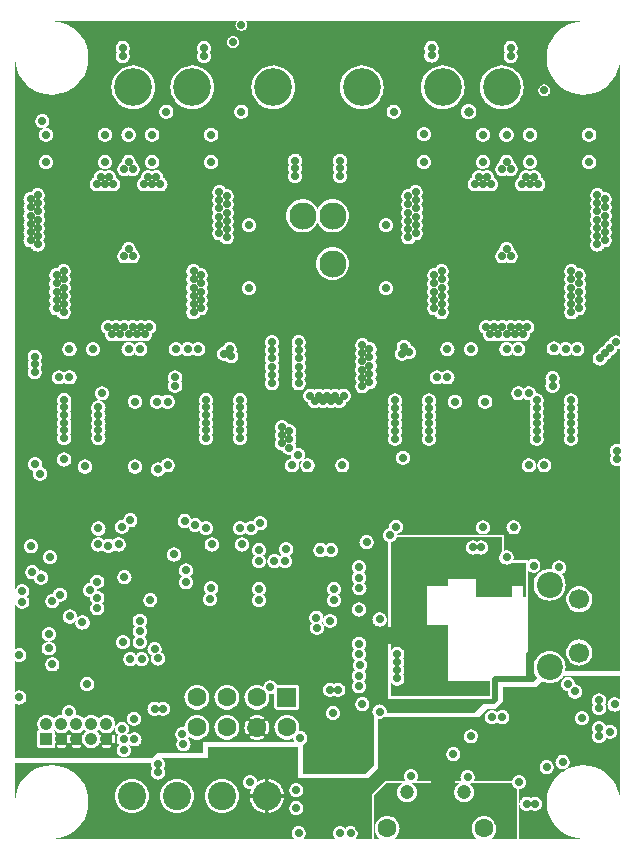
<source format=gbr>
G04 start of page 4 for group 2 idx 2 *
G04 Title: (unknown), gnd *
G04 Creator: pcb 1.99z *
G04 CreationDate: Sat 29 Jun 2013 11:07:13 GMT UTC *
G04 For: rbarlow *
G04 Format: Gerber/RS-274X *
G04 PCB-Dimensions (mm): 70.00 90.00 *
G04 PCB-Coordinate-Origin: lower left *
%MOMM*%
%FSLAX43Y43*%
%LNGROUP2*%
%ADD94C,0.650*%
%ADD93C,1.500*%
%ADD92C,1.300*%
%ADD91C,1.000*%
%ADD90C,0.300*%
%ADD89C,0.800*%
%ADD88C,0.700*%
%ADD87C,1.050*%
%ADD86C,1.200*%
%ADD85C,2.400*%
%ADD84C,1.600*%
%ADD83C,2.300*%
%ADD82C,3.200*%
%ADD81C,2.200*%
%ADD80C,1.700*%
%ADD79C,2.000*%
%ADD78C,0.500*%
%ADD77C,1.400*%
%ADD76C,0.002*%
G54D76*G36*
X59999Y50457D02*X60086Y50478D01*
X60173Y50514D01*
X60254Y50563D01*
X60326Y50624D01*
X60387Y50696D01*
X60436Y50777D01*
X60472Y50864D01*
X60485Y50915D01*
X60536Y50928D01*
X60623Y50964D01*
X60704Y51013D01*
X60776Y51074D01*
X60837Y51146D01*
X60886Y51227D01*
X60922Y51314D01*
X60935Y51365D01*
X60986Y51378D01*
X61073Y51414D01*
X61154Y51463D01*
X61226Y51524D01*
X61287Y51596D01*
X61336Y51677D01*
X61372Y51764D01*
X61385Y51815D01*
X61436Y51828D01*
X61523Y51864D01*
X61600Y51911D01*
Y43796D01*
X61536Y43822D01*
X61444Y43844D01*
X61350Y43852D01*
X61256Y43844D01*
X61164Y43822D01*
X61077Y43786D01*
X60996Y43737D01*
X60924Y43676D01*
X60863Y43604D01*
X60814Y43523D01*
X60778Y43436D01*
X60756Y43344D01*
X60748Y43250D01*
X60756Y43156D01*
X60778Y43064D01*
X60814Y42977D01*
X60861Y42900D01*
X60814Y42823D01*
X60778Y42736D01*
X60756Y42644D01*
X60748Y42550D01*
X60756Y42456D01*
X60778Y42364D01*
X60814Y42277D01*
X60863Y42196D01*
X60924Y42124D01*
X60996Y42063D01*
X61077Y42014D01*
X61164Y41978D01*
X61256Y41956D01*
X61350Y41948D01*
X61444Y41956D01*
X61536Y41978D01*
X61600Y42004D01*
Y36100D01*
X59999D01*
Y50457D01*
G37*
G36*
Y73783D02*X60328Y73984D01*
X60699Y74301D01*
X61016Y74672D01*
X61271Y75088D01*
X61457Y75539D01*
X61571Y76014D01*
X61600Y76500D01*
Y52889D01*
X61523Y52936D01*
X61436Y52972D01*
X61344Y52994D01*
X61250Y53002D01*
X61156Y52994D01*
X61064Y52972D01*
X60977Y52936D01*
X60896Y52887D01*
X60824Y52826D01*
X60763Y52754D01*
X60714Y52673D01*
X60678Y52586D01*
X60665Y52535D01*
X60614Y52522D01*
X60527Y52486D01*
X60446Y52437D01*
X60374Y52376D01*
X60313Y52304D01*
X60264Y52223D01*
X60228Y52136D01*
X60215Y52085D01*
X60164Y52072D01*
X60077Y52036D01*
X59999Y51989D01*
Y60180D01*
X60054Y60213D01*
X60126Y60274D01*
X60187Y60346D01*
X60236Y60427D01*
X60247Y60452D01*
X60300Y60448D01*
X60394Y60456D01*
X60486Y60478D01*
X60573Y60514D01*
X60654Y60563D01*
X60726Y60624D01*
X60787Y60696D01*
X60836Y60777D01*
X60872Y60864D01*
X60894Y60956D01*
X60900Y61050D01*
X60894Y61144D01*
X60872Y61236D01*
X60836Y61323D01*
X60789Y61400D01*
X60836Y61477D01*
X60872Y61564D01*
X60894Y61656D01*
X60900Y61750D01*
X60894Y61844D01*
X60872Y61936D01*
X60836Y62023D01*
X60789Y62100D01*
X60836Y62177D01*
X60872Y62264D01*
X60894Y62356D01*
X60900Y62450D01*
X60894Y62544D01*
X60872Y62636D01*
X60836Y62723D01*
X60789Y62800D01*
X60836Y62877D01*
X60872Y62964D01*
X60894Y63056D01*
X60900Y63150D01*
X60894Y63244D01*
X60872Y63336D01*
X60836Y63423D01*
X60789Y63500D01*
X60836Y63577D01*
X60872Y63664D01*
X60894Y63756D01*
X60900Y63850D01*
X60894Y63944D01*
X60872Y64036D01*
X60836Y64123D01*
X60789Y64200D01*
X60836Y64277D01*
X60872Y64364D01*
X60894Y64456D01*
X60900Y64550D01*
X60894Y64644D01*
X60872Y64736D01*
X60836Y64823D01*
X60787Y64904D01*
X60726Y64976D01*
X60654Y65037D01*
X60573Y65086D01*
X60486Y65122D01*
X60394Y65144D01*
X60300Y65152D01*
X60247Y65148D01*
X60236Y65173D01*
X60187Y65254D01*
X60126Y65326D01*
X60054Y65387D01*
X59999Y65420D01*
Y73783D01*
G37*
G36*
X58999Y73432D02*X59461Y73543D01*
X59912Y73729D01*
X59999Y73783D01*
Y65420D01*
X59973Y65436D01*
X59886Y65472D01*
X59794Y65494D01*
X59700Y65502D01*
X59606Y65494D01*
X59514Y65472D01*
X59427Y65436D01*
X59346Y65387D01*
X59274Y65326D01*
X59213Y65254D01*
X59164Y65173D01*
X59128Y65086D01*
X59106Y64994D01*
X59098Y64900D01*
X59106Y64806D01*
X59128Y64714D01*
X59164Y64627D01*
X59211Y64550D01*
X59164Y64473D01*
X59128Y64386D01*
X59106Y64294D01*
X59098Y64200D01*
X59106Y64106D01*
X59128Y64014D01*
X59164Y63927D01*
X59211Y63850D01*
X59164Y63773D01*
X59128Y63686D01*
X59106Y63594D01*
X59098Y63500D01*
X59106Y63406D01*
X59128Y63314D01*
X59164Y63227D01*
X59211Y63150D01*
X59164Y63073D01*
X59128Y62986D01*
X59106Y62894D01*
X59098Y62800D01*
X59106Y62706D01*
X59128Y62614D01*
X59164Y62527D01*
X59211Y62450D01*
X59164Y62373D01*
X59128Y62286D01*
X59106Y62194D01*
X59098Y62100D01*
X59106Y62006D01*
X59128Y61914D01*
X59164Y61827D01*
X59211Y61750D01*
X59164Y61673D01*
X59128Y61586D01*
X59106Y61494D01*
X59098Y61400D01*
X59106Y61306D01*
X59128Y61214D01*
X59164Y61127D01*
X59211Y61050D01*
X59164Y60973D01*
X59128Y60886D01*
X59106Y60794D01*
X59098Y60700D01*
X59106Y60606D01*
X59128Y60514D01*
X59164Y60427D01*
X59213Y60346D01*
X59274Y60274D01*
X59346Y60213D01*
X59427Y60164D01*
X59514Y60128D01*
X59606Y60106D01*
X59700Y60098D01*
X59794Y60106D01*
X59886Y60128D01*
X59973Y60164D01*
X59999Y60180D01*
Y51989D01*
X59996Y51987D01*
X59924Y51926D01*
X59863Y51854D01*
X59814Y51773D01*
X59778Y51686D01*
X59765Y51635D01*
X59714Y51622D01*
X59627Y51586D01*
X59546Y51537D01*
X59474Y51476D01*
X59413Y51404D01*
X59364Y51323D01*
X59328Y51236D01*
X59306Y51144D01*
X59298Y51050D01*
X59306Y50956D01*
X59328Y50864D01*
X59364Y50777D01*
X59413Y50696D01*
X59474Y50624D01*
X59546Y50563D01*
X59627Y50514D01*
X59714Y50478D01*
X59806Y50456D01*
X59900Y50448D01*
X59994Y50456D01*
X59999Y50457D01*
Y36100D01*
X58999D01*
Y67098D01*
X59000Y67098D01*
X59094Y67106D01*
X59186Y67128D01*
X59273Y67164D01*
X59354Y67213D01*
X59426Y67274D01*
X59487Y67346D01*
X59536Y67427D01*
X59572Y67514D01*
X59594Y67606D01*
X59600Y67700D01*
X59594Y67794D01*
X59572Y67886D01*
X59536Y67973D01*
X59487Y68054D01*
X59426Y68126D01*
X59354Y68187D01*
X59273Y68236D01*
X59186Y68272D01*
X59094Y68294D01*
X59000Y68302D01*
X58999Y68302D01*
Y69398D01*
X59000Y69398D01*
X59094Y69406D01*
X59186Y69428D01*
X59273Y69464D01*
X59354Y69513D01*
X59426Y69574D01*
X59487Y69646D01*
X59536Y69727D01*
X59572Y69814D01*
X59594Y69906D01*
X59600Y70000D01*
X59594Y70094D01*
X59572Y70186D01*
X59536Y70273D01*
X59487Y70354D01*
X59426Y70426D01*
X59354Y70487D01*
X59273Y70536D01*
X59186Y70572D01*
X59094Y70594D01*
X59000Y70602D01*
X58999Y70602D01*
Y73432D01*
G37*
G36*
X57449Y73580D02*X57539Y73543D01*
X58014Y73429D01*
X58500Y73390D01*
X58986Y73429D01*
X58999Y73432D01*
Y70602D01*
X58906Y70594D01*
X58814Y70572D01*
X58727Y70536D01*
X58646Y70487D01*
X58574Y70426D01*
X58513Y70354D01*
X58464Y70273D01*
X58428Y70186D01*
X58406Y70094D01*
X58398Y70000D01*
X58406Y69906D01*
X58428Y69814D01*
X58464Y69727D01*
X58513Y69646D01*
X58574Y69574D01*
X58646Y69513D01*
X58727Y69464D01*
X58814Y69428D01*
X58906Y69406D01*
X58999Y69398D01*
Y68302D01*
X58906Y68294D01*
X58814Y68272D01*
X58727Y68236D01*
X58646Y68187D01*
X58574Y68126D01*
X58513Y68054D01*
X58464Y67973D01*
X58428Y67886D01*
X58406Y67794D01*
X58398Y67700D01*
X58406Y67606D01*
X58428Y67514D01*
X58464Y67427D01*
X58513Y67346D01*
X58574Y67274D01*
X58646Y67213D01*
X58727Y67164D01*
X58814Y67128D01*
X58906Y67106D01*
X58999Y67098D01*
Y36100D01*
X57449D01*
Y43648D01*
X57450Y43648D01*
X57544Y43656D01*
X57636Y43678D01*
X57723Y43714D01*
X57804Y43763D01*
X57876Y43824D01*
X57937Y43896D01*
X57986Y43977D01*
X58022Y44064D01*
X58044Y44156D01*
X58050Y44250D01*
X58044Y44344D01*
X58022Y44436D01*
X57986Y44523D01*
X57955Y44575D01*
X57986Y44627D01*
X58022Y44714D01*
X58044Y44806D01*
X58050Y44900D01*
X58044Y44994D01*
X58022Y45086D01*
X57986Y45173D01*
X57955Y45225D01*
X57986Y45277D01*
X58022Y45364D01*
X58044Y45456D01*
X58050Y45550D01*
X58044Y45644D01*
X58022Y45736D01*
X57986Y45823D01*
X57955Y45875D01*
X57986Y45927D01*
X58022Y46014D01*
X58044Y46106D01*
X58050Y46200D01*
X58044Y46294D01*
X58022Y46386D01*
X57986Y46473D01*
X57955Y46525D01*
X57986Y46577D01*
X58022Y46664D01*
X58044Y46756D01*
X58050Y46850D01*
X58044Y46944D01*
X58022Y47036D01*
X57986Y47123D01*
X57955Y47175D01*
X57986Y47227D01*
X58022Y47314D01*
X58044Y47406D01*
X58050Y47500D01*
X58044Y47594D01*
X58022Y47686D01*
X57986Y47773D01*
X57937Y47854D01*
X57876Y47926D01*
X57804Y47987D01*
X57723Y48036D01*
X57636Y48072D01*
X57544Y48094D01*
X57450Y48102D01*
X57449Y48102D01*
Y51452D01*
X57487Y51496D01*
X57500Y51518D01*
X57513Y51496D01*
X57574Y51424D01*
X57646Y51363D01*
X57727Y51314D01*
X57814Y51278D01*
X57906Y51256D01*
X58000Y51248D01*
X58094Y51256D01*
X58186Y51278D01*
X58273Y51314D01*
X58354Y51363D01*
X58426Y51424D01*
X58487Y51496D01*
X58536Y51577D01*
X58572Y51664D01*
X58594Y51756D01*
X58600Y51850D01*
X58594Y51944D01*
X58572Y52036D01*
X58536Y52123D01*
X58487Y52204D01*
X58426Y52276D01*
X58354Y52337D01*
X58273Y52386D01*
X58186Y52422D01*
X58094Y52444D01*
X58000Y52452D01*
X57906Y52444D01*
X57814Y52422D01*
X57727Y52386D01*
X57646Y52337D01*
X57574Y52276D01*
X57513Y52204D01*
X57500Y52182D01*
X57487Y52204D01*
X57449Y52248D01*
Y54352D01*
X57500Y54348D01*
X57594Y54356D01*
X57686Y54378D01*
X57773Y54414D01*
X57854Y54463D01*
X57926Y54524D01*
X57987Y54596D01*
X58036Y54677D01*
X58047Y54702D01*
X58100Y54698D01*
X58194Y54706D01*
X58286Y54728D01*
X58373Y54764D01*
X58454Y54813D01*
X58526Y54874D01*
X58587Y54946D01*
X58636Y55027D01*
X58672Y55114D01*
X58694Y55206D01*
X58700Y55300D01*
X58694Y55394D01*
X58672Y55486D01*
X58636Y55573D01*
X58589Y55650D01*
X58636Y55727D01*
X58672Y55814D01*
X58694Y55906D01*
X58700Y56000D01*
X58694Y56094D01*
X58672Y56186D01*
X58636Y56273D01*
X58589Y56350D01*
X58636Y56427D01*
X58672Y56514D01*
X58694Y56606D01*
X58700Y56700D01*
X58694Y56794D01*
X58672Y56886D01*
X58636Y56973D01*
X58589Y57050D01*
X58636Y57127D01*
X58672Y57214D01*
X58694Y57306D01*
X58700Y57400D01*
X58694Y57494D01*
X58672Y57586D01*
X58636Y57673D01*
X58589Y57750D01*
X58636Y57827D01*
X58672Y57914D01*
X58694Y58006D01*
X58700Y58100D01*
X58694Y58194D01*
X58672Y58286D01*
X58636Y58373D01*
X58587Y58454D01*
X58526Y58526D01*
X58454Y58587D01*
X58373Y58636D01*
X58286Y58672D01*
X58194Y58694D01*
X58100Y58702D01*
X58047Y58698D01*
X58036Y58723D01*
X57987Y58804D01*
X57926Y58876D01*
X57854Y58937D01*
X57773Y58986D01*
X57686Y59022D01*
X57594Y59044D01*
X57500Y59052D01*
X57449Y59048D01*
Y73580D01*
G37*
G36*
Y36100D02*X55899D01*
Y48148D01*
X55900Y48148D01*
X55994Y48156D01*
X56086Y48178D01*
X56173Y48214D01*
X56254Y48263D01*
X56326Y48324D01*
X56387Y48396D01*
X56436Y48477D01*
X56472Y48564D01*
X56494Y48656D01*
X56500Y48750D01*
X56494Y48844D01*
X56472Y48936D01*
X56436Y49023D01*
X56405Y49075D01*
X56436Y49127D01*
X56472Y49214D01*
X56494Y49306D01*
X56500Y49400D01*
X56494Y49494D01*
X56472Y49586D01*
X56436Y49673D01*
X56387Y49754D01*
X56326Y49826D01*
X56254Y49887D01*
X56173Y49936D01*
X56086Y49972D01*
X55994Y49994D01*
X55900Y50002D01*
X55899Y50002D01*
Y51307D01*
X55906Y51306D01*
X56000Y51298D01*
X56094Y51306D01*
X56186Y51328D01*
X56273Y51364D01*
X56354Y51413D01*
X56426Y51474D01*
X56484Y51543D01*
X56513Y51496D01*
X56574Y51424D01*
X56646Y51363D01*
X56727Y51314D01*
X56814Y51278D01*
X56906Y51256D01*
X57000Y51248D01*
X57094Y51256D01*
X57186Y51278D01*
X57273Y51314D01*
X57354Y51363D01*
X57426Y51424D01*
X57449Y51452D01*
Y48102D01*
X57356Y48094D01*
X57264Y48072D01*
X57177Y48036D01*
X57096Y47987D01*
X57024Y47926D01*
X56963Y47854D01*
X56914Y47773D01*
X56878Y47686D01*
X56856Y47594D01*
X56848Y47500D01*
X56856Y47406D01*
X56878Y47314D01*
X56914Y47227D01*
X56945Y47175D01*
X56914Y47123D01*
X56878Y47036D01*
X56856Y46944D01*
X56848Y46850D01*
X56856Y46756D01*
X56878Y46664D01*
X56914Y46577D01*
X56945Y46525D01*
X56914Y46473D01*
X56878Y46386D01*
X56856Y46294D01*
X56848Y46200D01*
X56856Y46106D01*
X56878Y46014D01*
X56914Y45927D01*
X56945Y45875D01*
X56914Y45823D01*
X56878Y45736D01*
X56856Y45644D01*
X56848Y45550D01*
X56856Y45456D01*
X56878Y45364D01*
X56914Y45277D01*
X56945Y45225D01*
X56914Y45173D01*
X56878Y45086D01*
X56856Y44994D01*
X56848Y44900D01*
X56856Y44806D01*
X56878Y44714D01*
X56914Y44627D01*
X56945Y44575D01*
X56914Y44523D01*
X56878Y44436D01*
X56856Y44344D01*
X56848Y44250D01*
X56856Y44156D01*
X56878Y44064D01*
X56914Y43977D01*
X56963Y43896D01*
X57024Y43824D01*
X57096Y43763D01*
X57177Y43714D01*
X57264Y43678D01*
X57356Y43656D01*
X57449Y43648D01*
Y36100D01*
G37*
G36*
X55899Y74811D02*X55984Y74672D01*
X56301Y74301D01*
X56672Y73984D01*
X57088Y73729D01*
X57449Y73580D01*
Y59048D01*
X57406Y59044D01*
X57314Y59022D01*
X57227Y58986D01*
X57146Y58937D01*
X57074Y58876D01*
X57013Y58804D01*
X56964Y58723D01*
X56928Y58636D01*
X56906Y58544D01*
X56898Y58450D01*
X56906Y58356D01*
X56928Y58264D01*
X56964Y58177D01*
X57011Y58100D01*
X56964Y58023D01*
X56928Y57936D01*
X56906Y57844D01*
X56898Y57750D01*
X56906Y57656D01*
X56928Y57564D01*
X56964Y57477D01*
X57011Y57400D01*
X56964Y57323D01*
X56928Y57236D01*
X56906Y57144D01*
X56898Y57050D01*
X56906Y56956D01*
X56928Y56864D01*
X56964Y56777D01*
X57011Y56700D01*
X56964Y56623D01*
X56928Y56536D01*
X56906Y56444D01*
X56898Y56350D01*
X56906Y56256D01*
X56928Y56164D01*
X56964Y56077D01*
X57011Y56000D01*
X56964Y55923D01*
X56928Y55836D01*
X56906Y55744D01*
X56898Y55650D01*
X56906Y55556D01*
X56928Y55464D01*
X56964Y55377D01*
X57011Y55300D01*
X56964Y55223D01*
X56928Y55136D01*
X56906Y55044D01*
X56898Y54950D01*
X56906Y54856D01*
X56928Y54764D01*
X56964Y54677D01*
X57013Y54596D01*
X57074Y54524D01*
X57146Y54463D01*
X57227Y54414D01*
X57314Y54378D01*
X57406Y54356D01*
X57449Y54352D01*
Y52248D01*
X57426Y52276D01*
X57354Y52337D01*
X57273Y52386D01*
X57186Y52422D01*
X57094Y52444D01*
X57000Y52452D01*
X56906Y52444D01*
X56814Y52422D01*
X56727Y52386D01*
X56646Y52337D01*
X56574Y52276D01*
X56516Y52207D01*
X56487Y52254D01*
X56426Y52326D01*
X56354Y52387D01*
X56273Y52436D01*
X56186Y52472D01*
X56094Y52494D01*
X56000Y52502D01*
X55906Y52494D01*
X55899Y52493D01*
Y74811D01*
G37*
G36*
Y79600D02*X58379D01*
X58014Y79571D01*
X57539Y79457D01*
X57088Y79271D01*
X56672Y79016D01*
X56301Y78699D01*
X55984Y78328D01*
X55899Y78189D01*
Y79600D01*
G37*
G36*
X55199D02*X55899D01*
Y78189D01*
X55729Y77912D01*
X55543Y77461D01*
X55429Y76986D01*
X55390Y76500D01*
X55429Y76014D01*
X55543Y75539D01*
X55729Y75088D01*
X55899Y74811D01*
Y52493D01*
X55814Y52472D01*
X55727Y52436D01*
X55646Y52387D01*
X55574Y52326D01*
X55513Y52254D01*
X55464Y52173D01*
X55428Y52086D01*
X55406Y51994D01*
X55398Y51900D01*
X55406Y51806D01*
X55428Y51714D01*
X55464Y51627D01*
X55513Y51546D01*
X55574Y51474D01*
X55646Y51413D01*
X55727Y51364D01*
X55814Y51328D01*
X55899Y51307D01*
Y50002D01*
X55806Y49994D01*
X55714Y49972D01*
X55627Y49936D01*
X55546Y49887D01*
X55474Y49826D01*
X55413Y49754D01*
X55364Y49673D01*
X55328Y49586D01*
X55306Y49494D01*
X55298Y49400D01*
X55306Y49306D01*
X55328Y49214D01*
X55364Y49127D01*
X55395Y49075D01*
X55364Y49023D01*
X55328Y48936D01*
X55306Y48844D01*
X55298Y48750D01*
X55306Y48656D01*
X55328Y48564D01*
X55364Y48477D01*
X55413Y48396D01*
X55474Y48324D01*
X55546Y48263D01*
X55627Y48214D01*
X55714Y48178D01*
X55806Y48156D01*
X55899Y48148D01*
Y36100D01*
X55199D01*
Y41398D01*
X55200Y41398D01*
X55294Y41406D01*
X55386Y41428D01*
X55473Y41464D01*
X55554Y41513D01*
X55626Y41574D01*
X55687Y41646D01*
X55736Y41727D01*
X55772Y41814D01*
X55794Y41906D01*
X55800Y42000D01*
X55794Y42094D01*
X55772Y42186D01*
X55736Y42273D01*
X55687Y42354D01*
X55626Y42426D01*
X55554Y42487D01*
X55473Y42536D01*
X55386Y42572D01*
X55294Y42594D01*
X55200Y42602D01*
X55199Y42602D01*
Y65466D01*
X55236Y65527D01*
X55272Y65614D01*
X55294Y65706D01*
X55300Y65800D01*
X55294Y65894D01*
X55272Y65986D01*
X55236Y66073D01*
X55199Y66134D01*
Y73249D01*
X55200Y73248D01*
X55278Y73255D01*
X55355Y73273D01*
X55428Y73303D01*
X55495Y73344D01*
X55555Y73395D01*
X55606Y73455D01*
X55647Y73522D01*
X55677Y73595D01*
X55695Y73672D01*
X55700Y73750D01*
X55695Y73828D01*
X55677Y73905D01*
X55647Y73978D01*
X55606Y74045D01*
X55555Y74105D01*
X55495Y74156D01*
X55428Y74197D01*
X55355Y74227D01*
X55278Y74245D01*
X55200Y74252D01*
X55199Y74251D01*
Y79600D01*
G37*
G36*
Y36100D02*X53774D01*
Y41413D01*
X53806Y41406D01*
X53900Y41398D01*
X53994Y41406D01*
X54086Y41428D01*
X54173Y41464D01*
X54254Y41513D01*
X54326Y41574D01*
X54387Y41646D01*
X54436Y41727D01*
X54472Y41814D01*
X54494Y41906D01*
X54500Y42000D01*
X54494Y42094D01*
X54472Y42186D01*
X54436Y42273D01*
X54387Y42354D01*
X54326Y42426D01*
X54254Y42487D01*
X54173Y42536D01*
X54086Y42572D01*
X53994Y42594D01*
X53900Y42602D01*
X53806Y42594D01*
X53774Y42587D01*
Y47513D01*
X53806Y47506D01*
X53900Y47498D01*
X53948Y47502D01*
X53948Y47500D01*
X53956Y47406D01*
X53978Y47314D01*
X54014Y47227D01*
X54045Y47175D01*
X54014Y47123D01*
X53978Y47036D01*
X53956Y46944D01*
X53948Y46850D01*
X53956Y46756D01*
X53978Y46664D01*
X54014Y46577D01*
X54045Y46525D01*
X54014Y46473D01*
X53978Y46386D01*
X53956Y46294D01*
X53948Y46200D01*
X53956Y46106D01*
X53978Y46014D01*
X54014Y45927D01*
X54045Y45875D01*
X54014Y45823D01*
X53978Y45736D01*
X53956Y45644D01*
X53948Y45550D01*
X53956Y45456D01*
X53978Y45364D01*
X54014Y45277D01*
X54045Y45225D01*
X54014Y45173D01*
X53978Y45086D01*
X53956Y44994D01*
X53948Y44900D01*
X53956Y44806D01*
X53978Y44714D01*
X54014Y44627D01*
X54045Y44575D01*
X54014Y44523D01*
X53978Y44436D01*
X53956Y44344D01*
X53948Y44250D01*
X53956Y44156D01*
X53978Y44064D01*
X54014Y43977D01*
X54063Y43896D01*
X54124Y43824D01*
X54196Y43763D01*
X54277Y43714D01*
X54364Y43678D01*
X54456Y43656D01*
X54550Y43648D01*
X54644Y43656D01*
X54736Y43678D01*
X54823Y43714D01*
X54904Y43763D01*
X54976Y43824D01*
X55037Y43896D01*
X55086Y43977D01*
X55122Y44064D01*
X55144Y44156D01*
X55150Y44250D01*
X55144Y44344D01*
X55122Y44436D01*
X55086Y44523D01*
X55055Y44575D01*
X55086Y44627D01*
X55122Y44714D01*
X55144Y44806D01*
X55150Y44900D01*
X55144Y44994D01*
X55122Y45086D01*
X55086Y45173D01*
X55055Y45225D01*
X55086Y45277D01*
X55122Y45364D01*
X55144Y45456D01*
X55150Y45550D01*
X55144Y45644D01*
X55122Y45736D01*
X55086Y45823D01*
X55055Y45875D01*
X55086Y45927D01*
X55122Y46014D01*
X55144Y46106D01*
X55150Y46200D01*
X55144Y46294D01*
X55122Y46386D01*
X55086Y46473D01*
X55055Y46525D01*
X55086Y46577D01*
X55122Y46664D01*
X55144Y46756D01*
X55150Y46850D01*
X55144Y46944D01*
X55122Y47036D01*
X55086Y47123D01*
X55055Y47175D01*
X55086Y47227D01*
X55122Y47314D01*
X55144Y47406D01*
X55150Y47500D01*
X55144Y47594D01*
X55122Y47686D01*
X55086Y47773D01*
X55037Y47854D01*
X54976Y47926D01*
X54904Y47987D01*
X54823Y48036D01*
X54736Y48072D01*
X54644Y48094D01*
X54550Y48102D01*
X54500Y48098D01*
X54500Y48100D01*
X54494Y48194D01*
X54472Y48286D01*
X54436Y48373D01*
X54387Y48454D01*
X54326Y48526D01*
X54254Y48587D01*
X54173Y48636D01*
X54086Y48672D01*
X53994Y48694D01*
X53900Y48702D01*
X53806Y48694D01*
X53774Y48687D01*
Y52630D01*
X53826Y52674D01*
X53887Y52746D01*
X53936Y52827D01*
X53972Y52914D01*
X53994Y53006D01*
X54000Y53100D01*
X53997Y53153D01*
X54023Y53164D01*
X54104Y53213D01*
X54176Y53274D01*
X54237Y53346D01*
X54286Y53427D01*
X54322Y53514D01*
X54344Y53606D01*
X54350Y53700D01*
X54344Y53794D01*
X54322Y53886D01*
X54286Y53973D01*
X54237Y54054D01*
X54176Y54126D01*
X54104Y54187D01*
X54023Y54236D01*
X53936Y54272D01*
X53844Y54294D01*
X53774Y54300D01*
Y65244D01*
X53814Y65228D01*
X53906Y65206D01*
X54000Y65198D01*
X54094Y65206D01*
X54186Y65228D01*
X54273Y65264D01*
X54350Y65311D01*
X54427Y65264D01*
X54514Y65228D01*
X54606Y65206D01*
X54700Y65198D01*
X54794Y65206D01*
X54886Y65228D01*
X54973Y65264D01*
X55054Y65313D01*
X55126Y65374D01*
X55187Y65446D01*
X55199Y65466D01*
Y42602D01*
X55106Y42594D01*
X55014Y42572D01*
X54927Y42536D01*
X54846Y42487D01*
X54774Y42426D01*
X54713Y42354D01*
X54664Y42273D01*
X54628Y42186D01*
X54606Y42094D01*
X54598Y42000D01*
X54606Y41906D01*
X54628Y41814D01*
X54664Y41727D01*
X54713Y41646D01*
X54774Y41574D01*
X54846Y41513D01*
X54927Y41464D01*
X55014Y41428D01*
X55106Y41406D01*
X55199Y41398D01*
Y36100D01*
G37*
G36*
X53774Y79600D02*X55199D01*
Y74251D01*
X55122Y74245D01*
X55045Y74227D01*
X54972Y74197D01*
X54905Y74156D01*
X54845Y74105D01*
X54794Y74045D01*
X54753Y73978D01*
X54723Y73905D01*
X54705Y73828D01*
X54698Y73750D01*
X54705Y73672D01*
X54723Y73595D01*
X54753Y73522D01*
X54794Y73455D01*
X54845Y73395D01*
X54905Y73344D01*
X54972Y73303D01*
X55045Y73273D01*
X55122Y73255D01*
X55199Y73249D01*
Y66134D01*
X55187Y66154D01*
X55126Y66226D01*
X55054Y66287D01*
X54973Y66336D01*
X54947Y66347D01*
X54950Y66400D01*
X54944Y66494D01*
X54922Y66586D01*
X54886Y66673D01*
X54837Y66754D01*
X54776Y66826D01*
X54704Y66887D01*
X54623Y66936D01*
X54536Y66972D01*
X54444Y66994D01*
X54350Y67002D01*
X54256Y66994D01*
X54164Y66972D01*
X54077Y66936D01*
X54000Y66889D01*
X53923Y66936D01*
X53836Y66972D01*
X53774Y66987D01*
Y67144D01*
X53814Y67128D01*
X53906Y67106D01*
X54000Y67098D01*
X54094Y67106D01*
X54186Y67128D01*
X54273Y67164D01*
X54354Y67213D01*
X54426Y67274D01*
X54487Y67346D01*
X54536Y67427D01*
X54572Y67514D01*
X54594Y67606D01*
X54600Y67700D01*
X54594Y67794D01*
X54572Y67886D01*
X54536Y67973D01*
X54487Y68054D01*
X54426Y68126D01*
X54354Y68187D01*
X54273Y68236D01*
X54186Y68272D01*
X54094Y68294D01*
X54000Y68302D01*
X53906Y68294D01*
X53814Y68272D01*
X53774Y68256D01*
Y69444D01*
X53814Y69428D01*
X53906Y69406D01*
X54000Y69398D01*
X54094Y69406D01*
X54186Y69428D01*
X54273Y69464D01*
X54354Y69513D01*
X54426Y69574D01*
X54487Y69646D01*
X54536Y69727D01*
X54572Y69814D01*
X54594Y69906D01*
X54600Y70000D01*
X54594Y70094D01*
X54572Y70186D01*
X54536Y70273D01*
X54487Y70354D01*
X54426Y70426D01*
X54354Y70487D01*
X54273Y70536D01*
X54186Y70572D01*
X54094Y70594D01*
X54000Y70602D01*
X53906Y70594D01*
X53814Y70572D01*
X53774Y70556D01*
Y79600D01*
G37*
G36*
Y36100D02*X51999D01*
Y36738D01*
X52006Y36656D01*
X52028Y36564D01*
X52064Y36477D01*
X52113Y36396D01*
X52174Y36324D01*
X52246Y36263D01*
X52327Y36214D01*
X52414Y36178D01*
X52506Y36156D01*
X52600Y36148D01*
X52694Y36156D01*
X52786Y36178D01*
X52873Y36214D01*
X52954Y36263D01*
X53026Y36324D01*
X53087Y36396D01*
X53136Y36477D01*
X53172Y36564D01*
X53194Y36656D01*
X53200Y36750D01*
X53194Y36844D01*
X53172Y36936D01*
X53136Y37023D01*
X53087Y37104D01*
X53026Y37176D01*
X52954Y37237D01*
X52873Y37286D01*
X52786Y37322D01*
X52694Y37344D01*
X52600Y37352D01*
X52506Y37344D01*
X52414Y37322D01*
X52327Y37286D01*
X52246Y37237D01*
X52174Y37176D01*
X52113Y37104D01*
X52064Y37023D01*
X52028Y36936D01*
X52006Y36844D01*
X51999Y36762D01*
Y51248D01*
X52000Y51248D01*
X52094Y51256D01*
X52186Y51278D01*
X52273Y51314D01*
X52354Y51363D01*
X52426Y51424D01*
X52487Y51496D01*
X52500Y51518D01*
X52513Y51496D01*
X52574Y51424D01*
X52646Y51363D01*
X52727Y51314D01*
X52814Y51278D01*
X52906Y51256D01*
X53000Y51248D01*
X53094Y51256D01*
X53186Y51278D01*
X53273Y51314D01*
X53354Y51363D01*
X53426Y51424D01*
X53487Y51496D01*
X53536Y51577D01*
X53572Y51664D01*
X53594Y51756D01*
X53600Y51850D01*
X53594Y51944D01*
X53572Y52036D01*
X53536Y52123D01*
X53487Y52204D01*
X53426Y52276D01*
X53354Y52337D01*
X53273Y52386D01*
X53186Y52422D01*
X53094Y52444D01*
X53000Y52452D01*
X52906Y52444D01*
X52814Y52422D01*
X52727Y52386D01*
X52646Y52337D01*
X52574Y52276D01*
X52513Y52204D01*
X52500Y52182D01*
X52487Y52204D01*
X52426Y52276D01*
X52354Y52337D01*
X52273Y52386D01*
X52186Y52422D01*
X52094Y52444D01*
X52000Y52452D01*
X51999Y52452D01*
Y52498D01*
X52000Y52498D01*
X52094Y52506D01*
X52186Y52528D01*
X52273Y52564D01*
X52350Y52611D01*
X52427Y52564D01*
X52514Y52528D01*
X52606Y52506D01*
X52700Y52498D01*
X52794Y52506D01*
X52886Y52528D01*
X52973Y52564D01*
X53050Y52611D01*
X53127Y52564D01*
X53214Y52528D01*
X53306Y52506D01*
X53400Y52498D01*
X53494Y52506D01*
X53586Y52528D01*
X53673Y52564D01*
X53754Y52613D01*
X53774Y52630D01*
Y48687D01*
X53714Y48672D01*
X53627Y48636D01*
X53546Y48587D01*
X53474Y48526D01*
X53450Y48497D01*
X53426Y48526D01*
X53354Y48587D01*
X53273Y48636D01*
X53186Y48672D01*
X53094Y48694D01*
X53000Y48702D01*
X52906Y48694D01*
X52814Y48672D01*
X52727Y48636D01*
X52646Y48587D01*
X52574Y48526D01*
X52513Y48454D01*
X52464Y48373D01*
X52428Y48286D01*
X52406Y48194D01*
X52398Y48100D01*
X52406Y48006D01*
X52428Y47914D01*
X52464Y47827D01*
X52513Y47746D01*
X52574Y47674D01*
X52646Y47613D01*
X52727Y47564D01*
X52814Y47528D01*
X52906Y47506D01*
X53000Y47498D01*
X53094Y47506D01*
X53186Y47528D01*
X53273Y47564D01*
X53354Y47613D01*
X53426Y47674D01*
X53450Y47703D01*
X53474Y47674D01*
X53546Y47613D01*
X53627Y47564D01*
X53714Y47528D01*
X53774Y47513D01*
Y42587D01*
X53714Y42572D01*
X53627Y42536D01*
X53546Y42487D01*
X53474Y42426D01*
X53413Y42354D01*
X53364Y42273D01*
X53328Y42186D01*
X53306Y42094D01*
X53298Y42000D01*
X53306Y41906D01*
X53328Y41814D01*
X53364Y41727D01*
X53413Y41646D01*
X53474Y41574D01*
X53546Y41513D01*
X53627Y41464D01*
X53714Y41428D01*
X53774Y41413D01*
Y36100D01*
G37*
G36*
X51999Y79600D02*X53774D01*
Y70556D01*
X53727Y70536D01*
X53646Y70487D01*
X53574Y70426D01*
X53513Y70354D01*
X53464Y70273D01*
X53428Y70186D01*
X53406Y70094D01*
X53398Y70000D01*
X53406Y69906D01*
X53428Y69814D01*
X53464Y69727D01*
X53513Y69646D01*
X53574Y69574D01*
X53646Y69513D01*
X53727Y69464D01*
X53774Y69444D01*
Y68256D01*
X53727Y68236D01*
X53646Y68187D01*
X53574Y68126D01*
X53513Y68054D01*
X53464Y67973D01*
X53428Y67886D01*
X53406Y67794D01*
X53398Y67700D01*
X53406Y67606D01*
X53428Y67514D01*
X53464Y67427D01*
X53513Y67346D01*
X53574Y67274D01*
X53646Y67213D01*
X53727Y67164D01*
X53774Y67144D01*
Y66987D01*
X53744Y66994D01*
X53650Y67002D01*
X53556Y66994D01*
X53464Y66972D01*
X53377Y66936D01*
X53296Y66887D01*
X53224Y66826D01*
X53163Y66754D01*
X53114Y66673D01*
X53078Y66586D01*
X53056Y66494D01*
X53048Y66400D01*
X53052Y66347D01*
X53027Y66336D01*
X52946Y66287D01*
X52874Y66226D01*
X52813Y66154D01*
X52764Y66073D01*
X52728Y65986D01*
X52706Y65894D01*
X52698Y65800D01*
X52706Y65706D01*
X52728Y65614D01*
X52764Y65527D01*
X52813Y65446D01*
X52874Y65374D01*
X52946Y65313D01*
X53027Y65264D01*
X53114Y65228D01*
X53206Y65206D01*
X53300Y65198D01*
X53394Y65206D01*
X53486Y65228D01*
X53573Y65264D01*
X53650Y65311D01*
X53727Y65264D01*
X53774Y65244D01*
Y54300D01*
X53750Y54302D01*
X53656Y54294D01*
X53564Y54272D01*
X53477Y54236D01*
X53400Y54189D01*
X53323Y54236D01*
X53236Y54272D01*
X53144Y54294D01*
X53050Y54302D01*
X52956Y54294D01*
X52864Y54272D01*
X52777Y54236D01*
X52700Y54189D01*
X52623Y54236D01*
X52536Y54272D01*
X52444Y54294D01*
X52350Y54302D01*
X52256Y54294D01*
X52164Y54272D01*
X52077Y54236D01*
X52000Y54189D01*
X51999Y54190D01*
Y59210D01*
X52000Y59211D01*
X52077Y59164D01*
X52164Y59128D01*
X52256Y59106D01*
X52350Y59098D01*
X52444Y59106D01*
X52536Y59128D01*
X52623Y59164D01*
X52704Y59213D01*
X52776Y59274D01*
X52837Y59346D01*
X52886Y59427D01*
X52922Y59514D01*
X52944Y59606D01*
X52950Y59700D01*
X52944Y59794D01*
X52922Y59886D01*
X52886Y59973D01*
X52837Y60054D01*
X52776Y60126D01*
X52704Y60187D01*
X52623Y60236D01*
X52597Y60247D01*
X52600Y60300D01*
X52594Y60394D01*
X52572Y60486D01*
X52536Y60573D01*
X52487Y60654D01*
X52426Y60726D01*
X52354Y60787D01*
X52273Y60836D01*
X52186Y60872D01*
X52094Y60894D01*
X52000Y60902D01*
X51999Y60902D01*
Y66610D01*
X52000Y66611D01*
X52077Y66564D01*
X52164Y66528D01*
X52256Y66506D01*
X52350Y66498D01*
X52444Y66506D01*
X52536Y66528D01*
X52623Y66564D01*
X52704Y66613D01*
X52776Y66674D01*
X52837Y66746D01*
X52886Y66827D01*
X52922Y66914D01*
X52944Y67006D01*
X52950Y67100D01*
X52944Y67194D01*
X52922Y67286D01*
X52886Y67373D01*
X52837Y67454D01*
X52776Y67526D01*
X52704Y67587D01*
X52623Y67636D01*
X52597Y67647D01*
X52600Y67700D01*
X52594Y67794D01*
X52572Y67886D01*
X52536Y67973D01*
X52487Y68054D01*
X52426Y68126D01*
X52354Y68187D01*
X52273Y68236D01*
X52186Y68272D01*
X52094Y68294D01*
X52000Y68302D01*
X51999Y68302D01*
Y69398D01*
X52000Y69398D01*
X52094Y69406D01*
X52186Y69428D01*
X52273Y69464D01*
X52354Y69513D01*
X52426Y69574D01*
X52487Y69646D01*
X52536Y69727D01*
X52572Y69814D01*
X52594Y69906D01*
X52600Y70000D01*
X52594Y70094D01*
X52572Y70186D01*
X52536Y70273D01*
X52487Y70354D01*
X52426Y70426D01*
X52354Y70487D01*
X52273Y70536D01*
X52186Y70572D01*
X52094Y70594D01*
X52000Y70602D01*
X51999Y70602D01*
Y72193D01*
X52173Y72235D01*
X52442Y72347D01*
X52691Y72499D01*
X52912Y72688D01*
X53101Y72909D01*
X53253Y73158D01*
X53365Y73427D01*
X53433Y73710D01*
X53450Y74000D01*
X53433Y74290D01*
X53365Y74573D01*
X53253Y74842D01*
X53101Y75091D01*
X52912Y75312D01*
X52691Y75501D01*
X52442Y75653D01*
X52173Y75765D01*
X51999Y75807D01*
Y76161D01*
X52077Y76114D01*
X52164Y76078D01*
X52256Y76056D01*
X52350Y76048D01*
X52444Y76056D01*
X52536Y76078D01*
X52623Y76114D01*
X52704Y76163D01*
X52776Y76224D01*
X52837Y76296D01*
X52886Y76377D01*
X52922Y76464D01*
X52944Y76556D01*
X52950Y76650D01*
X52944Y76744D01*
X52922Y76836D01*
X52886Y76923D01*
X52839Y77000D01*
X52886Y77077D01*
X52922Y77164D01*
X52944Y77256D01*
X52950Y77350D01*
X52944Y77444D01*
X52922Y77536D01*
X52886Y77623D01*
X52837Y77704D01*
X52776Y77776D01*
X52704Y77837D01*
X52623Y77886D01*
X52536Y77922D01*
X52444Y77944D01*
X52350Y77952D01*
X52256Y77944D01*
X52164Y77922D01*
X52077Y77886D01*
X51999Y77839D01*
Y79600D01*
G37*
G36*
X50199Y52653D02*X50246Y52613D01*
X50327Y52564D01*
X50414Y52528D01*
X50506Y52506D01*
X50600Y52498D01*
X50694Y52506D01*
X50786Y52528D01*
X50873Y52564D01*
X50950Y52611D01*
X51027Y52564D01*
X51114Y52528D01*
X51206Y52506D01*
X51300Y52498D01*
X51394Y52506D01*
X51486Y52528D01*
X51573Y52564D01*
X51650Y52611D01*
X51727Y52564D01*
X51814Y52528D01*
X51906Y52506D01*
X51999Y52498D01*
Y52452D01*
X51906Y52444D01*
X51814Y52422D01*
X51727Y52386D01*
X51646Y52337D01*
X51574Y52276D01*
X51513Y52204D01*
X51464Y52123D01*
X51428Y52036D01*
X51406Y51944D01*
X51398Y51850D01*
X51406Y51756D01*
X51428Y51664D01*
X51464Y51577D01*
X51513Y51496D01*
X51574Y51424D01*
X51646Y51363D01*
X51727Y51314D01*
X51814Y51278D01*
X51906Y51256D01*
X51999Y51248D01*
Y36762D01*
X51998Y36750D01*
X51999Y36738D01*
Y36100D01*
X50199D01*
Y36183D01*
X50273Y36214D01*
X50354Y36263D01*
X50426Y36324D01*
X50487Y36396D01*
X50536Y36477D01*
X50572Y36564D01*
X50594Y36656D01*
X50600Y36750D01*
X50594Y36844D01*
X50572Y36936D01*
X50536Y37023D01*
X50487Y37104D01*
X50426Y37176D01*
X50354Y37237D01*
X50273Y37286D01*
X50199Y37317D01*
Y46798D01*
X50200Y46798D01*
X50294Y46806D01*
X50386Y46828D01*
X50473Y46864D01*
X50554Y46913D01*
X50626Y46974D01*
X50687Y47046D01*
X50736Y47127D01*
X50772Y47214D01*
X50794Y47306D01*
X50800Y47400D01*
X50794Y47494D01*
X50772Y47586D01*
X50736Y47673D01*
X50687Y47754D01*
X50626Y47826D01*
X50554Y47887D01*
X50473Y47936D01*
X50386Y47972D01*
X50294Y47994D01*
X50200Y48002D01*
X50199Y48002D01*
Y52653D01*
G37*
G36*
Y72792D02*X50288Y72688D01*
X50509Y72499D01*
X50758Y72347D01*
X51027Y72235D01*
X51310Y72167D01*
X51600Y72144D01*
X51890Y72167D01*
X51999Y72193D01*
Y70602D01*
X51906Y70594D01*
X51814Y70572D01*
X51727Y70536D01*
X51646Y70487D01*
X51574Y70426D01*
X51513Y70354D01*
X51464Y70273D01*
X51428Y70186D01*
X51406Y70094D01*
X51398Y70000D01*
X51406Y69906D01*
X51428Y69814D01*
X51464Y69727D01*
X51513Y69646D01*
X51574Y69574D01*
X51646Y69513D01*
X51727Y69464D01*
X51814Y69428D01*
X51906Y69406D01*
X51999Y69398D01*
Y68302D01*
X51906Y68294D01*
X51814Y68272D01*
X51727Y68236D01*
X51646Y68187D01*
X51574Y68126D01*
X51513Y68054D01*
X51464Y67973D01*
X51428Y67886D01*
X51406Y67794D01*
X51398Y67700D01*
X51402Y67647D01*
X51377Y67636D01*
X51296Y67587D01*
X51224Y67526D01*
X51163Y67454D01*
X51114Y67373D01*
X51078Y67286D01*
X51056Y67194D01*
X51048Y67100D01*
X51056Y67006D01*
X51078Y66914D01*
X51114Y66827D01*
X51163Y66746D01*
X51224Y66674D01*
X51296Y66613D01*
X51377Y66564D01*
X51464Y66528D01*
X51556Y66506D01*
X51650Y66498D01*
X51744Y66506D01*
X51836Y66528D01*
X51923Y66564D01*
X51999Y66610D01*
Y60902D01*
X51906Y60894D01*
X51814Y60872D01*
X51727Y60836D01*
X51646Y60787D01*
X51574Y60726D01*
X51513Y60654D01*
X51464Y60573D01*
X51428Y60486D01*
X51406Y60394D01*
X51398Y60300D01*
X51402Y60247D01*
X51377Y60236D01*
X51296Y60187D01*
X51224Y60126D01*
X51163Y60054D01*
X51114Y59973D01*
X51078Y59886D01*
X51056Y59794D01*
X51048Y59700D01*
X51056Y59606D01*
X51078Y59514D01*
X51114Y59427D01*
X51163Y59346D01*
X51224Y59274D01*
X51296Y59213D01*
X51377Y59164D01*
X51464Y59128D01*
X51556Y59106D01*
X51650Y59098D01*
X51744Y59106D01*
X51836Y59128D01*
X51923Y59164D01*
X51999Y59210D01*
Y54190D01*
X51923Y54236D01*
X51836Y54272D01*
X51744Y54294D01*
X51650Y54302D01*
X51556Y54294D01*
X51464Y54272D01*
X51377Y54236D01*
X51300Y54189D01*
X51223Y54236D01*
X51136Y54272D01*
X51044Y54294D01*
X50950Y54302D01*
X50856Y54294D01*
X50764Y54272D01*
X50677Y54236D01*
X50600Y54189D01*
X50523Y54236D01*
X50436Y54272D01*
X50344Y54294D01*
X50250Y54302D01*
X50199Y54298D01*
Y65233D01*
X50273Y65264D01*
X50350Y65311D01*
X50427Y65264D01*
X50514Y65228D01*
X50606Y65206D01*
X50700Y65198D01*
X50794Y65206D01*
X50886Y65228D01*
X50973Y65264D01*
X51054Y65313D01*
X51126Y65374D01*
X51187Y65446D01*
X51236Y65527D01*
X51272Y65614D01*
X51294Y65706D01*
X51300Y65800D01*
X51294Y65894D01*
X51272Y65986D01*
X51236Y66073D01*
X51187Y66154D01*
X51126Y66226D01*
X51054Y66287D01*
X50973Y66336D01*
X50947Y66347D01*
X50950Y66400D01*
X50944Y66494D01*
X50922Y66586D01*
X50886Y66673D01*
X50837Y66754D01*
X50776Y66826D01*
X50704Y66887D01*
X50623Y66936D01*
X50536Y66972D01*
X50444Y66994D01*
X50350Y67002D01*
X50256Y66994D01*
X50199Y66981D01*
Y67133D01*
X50273Y67164D01*
X50354Y67213D01*
X50426Y67274D01*
X50487Y67346D01*
X50536Y67427D01*
X50572Y67514D01*
X50594Y67606D01*
X50600Y67700D01*
X50594Y67794D01*
X50572Y67886D01*
X50536Y67973D01*
X50487Y68054D01*
X50426Y68126D01*
X50354Y68187D01*
X50273Y68236D01*
X50199Y68267D01*
Y69433D01*
X50273Y69464D01*
X50354Y69513D01*
X50426Y69574D01*
X50487Y69646D01*
X50536Y69727D01*
X50572Y69814D01*
X50594Y69906D01*
X50600Y70000D01*
X50594Y70094D01*
X50572Y70186D01*
X50536Y70273D01*
X50487Y70354D01*
X50426Y70426D01*
X50354Y70487D01*
X50273Y70536D01*
X50199Y70567D01*
Y72792D01*
G37*
G36*
Y79600D02*X51999D01*
Y77839D01*
X51996Y77837D01*
X51924Y77776D01*
X51863Y77704D01*
X51814Y77623D01*
X51778Y77536D01*
X51756Y77444D01*
X51748Y77350D01*
X51756Y77256D01*
X51778Y77164D01*
X51814Y77077D01*
X51861Y77000D01*
X51814Y76923D01*
X51778Y76836D01*
X51756Y76744D01*
X51748Y76650D01*
X51756Y76556D01*
X51778Y76464D01*
X51814Y76377D01*
X51863Y76296D01*
X51924Y76224D01*
X51996Y76163D01*
X51999Y76161D01*
Y75807D01*
X51890Y75833D01*
X51600Y75856D01*
X51310Y75833D01*
X51027Y75765D01*
X50758Y75653D01*
X50509Y75501D01*
X50288Y75312D01*
X50199Y75208D01*
Y79600D01*
G37*
G36*
Y54298D02*X50156Y54294D01*
X50064Y54272D01*
X49977Y54236D01*
X49896Y54187D01*
X49824Y54126D01*
X49763Y54054D01*
X49714Y53973D01*
X49678Y53886D01*
X49656Y53794D01*
X49648Y53700D01*
X49656Y53606D01*
X49678Y53514D01*
X49714Y53427D01*
X49763Y53346D01*
X49824Y53274D01*
X49896Y53213D01*
X49977Y53164D01*
X50002Y53153D01*
X49998Y53100D01*
X50006Y53006D01*
X50028Y52914D01*
X50064Y52827D01*
X50113Y52746D01*
X50174Y52674D01*
X50199Y52653D01*
Y48002D01*
X50106Y47994D01*
X50014Y47972D01*
X49927Y47936D01*
X49846Y47887D01*
X49774Y47826D01*
X49713Y47754D01*
X49664Y47673D01*
X49628Y47586D01*
X49606Y47494D01*
X49598Y47400D01*
X49606Y47306D01*
X49628Y47214D01*
X49664Y47127D01*
X49713Y47046D01*
X49774Y46974D01*
X49846Y46913D01*
X49927Y46864D01*
X50014Y46828D01*
X50106Y46806D01*
X50199Y46798D01*
Y37317D01*
X50186Y37322D01*
X50094Y37344D01*
X50000Y37352D01*
X49906Y37344D01*
X49814Y37322D01*
X49727Y37286D01*
X49646Y37237D01*
X49574Y37176D01*
X49513Y37104D01*
X49464Y37023D01*
X49428Y36936D01*
X49406Y36844D01*
X49398Y36750D01*
X49406Y36656D01*
X49428Y36564D01*
X49464Y36477D01*
X49513Y36396D01*
X49574Y36324D01*
X49646Y36263D01*
X49727Y36214D01*
X49814Y36178D01*
X49906Y36156D01*
X50000Y36148D01*
X50094Y36156D01*
X50186Y36178D01*
X50199Y36183D01*
Y36100D01*
X48999D01*
Y51248D01*
X49000Y51248D01*
X49094Y51256D01*
X49186Y51278D01*
X49273Y51314D01*
X49354Y51363D01*
X49426Y51424D01*
X49487Y51496D01*
X49536Y51577D01*
X49572Y51664D01*
X49594Y51756D01*
X49600Y51850D01*
X49594Y51944D01*
X49572Y52036D01*
X49536Y52123D01*
X49487Y52204D01*
X49426Y52276D01*
X49354Y52337D01*
X49273Y52386D01*
X49186Y52422D01*
X49094Y52444D01*
X49000Y52452D01*
X48999Y52452D01*
Y65281D01*
X49027Y65264D01*
X49114Y65228D01*
X49206Y65206D01*
X49300Y65198D01*
X49394Y65206D01*
X49486Y65228D01*
X49573Y65264D01*
X49650Y65311D01*
X49727Y65264D01*
X49814Y65228D01*
X49906Y65206D01*
X50000Y65198D01*
X50094Y65206D01*
X50186Y65228D01*
X50199Y65233D01*
Y54298D01*
G37*
G36*
X48999Y79600D02*X50199D01*
Y75208D01*
X50099Y75091D01*
X49947Y74842D01*
X49835Y74573D01*
X49767Y74290D01*
X49744Y74000D01*
X49767Y73710D01*
X49835Y73427D01*
X49947Y73158D01*
X50099Y72909D01*
X50199Y72792D01*
Y70567D01*
X50186Y70572D01*
X50094Y70594D01*
X50000Y70602D01*
X49906Y70594D01*
X49814Y70572D01*
X49727Y70536D01*
X49646Y70487D01*
X49574Y70426D01*
X49513Y70354D01*
X49464Y70273D01*
X49428Y70186D01*
X49406Y70094D01*
X49398Y70000D01*
X49406Y69906D01*
X49428Y69814D01*
X49464Y69727D01*
X49513Y69646D01*
X49574Y69574D01*
X49646Y69513D01*
X49727Y69464D01*
X49814Y69428D01*
X49906Y69406D01*
X50000Y69398D01*
X50094Y69406D01*
X50186Y69428D01*
X50199Y69433D01*
Y68267D01*
X50186Y68272D01*
X50094Y68294D01*
X50000Y68302D01*
X49906Y68294D01*
X49814Y68272D01*
X49727Y68236D01*
X49646Y68187D01*
X49574Y68126D01*
X49513Y68054D01*
X49464Y67973D01*
X49428Y67886D01*
X49406Y67794D01*
X49398Y67700D01*
X49406Y67606D01*
X49428Y67514D01*
X49464Y67427D01*
X49513Y67346D01*
X49574Y67274D01*
X49646Y67213D01*
X49727Y67164D01*
X49814Y67128D01*
X49906Y67106D01*
X50000Y67098D01*
X50094Y67106D01*
X50186Y67128D01*
X50199Y67133D01*
Y66981D01*
X50164Y66972D01*
X50077Y66936D01*
X50000Y66889D01*
X49923Y66936D01*
X49836Y66972D01*
X49744Y66994D01*
X49650Y67002D01*
X49556Y66994D01*
X49464Y66972D01*
X49377Y66936D01*
X49296Y66887D01*
X49224Y66826D01*
X49163Y66754D01*
X49114Y66673D01*
X49078Y66586D01*
X49056Y66494D01*
X49048Y66400D01*
X49052Y66347D01*
X49027Y66336D01*
X48999Y66319D01*
Y71329D01*
X49001Y71330D01*
X49096Y71369D01*
X49183Y71423D01*
X49261Y71489D01*
X49327Y71567D01*
X49381Y71654D01*
X49420Y71749D01*
X49444Y71848D01*
X49450Y71950D01*
X49444Y72052D01*
X49420Y72151D01*
X49381Y72246D01*
X49327Y72333D01*
X49261Y72411D01*
X49183Y72477D01*
X49096Y72531D01*
X49001Y72570D01*
X48999Y72571D01*
Y79600D01*
G37*
G36*
X47649D02*X48999D01*
Y72571D01*
X48902Y72594D01*
X48800Y72602D01*
X48698Y72594D01*
X48599Y72570D01*
X48504Y72531D01*
X48417Y72477D01*
X48339Y72411D01*
X48273Y72333D01*
X48219Y72246D01*
X48180Y72151D01*
X48156Y72052D01*
X48148Y71950D01*
X48156Y71848D01*
X48180Y71749D01*
X48219Y71654D01*
X48273Y71567D01*
X48339Y71489D01*
X48417Y71423D01*
X48504Y71369D01*
X48599Y71330D01*
X48698Y71306D01*
X48800Y71298D01*
X48902Y71306D01*
X48999Y71329D01*
Y66319D01*
X48946Y66287D01*
X48874Y66226D01*
X48813Y66154D01*
X48764Y66073D01*
X48728Y65986D01*
X48706Y65894D01*
X48698Y65800D01*
X48706Y65706D01*
X48728Y65614D01*
X48764Y65527D01*
X48813Y65446D01*
X48874Y65374D01*
X48946Y65313D01*
X48999Y65281D01*
Y52452D01*
X48906Y52444D01*
X48814Y52422D01*
X48727Y52386D01*
X48646Y52337D01*
X48574Y52276D01*
X48513Y52204D01*
X48464Y52123D01*
X48428Y52036D01*
X48406Y51944D01*
X48398Y51850D01*
X48406Y51756D01*
X48428Y51664D01*
X48464Y51577D01*
X48513Y51496D01*
X48574Y51424D01*
X48646Y51363D01*
X48727Y51314D01*
X48814Y51278D01*
X48906Y51256D01*
X48999Y51248D01*
Y36100D01*
X47649D01*
Y46798D01*
X47650Y46798D01*
X47744Y46806D01*
X47836Y46828D01*
X47923Y46864D01*
X48004Y46913D01*
X48076Y46974D01*
X48137Y47046D01*
X48186Y47127D01*
X48222Y47214D01*
X48244Y47306D01*
X48250Y47400D01*
X48244Y47494D01*
X48222Y47586D01*
X48186Y47673D01*
X48137Y47754D01*
X48076Y47826D01*
X48004Y47887D01*
X47923Y47936D01*
X47836Y47972D01*
X47744Y47994D01*
X47650Y48002D01*
X47649Y48002D01*
Y72473D01*
X47691Y72499D01*
X47912Y72688D01*
X48101Y72909D01*
X48253Y73158D01*
X48365Y73427D01*
X48433Y73710D01*
X48450Y74000D01*
X48433Y74290D01*
X48365Y74573D01*
X48253Y74842D01*
X48101Y75091D01*
X47912Y75312D01*
X47691Y75501D01*
X47649Y75527D01*
Y79600D01*
G37*
G36*
Y36100D02*X46999D01*
Y48848D01*
X47000Y48848D01*
X47094Y48856D01*
X47186Y48878D01*
X47273Y48914D01*
X47354Y48963D01*
X47426Y49024D01*
X47487Y49096D01*
X47536Y49177D01*
X47572Y49264D01*
X47594Y49356D01*
X47600Y49450D01*
X47594Y49544D01*
X47572Y49636D01*
X47536Y49723D01*
X47487Y49804D01*
X47426Y49876D01*
X47354Y49937D01*
X47273Y49986D01*
X47186Y50022D01*
X47094Y50044D01*
X47000Y50052D01*
X46999Y50052D01*
Y51248D01*
X47000Y51248D01*
X47094Y51256D01*
X47186Y51278D01*
X47273Y51314D01*
X47354Y51363D01*
X47426Y51424D01*
X47487Y51496D01*
X47536Y51577D01*
X47572Y51664D01*
X47594Y51756D01*
X47600Y51850D01*
X47594Y51944D01*
X47572Y52036D01*
X47536Y52123D01*
X47487Y52204D01*
X47426Y52276D01*
X47354Y52337D01*
X47273Y52386D01*
X47186Y52422D01*
X47094Y52444D01*
X47000Y52452D01*
X46999Y52452D01*
Y54616D01*
X47036Y54677D01*
X47072Y54764D01*
X47094Y54856D01*
X47100Y54950D01*
X47094Y55044D01*
X47072Y55136D01*
X47036Y55223D01*
X46999Y55284D01*
Y55316D01*
X47036Y55377D01*
X47072Y55464D01*
X47094Y55556D01*
X47100Y55650D01*
X47094Y55744D01*
X47072Y55836D01*
X47036Y55923D01*
X46999Y55984D01*
Y56016D01*
X47036Y56077D01*
X47072Y56164D01*
X47094Y56256D01*
X47100Y56350D01*
X47094Y56444D01*
X47072Y56536D01*
X47036Y56623D01*
X46999Y56684D01*
Y56716D01*
X47036Y56777D01*
X47072Y56864D01*
X47094Y56956D01*
X47100Y57050D01*
X47094Y57144D01*
X47072Y57236D01*
X47036Y57323D01*
X46999Y57384D01*
Y57416D01*
X47036Y57477D01*
X47072Y57564D01*
X47094Y57656D01*
X47100Y57750D01*
X47094Y57844D01*
X47072Y57936D01*
X47036Y58023D01*
X46999Y58084D01*
Y58116D01*
X47036Y58177D01*
X47072Y58264D01*
X47094Y58356D01*
X47100Y58450D01*
X47094Y58544D01*
X47072Y58636D01*
X47036Y58723D01*
X46999Y58784D01*
Y72193D01*
X47173Y72235D01*
X47442Y72347D01*
X47649Y72473D01*
Y48002D01*
X47556Y47994D01*
X47464Y47972D01*
X47377Y47936D01*
X47296Y47887D01*
X47224Y47826D01*
X47163Y47754D01*
X47114Y47673D01*
X47078Y47586D01*
X47056Y47494D01*
X47048Y47400D01*
X47056Y47306D01*
X47078Y47214D01*
X47114Y47127D01*
X47163Y47046D01*
X47224Y46974D01*
X47296Y46913D01*
X47377Y46864D01*
X47464Y46828D01*
X47556Y46806D01*
X47649Y46798D01*
Y36100D01*
G37*
G36*
X46999Y79600D02*X47649D01*
Y75527D01*
X47442Y75653D01*
X47173Y75765D01*
X46999Y75807D01*
Y79600D01*
G37*
G36*
Y58084D02*X46989Y58100D01*
X46999Y58116D01*
Y58084D01*
G37*
G36*
Y57384D02*X46989Y57400D01*
X46999Y57416D01*
Y57384D01*
G37*
G36*
Y56684D02*X46989Y56700D01*
X46999Y56716D01*
Y56684D01*
G37*
G36*
Y55984D02*X46989Y56000D01*
X46999Y56016D01*
Y55984D01*
G37*
G36*
Y55284D02*X46989Y55300D01*
X46999Y55316D01*
Y55284D01*
G37*
G36*
X45449Y54904D02*X45474Y54874D01*
X45546Y54813D01*
X45627Y54764D01*
X45714Y54728D01*
X45806Y54706D01*
X45900Y54698D01*
X45953Y54702D01*
X45964Y54677D01*
X46013Y54596D01*
X46074Y54524D01*
X46146Y54463D01*
X46227Y54414D01*
X46314Y54378D01*
X46406Y54356D01*
X46500Y54348D01*
X46594Y54356D01*
X46686Y54378D01*
X46773Y54414D01*
X46854Y54463D01*
X46926Y54524D01*
X46987Y54596D01*
X46999Y54616D01*
Y52452D01*
X46906Y52444D01*
X46814Y52422D01*
X46727Y52386D01*
X46646Y52337D01*
X46574Y52276D01*
X46513Y52204D01*
X46464Y52123D01*
X46428Y52036D01*
X46406Y51944D01*
X46398Y51850D01*
X46406Y51756D01*
X46428Y51664D01*
X46464Y51577D01*
X46513Y51496D01*
X46574Y51424D01*
X46646Y51363D01*
X46727Y51314D01*
X46814Y51278D01*
X46906Y51256D01*
X46999Y51248D01*
Y50052D01*
X46906Y50044D01*
X46814Y50022D01*
X46727Y49986D01*
X46646Y49937D01*
X46574Y49876D01*
X46550Y49847D01*
X46526Y49876D01*
X46454Y49937D01*
X46373Y49986D01*
X46286Y50022D01*
X46194Y50044D01*
X46100Y50052D01*
X46006Y50044D01*
X45914Y50022D01*
X45827Y49986D01*
X45746Y49937D01*
X45674Y49876D01*
X45613Y49804D01*
X45564Y49723D01*
X45528Y49636D01*
X45506Y49544D01*
X45498Y49450D01*
X45506Y49356D01*
X45528Y49264D01*
X45564Y49177D01*
X45613Y49096D01*
X45674Y49024D01*
X45746Y48963D01*
X45827Y48914D01*
X45914Y48878D01*
X46006Y48856D01*
X46100Y48848D01*
X46194Y48856D01*
X46286Y48878D01*
X46373Y48914D01*
X46454Y48963D01*
X46526Y49024D01*
X46550Y49053D01*
X46574Y49024D01*
X46646Y48963D01*
X46727Y48914D01*
X46814Y48878D01*
X46906Y48856D01*
X46999Y48848D01*
Y36100D01*
X45449D01*
Y43648D01*
X45450Y43648D01*
X45544Y43656D01*
X45636Y43678D01*
X45723Y43714D01*
X45804Y43763D01*
X45876Y43824D01*
X45937Y43896D01*
X45986Y43977D01*
X46022Y44064D01*
X46044Y44156D01*
X46050Y44250D01*
X46044Y44344D01*
X46022Y44436D01*
X45986Y44523D01*
X45955Y44575D01*
X45986Y44627D01*
X46022Y44714D01*
X46044Y44806D01*
X46050Y44900D01*
X46044Y44994D01*
X46022Y45086D01*
X45986Y45173D01*
X45955Y45225D01*
X45986Y45277D01*
X46022Y45364D01*
X46044Y45456D01*
X46050Y45550D01*
X46044Y45644D01*
X46022Y45736D01*
X45986Y45823D01*
X45955Y45875D01*
X45986Y45927D01*
X46022Y46014D01*
X46044Y46106D01*
X46050Y46200D01*
X46044Y46294D01*
X46022Y46386D01*
X45986Y46473D01*
X45955Y46525D01*
X45986Y46577D01*
X46022Y46664D01*
X46044Y46756D01*
X46050Y46850D01*
X46044Y46944D01*
X46022Y47036D01*
X45986Y47123D01*
X45955Y47175D01*
X45986Y47227D01*
X46022Y47314D01*
X46044Y47406D01*
X46050Y47500D01*
X46044Y47594D01*
X46022Y47686D01*
X45986Y47773D01*
X45937Y47854D01*
X45876Y47926D01*
X45804Y47987D01*
X45723Y48036D01*
X45636Y48072D01*
X45544Y48094D01*
X45450Y48102D01*
X45449Y48102D01*
Y54904D01*
G37*
G36*
Y72550D02*X45509Y72499D01*
X45758Y72347D01*
X46027Y72235D01*
X46310Y72167D01*
X46600Y72144D01*
X46890Y72167D01*
X46999Y72193D01*
Y58784D01*
X46987Y58804D01*
X46926Y58876D01*
X46854Y58937D01*
X46773Y58986D01*
X46686Y59022D01*
X46594Y59044D01*
X46500Y59052D01*
X46406Y59044D01*
X46314Y59022D01*
X46227Y58986D01*
X46146Y58937D01*
X46074Y58876D01*
X46013Y58804D01*
X45964Y58723D01*
X45953Y58698D01*
X45900Y58702D01*
X45806Y58694D01*
X45714Y58672D01*
X45627Y58636D01*
X45546Y58587D01*
X45474Y58526D01*
X45449Y58496D01*
Y67302D01*
X45487Y67346D01*
X45536Y67427D01*
X45572Y67514D01*
X45594Y67606D01*
X45600Y67700D01*
X45594Y67794D01*
X45572Y67886D01*
X45536Y67973D01*
X45487Y68054D01*
X45449Y68098D01*
Y69652D01*
X45487Y69696D01*
X45536Y69777D01*
X45572Y69864D01*
X45594Y69956D01*
X45600Y70050D01*
X45594Y70144D01*
X45572Y70236D01*
X45536Y70323D01*
X45487Y70404D01*
X45449Y70448D01*
Y72550D01*
G37*
G36*
Y79600D02*X46999D01*
Y75807D01*
X46890Y75833D01*
X46600Y75856D01*
X46310Y75833D01*
X46027Y75765D01*
X45758Y75653D01*
X45509Y75501D01*
X45449Y75450D01*
Y76134D01*
X45464Y76128D01*
X45556Y76106D01*
X45650Y76098D01*
X45744Y76106D01*
X45836Y76128D01*
X45923Y76164D01*
X46004Y76213D01*
X46076Y76274D01*
X46137Y76346D01*
X46186Y76427D01*
X46222Y76514D01*
X46244Y76606D01*
X46250Y76700D01*
X46244Y76794D01*
X46222Y76886D01*
X46186Y76973D01*
X46155Y77025D01*
X46186Y77077D01*
X46222Y77164D01*
X46244Y77256D01*
X46250Y77350D01*
X46244Y77444D01*
X46222Y77536D01*
X46186Y77623D01*
X46137Y77704D01*
X46076Y77776D01*
X46004Y77837D01*
X45923Y77886D01*
X45836Y77922D01*
X45744Y77944D01*
X45650Y77952D01*
X45556Y77944D01*
X45464Y77922D01*
X45449Y77916D01*
Y79600D01*
G37*
G36*
X43249D02*X45449D01*
Y77916D01*
X45377Y77886D01*
X45296Y77837D01*
X45224Y77776D01*
X45163Y77704D01*
X45114Y77623D01*
X45078Y77536D01*
X45056Y77444D01*
X45048Y77350D01*
X45056Y77256D01*
X45078Y77164D01*
X45114Y77077D01*
X45145Y77025D01*
X45114Y76973D01*
X45078Y76886D01*
X45056Y76794D01*
X45048Y76700D01*
X45056Y76606D01*
X45078Y76514D01*
X45114Y76427D01*
X45163Y76346D01*
X45224Y76274D01*
X45296Y76213D01*
X45377Y76164D01*
X45449Y76134D01*
Y75450D01*
X45288Y75312D01*
X45099Y75091D01*
X44947Y74842D01*
X44835Y74573D01*
X44767Y74290D01*
X44744Y74000D01*
X44767Y73710D01*
X44835Y73427D01*
X44947Y73158D01*
X45099Y72909D01*
X45288Y72688D01*
X45449Y72550D01*
Y70448D01*
X45426Y70476D01*
X45354Y70537D01*
X45273Y70586D01*
X45186Y70622D01*
X45094Y70644D01*
X45000Y70652D01*
X44906Y70644D01*
X44814Y70622D01*
X44727Y70586D01*
X44646Y70537D01*
X44574Y70476D01*
X44513Y70404D01*
X44464Y70323D01*
X44428Y70236D01*
X44406Y70144D01*
X44398Y70050D01*
X44406Y69956D01*
X44428Y69864D01*
X44464Y69777D01*
X44513Y69696D01*
X44574Y69624D01*
X44646Y69563D01*
X44727Y69514D01*
X44814Y69478D01*
X44906Y69456D01*
X45000Y69448D01*
X45094Y69456D01*
X45186Y69478D01*
X45273Y69514D01*
X45354Y69563D01*
X45426Y69624D01*
X45449Y69652D01*
Y68098D01*
X45426Y68126D01*
X45354Y68187D01*
X45273Y68236D01*
X45186Y68272D01*
X45094Y68294D01*
X45000Y68302D01*
X44906Y68294D01*
X44814Y68272D01*
X44727Y68236D01*
X44646Y68187D01*
X44574Y68126D01*
X44513Y68054D01*
X44464Y67973D01*
X44428Y67886D01*
X44406Y67794D01*
X44398Y67700D01*
X44406Y67606D01*
X44428Y67514D01*
X44464Y67427D01*
X44513Y67346D01*
X44574Y67274D01*
X44646Y67213D01*
X44727Y67164D01*
X44814Y67128D01*
X44906Y67106D01*
X45000Y67098D01*
X45094Y67106D01*
X45186Y67128D01*
X45273Y67164D01*
X45354Y67213D01*
X45426Y67274D01*
X45449Y67302D01*
Y58496D01*
X45413Y58454D01*
X45364Y58373D01*
X45328Y58286D01*
X45306Y58194D01*
X45298Y58100D01*
X45306Y58006D01*
X45328Y57914D01*
X45364Y57827D01*
X45411Y57750D01*
X45364Y57673D01*
X45328Y57586D01*
X45306Y57494D01*
X45298Y57400D01*
X45306Y57306D01*
X45328Y57214D01*
X45364Y57127D01*
X45411Y57050D01*
X45364Y56973D01*
X45328Y56886D01*
X45306Y56794D01*
X45298Y56700D01*
X45306Y56606D01*
X45328Y56514D01*
X45364Y56427D01*
X45411Y56350D01*
X45364Y56273D01*
X45328Y56186D01*
X45306Y56094D01*
X45298Y56000D01*
X45306Y55906D01*
X45328Y55814D01*
X45364Y55727D01*
X45411Y55650D01*
X45364Y55573D01*
X45328Y55486D01*
X45306Y55394D01*
X45298Y55300D01*
X45306Y55206D01*
X45328Y55114D01*
X45364Y55027D01*
X45413Y54946D01*
X45449Y54904D01*
Y48102D01*
X45356Y48094D01*
X45264Y48072D01*
X45177Y48036D01*
X45096Y47987D01*
X45024Y47926D01*
X44963Y47854D01*
X44914Y47773D01*
X44878Y47686D01*
X44856Y47594D01*
X44848Y47500D01*
X44856Y47406D01*
X44878Y47314D01*
X44914Y47227D01*
X44945Y47175D01*
X44914Y47123D01*
X44878Y47036D01*
X44856Y46944D01*
X44848Y46850D01*
X44856Y46756D01*
X44878Y46664D01*
X44914Y46577D01*
X44945Y46525D01*
X44914Y46473D01*
X44878Y46386D01*
X44856Y46294D01*
X44848Y46200D01*
X44856Y46106D01*
X44878Y46014D01*
X44914Y45927D01*
X44945Y45875D01*
X44914Y45823D01*
X44878Y45736D01*
X44856Y45644D01*
X44848Y45550D01*
X44856Y45456D01*
X44878Y45364D01*
X44914Y45277D01*
X44945Y45225D01*
X44914Y45173D01*
X44878Y45086D01*
X44856Y44994D01*
X44848Y44900D01*
X44856Y44806D01*
X44878Y44714D01*
X44914Y44627D01*
X44945Y44575D01*
X44914Y44523D01*
X44878Y44436D01*
X44856Y44344D01*
X44848Y44250D01*
X44856Y44156D01*
X44878Y44064D01*
X44914Y43977D01*
X44963Y43896D01*
X45024Y43824D01*
X45096Y43763D01*
X45177Y43714D01*
X45264Y43678D01*
X45356Y43656D01*
X45449Y43648D01*
Y36100D01*
X43249D01*
Y36784D01*
X43250Y36800D01*
X43249Y36816D01*
Y42048D01*
X43250Y42048D01*
X43344Y42056D01*
X43436Y42078D01*
X43523Y42114D01*
X43604Y42163D01*
X43676Y42224D01*
X43737Y42296D01*
X43786Y42377D01*
X43822Y42464D01*
X43844Y42556D01*
X43850Y42650D01*
X43844Y42744D01*
X43822Y42836D01*
X43786Y42923D01*
X43737Y43004D01*
X43676Y43076D01*
X43604Y43137D01*
X43523Y43186D01*
X43436Y43222D01*
X43344Y43244D01*
X43250Y43252D01*
X43249Y43252D01*
Y50857D01*
X43336Y50878D01*
X43423Y50914D01*
X43504Y50963D01*
X43576Y51024D01*
X43576Y51025D01*
X43656Y51006D01*
X43750Y50998D01*
X43844Y51006D01*
X43936Y51028D01*
X44023Y51064D01*
X44104Y51113D01*
X44176Y51174D01*
X44237Y51246D01*
X44286Y51327D01*
X44322Y51414D01*
X44344Y51506D01*
X44350Y51600D01*
X44344Y51694D01*
X44322Y51786D01*
X44286Y51873D01*
X44237Y51954D01*
X44176Y52026D01*
X44104Y52087D01*
X44023Y52136D01*
X43936Y52172D01*
X43885Y52185D01*
X43872Y52236D01*
X43836Y52323D01*
X43787Y52404D01*
X43726Y52476D01*
X43654Y52537D01*
X43573Y52586D01*
X43486Y52622D01*
X43394Y52644D01*
X43300Y52652D01*
X43249Y52648D01*
Y60904D01*
X43274Y60874D01*
X43346Y60813D01*
X43427Y60764D01*
X43514Y60728D01*
X43606Y60706D01*
X43700Y60698D01*
X43794Y60706D01*
X43886Y60728D01*
X43973Y60764D01*
X44054Y60813D01*
X44126Y60874D01*
X44187Y60946D01*
X44236Y61027D01*
X44247Y61052D01*
X44300Y61048D01*
X44394Y61056D01*
X44486Y61078D01*
X44573Y61114D01*
X44654Y61163D01*
X44726Y61224D01*
X44787Y61296D01*
X44836Y61377D01*
X44872Y61464D01*
X44894Y61556D01*
X44900Y61650D01*
X44894Y61744D01*
X44872Y61836D01*
X44836Y61923D01*
X44789Y62000D01*
X44836Y62077D01*
X44872Y62164D01*
X44894Y62256D01*
X44900Y62350D01*
X44894Y62444D01*
X44872Y62536D01*
X44836Y62623D01*
X44789Y62700D01*
X44836Y62777D01*
X44872Y62864D01*
X44894Y62956D01*
X44900Y63050D01*
X44894Y63144D01*
X44872Y63236D01*
X44836Y63323D01*
X44789Y63400D01*
X44836Y63477D01*
X44872Y63564D01*
X44894Y63656D01*
X44900Y63750D01*
X44894Y63844D01*
X44872Y63936D01*
X44836Y64023D01*
X44789Y64100D01*
X44836Y64177D01*
X44872Y64264D01*
X44894Y64356D01*
X44900Y64450D01*
X44894Y64544D01*
X44872Y64636D01*
X44836Y64723D01*
X44789Y64800D01*
X44836Y64877D01*
X44872Y64964D01*
X44894Y65056D01*
X44900Y65150D01*
X44894Y65244D01*
X44872Y65336D01*
X44836Y65423D01*
X44787Y65504D01*
X44726Y65576D01*
X44654Y65637D01*
X44573Y65686D01*
X44486Y65722D01*
X44394Y65744D01*
X44300Y65752D01*
X44206Y65744D01*
X44114Y65722D01*
X44027Y65686D01*
X43946Y65637D01*
X43874Y65576D01*
X43813Y65504D01*
X43764Y65423D01*
X43753Y65398D01*
X43700Y65402D01*
X43606Y65394D01*
X43514Y65372D01*
X43427Y65336D01*
X43346Y65287D01*
X43274Y65226D01*
X43249Y65196D01*
Y79600D01*
G37*
G36*
Y36816D02*X43244Y36894D01*
X43222Y36986D01*
X43186Y37073D01*
X43137Y37154D01*
X43076Y37226D01*
X43004Y37287D01*
X42923Y37336D01*
X42836Y37372D01*
X42744Y37394D01*
X42650Y37402D01*
X42556Y37394D01*
X42549Y37393D01*
Y43648D01*
X42550Y43648D01*
X42644Y43656D01*
X42736Y43678D01*
X42823Y43714D01*
X42904Y43763D01*
X42976Y43824D01*
X43037Y43896D01*
X43086Y43977D01*
X43122Y44064D01*
X43144Y44156D01*
X43150Y44250D01*
X43144Y44344D01*
X43122Y44436D01*
X43086Y44523D01*
X43055Y44575D01*
X43086Y44627D01*
X43122Y44714D01*
X43144Y44806D01*
X43150Y44900D01*
X43144Y44994D01*
X43122Y45086D01*
X43086Y45173D01*
X43055Y45225D01*
X43086Y45277D01*
X43122Y45364D01*
X43144Y45456D01*
X43150Y45550D01*
X43144Y45644D01*
X43122Y45736D01*
X43086Y45823D01*
X43055Y45875D01*
X43086Y45927D01*
X43122Y46014D01*
X43144Y46106D01*
X43150Y46200D01*
X43144Y46294D01*
X43122Y46386D01*
X43086Y46473D01*
X43055Y46525D01*
X43086Y46577D01*
X43122Y46664D01*
X43144Y46756D01*
X43150Y46850D01*
X43144Y46944D01*
X43122Y47036D01*
X43086Y47123D01*
X43055Y47175D01*
X43086Y47227D01*
X43122Y47314D01*
X43144Y47406D01*
X43150Y47500D01*
X43144Y47594D01*
X43122Y47686D01*
X43086Y47773D01*
X43037Y47854D01*
X42976Y47926D01*
X42904Y47987D01*
X42823Y48036D01*
X42736Y48072D01*
X42644Y48094D01*
X42550Y48102D01*
X42549Y48102D01*
Y51438D01*
X42556Y51356D01*
X42578Y51264D01*
X42614Y51177D01*
X42663Y51096D01*
X42724Y51024D01*
X42796Y50963D01*
X42877Y50914D01*
X42964Y50878D01*
X43056Y50856D01*
X43150Y50848D01*
X43244Y50856D01*
X43249Y50857D01*
Y43252D01*
X43156Y43244D01*
X43064Y43222D01*
X42977Y43186D01*
X42896Y43137D01*
X42824Y43076D01*
X42763Y43004D01*
X42714Y42923D01*
X42678Y42836D01*
X42656Y42744D01*
X42648Y42650D01*
X42656Y42556D01*
X42678Y42464D01*
X42714Y42377D01*
X42763Y42296D01*
X42824Y42224D01*
X42896Y42163D01*
X42977Y42114D01*
X43064Y42078D01*
X43156Y42056D01*
X43249Y42048D01*
Y36816D01*
G37*
G36*
Y36100D02*X42750D01*
X42744Y36194D01*
X42742Y36205D01*
X42744Y36206D01*
X42836Y36228D01*
X42923Y36264D01*
X43004Y36313D01*
X43076Y36374D01*
X43137Y36446D01*
X43186Y36527D01*
X43222Y36614D01*
X43244Y36706D01*
X43249Y36784D01*
Y36100D01*
G37*
G36*
X42549Y79600D02*X43249D01*
Y65196D01*
X43213Y65154D01*
X43164Y65073D01*
X43128Y64986D01*
X43106Y64894D01*
X43098Y64800D01*
X43106Y64706D01*
X43128Y64614D01*
X43164Y64527D01*
X43211Y64450D01*
X43164Y64373D01*
X43128Y64286D01*
X43106Y64194D01*
X43098Y64100D01*
X43106Y64006D01*
X43128Y63914D01*
X43164Y63827D01*
X43211Y63750D01*
X43164Y63673D01*
X43128Y63586D01*
X43106Y63494D01*
X43098Y63400D01*
X43106Y63306D01*
X43128Y63214D01*
X43164Y63127D01*
X43211Y63050D01*
X43164Y62973D01*
X43128Y62886D01*
X43106Y62794D01*
X43098Y62700D01*
X43106Y62606D01*
X43128Y62514D01*
X43164Y62427D01*
X43211Y62350D01*
X43164Y62273D01*
X43128Y62186D01*
X43106Y62094D01*
X43098Y62000D01*
X43106Y61906D01*
X43128Y61814D01*
X43164Y61727D01*
X43211Y61650D01*
X43164Y61573D01*
X43128Y61486D01*
X43106Y61394D01*
X43098Y61300D01*
X43106Y61206D01*
X43128Y61114D01*
X43164Y61027D01*
X43213Y60946D01*
X43249Y60904D01*
Y52648D01*
X43206Y52644D01*
X43114Y52622D01*
X43027Y52586D01*
X42946Y52537D01*
X42874Y52476D01*
X42813Y52404D01*
X42764Y52323D01*
X42728Y52236D01*
X42706Y52144D01*
X42698Y52050D01*
X42706Y51956D01*
X42725Y51876D01*
X42724Y51876D01*
X42663Y51804D01*
X42614Y51723D01*
X42578Y51636D01*
X42556Y51544D01*
X42549Y51462D01*
Y71357D01*
X42636Y71378D01*
X42723Y71414D01*
X42804Y71463D01*
X42876Y71524D01*
X42937Y71596D01*
X42986Y71677D01*
X43022Y71764D01*
X43044Y71856D01*
X43050Y71950D01*
X43044Y72044D01*
X43022Y72136D01*
X42986Y72223D01*
X42937Y72304D01*
X42876Y72376D01*
X42804Y72437D01*
X42723Y72486D01*
X42636Y72522D01*
X42549Y72543D01*
Y79600D01*
G37*
G36*
X41799D02*X42549D01*
Y72543D01*
X42544Y72544D01*
X42450Y72552D01*
X42356Y72544D01*
X42264Y72522D01*
X42177Y72486D01*
X42096Y72437D01*
X42024Y72376D01*
X41963Y72304D01*
X41914Y72223D01*
X41878Y72136D01*
X41856Y72044D01*
X41848Y71950D01*
X41856Y71856D01*
X41878Y71764D01*
X41914Y71677D01*
X41963Y71596D01*
X42024Y71524D01*
X42096Y71463D01*
X42177Y71414D01*
X42264Y71378D01*
X42356Y71356D01*
X42450Y71348D01*
X42544Y71356D01*
X42549Y71357D01*
Y51462D01*
X42548Y51450D01*
X42549Y51438D01*
Y48102D01*
X42456Y48094D01*
X42364Y48072D01*
X42277Y48036D01*
X42196Y47987D01*
X42124Y47926D01*
X42063Y47854D01*
X42014Y47773D01*
X41978Y47686D01*
X41956Y47594D01*
X41948Y47500D01*
X41956Y47406D01*
X41978Y47314D01*
X42014Y47227D01*
X42045Y47175D01*
X42014Y47123D01*
X41978Y47036D01*
X41956Y46944D01*
X41948Y46850D01*
X41956Y46756D01*
X41978Y46664D01*
X42014Y46577D01*
X42045Y46525D01*
X42014Y46473D01*
X41978Y46386D01*
X41956Y46294D01*
X41948Y46200D01*
X41956Y46106D01*
X41978Y46014D01*
X42014Y45927D01*
X42045Y45875D01*
X42014Y45823D01*
X41978Y45736D01*
X41956Y45644D01*
X41948Y45550D01*
X41956Y45456D01*
X41978Y45364D01*
X42014Y45277D01*
X42045Y45225D01*
X42014Y45173D01*
X41978Y45086D01*
X41956Y44994D01*
X41948Y44900D01*
X41956Y44806D01*
X41978Y44714D01*
X42014Y44627D01*
X42045Y44575D01*
X42014Y44523D01*
X41978Y44436D01*
X41956Y44344D01*
X41948Y44250D01*
X41956Y44156D01*
X41978Y44064D01*
X42014Y43977D01*
X42063Y43896D01*
X42124Y43824D01*
X42196Y43763D01*
X42277Y43714D01*
X42364Y43678D01*
X42456Y43656D01*
X42549Y43648D01*
Y37393D01*
X42464Y37372D01*
X42377Y37336D01*
X42296Y37287D01*
X42224Y37226D01*
X42163Y37154D01*
X42114Y37073D01*
X42078Y36986D01*
X42056Y36894D01*
X42048Y36800D01*
X42056Y36706D01*
X42058Y36695D01*
X42056Y36694D01*
X41964Y36672D01*
X41877Y36636D01*
X41799Y36589D01*
Y56398D01*
X41800Y56398D01*
X41894Y56406D01*
X41986Y56428D01*
X42073Y56464D01*
X42154Y56513D01*
X42226Y56574D01*
X42287Y56646D01*
X42336Y56727D01*
X42372Y56814D01*
X42394Y56906D01*
X42400Y57000D01*
X42394Y57094D01*
X42372Y57186D01*
X42336Y57273D01*
X42287Y57354D01*
X42226Y57426D01*
X42154Y57487D01*
X42073Y57536D01*
X41986Y57572D01*
X41894Y57594D01*
X41800Y57602D01*
X41799Y57602D01*
Y61748D01*
X41800Y61748D01*
X41894Y61756D01*
X41986Y61778D01*
X42073Y61814D01*
X42154Y61863D01*
X42226Y61924D01*
X42287Y61996D01*
X42336Y62077D01*
X42372Y62164D01*
X42394Y62256D01*
X42400Y62350D01*
X42394Y62444D01*
X42372Y62536D01*
X42336Y62623D01*
X42287Y62704D01*
X42226Y62776D01*
X42154Y62837D01*
X42073Y62886D01*
X41986Y62922D01*
X41894Y62944D01*
X41800Y62952D01*
X41799Y62952D01*
Y79600D01*
G37*
G36*
X40099D02*X41799D01*
Y62952D01*
X41706Y62944D01*
X41614Y62922D01*
X41527Y62886D01*
X41446Y62837D01*
X41374Y62776D01*
X41313Y62704D01*
X41264Y62623D01*
X41228Y62536D01*
X41206Y62444D01*
X41198Y62350D01*
X41206Y62256D01*
X41228Y62164D01*
X41264Y62077D01*
X41313Y61996D01*
X41374Y61924D01*
X41446Y61863D01*
X41527Y61814D01*
X41614Y61778D01*
X41706Y61756D01*
X41799Y61748D01*
Y57602D01*
X41706Y57594D01*
X41614Y57572D01*
X41527Y57536D01*
X41446Y57487D01*
X41374Y57426D01*
X41313Y57354D01*
X41264Y57273D01*
X41228Y57186D01*
X41206Y57094D01*
X41198Y57000D01*
X41206Y56906D01*
X41228Y56814D01*
X41264Y56727D01*
X41313Y56646D01*
X41374Y56574D01*
X41446Y56513D01*
X41527Y56464D01*
X41614Y56428D01*
X41706Y56406D01*
X41799Y56398D01*
Y36589D01*
X41796Y36587D01*
X41724Y36526D01*
X41663Y36454D01*
X41614Y36373D01*
X41578Y36286D01*
X41556Y36194D01*
X41548Y36100D01*
X40174D01*
X40150Y36102D01*
X40126Y36100D01*
X40099D01*
Y48180D01*
X40154Y48213D01*
X40226Y48274D01*
X40287Y48346D01*
X40336Y48427D01*
X40347Y48452D01*
X40400Y48448D01*
X40494Y48456D01*
X40586Y48478D01*
X40673Y48514D01*
X40754Y48563D01*
X40826Y48624D01*
X40887Y48696D01*
X40936Y48777D01*
X40972Y48864D01*
X40994Y48956D01*
X41000Y49050D01*
X40994Y49144D01*
X40972Y49236D01*
X40936Y49323D01*
X40889Y49400D01*
X40936Y49477D01*
X40972Y49564D01*
X40994Y49656D01*
X41000Y49750D01*
X40994Y49844D01*
X40972Y49936D01*
X40936Y50023D01*
X40889Y50100D01*
X40936Y50177D01*
X40972Y50264D01*
X40994Y50356D01*
X41000Y50450D01*
X40994Y50544D01*
X40972Y50636D01*
X40936Y50723D01*
X40889Y50800D01*
X40936Y50877D01*
X40972Y50964D01*
X40994Y51056D01*
X41000Y51150D01*
X40994Y51244D01*
X40972Y51336D01*
X40936Y51423D01*
X40889Y51500D01*
X40936Y51577D01*
X40972Y51664D01*
X40994Y51756D01*
X41000Y51850D01*
X40994Y51944D01*
X40972Y52036D01*
X40936Y52123D01*
X40887Y52204D01*
X40826Y52276D01*
X40754Y52337D01*
X40673Y52386D01*
X40586Y52422D01*
X40494Y52444D01*
X40400Y52452D01*
X40347Y52448D01*
X40336Y52473D01*
X40287Y52554D01*
X40226Y52626D01*
X40154Y52687D01*
X40099Y52720D01*
Y72181D01*
X40323Y72235D01*
X40592Y72347D01*
X40841Y72499D01*
X41062Y72688D01*
X41251Y72909D01*
X41403Y73158D01*
X41515Y73427D01*
X41583Y73710D01*
X41600Y74000D01*
X41583Y74290D01*
X41515Y74573D01*
X41403Y74842D01*
X41251Y75091D01*
X41062Y75312D01*
X40841Y75501D01*
X40592Y75653D01*
X40323Y75765D01*
X40099Y75819D01*
Y79600D01*
G37*
G36*
Y36100D02*X38099D01*
Y41398D01*
X38100Y41398D01*
X38194Y41406D01*
X38286Y41428D01*
X38373Y41464D01*
X38454Y41513D01*
X38526Y41574D01*
X38587Y41646D01*
X38636Y41727D01*
X38672Y41814D01*
X38694Y41906D01*
X38700Y42000D01*
X38694Y42094D01*
X38672Y42186D01*
X38636Y42273D01*
X38587Y42354D01*
X38526Y42426D01*
X38454Y42487D01*
X38373Y42536D01*
X38286Y42572D01*
X38194Y42594D01*
X38100Y42602D01*
X38099Y42602D01*
Y46904D01*
X38123Y46914D01*
X38204Y46963D01*
X38276Y47024D01*
X38337Y47096D01*
X38386Y47177D01*
X38422Y47264D01*
X38443Y47351D01*
X38473Y47364D01*
X38554Y47413D01*
X38626Y47474D01*
X38687Y47546D01*
X38736Y47627D01*
X38772Y47714D01*
X38794Y47806D01*
X38800Y47900D01*
X38794Y47994D01*
X38772Y48086D01*
X38736Y48173D01*
X38687Y48254D01*
X38626Y48326D01*
X38554Y48387D01*
X38473Y48436D01*
X38386Y48472D01*
X38294Y48494D01*
X38200Y48502D01*
X38106Y48494D01*
X38099Y48493D01*
Y57937D01*
X38263Y58077D01*
X38406Y58245D01*
X38521Y58432D01*
X38606Y58636D01*
X38657Y58850D01*
X38670Y59070D01*
X38657Y59290D01*
X38606Y59504D01*
X38521Y59708D01*
X38406Y59895D01*
X38263Y60063D01*
X38099Y60203D01*
Y61997D01*
X38263Y62137D01*
X38406Y62305D01*
X38521Y62492D01*
X38606Y62696D01*
X38657Y62910D01*
X38670Y63130D01*
X38657Y63350D01*
X38606Y63564D01*
X38521Y63768D01*
X38406Y63955D01*
X38263Y64123D01*
X38099Y64263D01*
Y65933D01*
X38173Y65964D01*
X38254Y66013D01*
X38326Y66074D01*
X38387Y66146D01*
X38436Y66227D01*
X38472Y66314D01*
X38494Y66406D01*
X38500Y66500D01*
X38494Y66594D01*
X38472Y66686D01*
X38436Y66773D01*
X38405Y66825D01*
X38436Y66877D01*
X38472Y66964D01*
X38494Y67056D01*
X38500Y67150D01*
X38494Y67244D01*
X38472Y67336D01*
X38436Y67423D01*
X38405Y67475D01*
X38436Y67527D01*
X38472Y67614D01*
X38494Y67706D01*
X38500Y67800D01*
X38494Y67894D01*
X38472Y67986D01*
X38436Y68073D01*
X38387Y68154D01*
X38326Y68226D01*
X38254Y68287D01*
X38173Y68336D01*
X38099Y68367D01*
Y73153D01*
X38249Y72909D01*
X38438Y72688D01*
X38659Y72499D01*
X38908Y72347D01*
X39177Y72235D01*
X39460Y72167D01*
X39750Y72144D01*
X40040Y72167D01*
X40099Y72181D01*
Y52720D01*
X40073Y52736D01*
X39986Y52772D01*
X39894Y52794D01*
X39800Y52802D01*
X39706Y52794D01*
X39614Y52772D01*
X39527Y52736D01*
X39446Y52687D01*
X39374Y52626D01*
X39313Y52554D01*
X39264Y52473D01*
X39228Y52386D01*
X39206Y52294D01*
X39198Y52200D01*
X39206Y52106D01*
X39228Y52014D01*
X39264Y51927D01*
X39311Y51850D01*
X39264Y51773D01*
X39228Y51686D01*
X39206Y51594D01*
X39198Y51500D01*
X39206Y51406D01*
X39228Y51314D01*
X39264Y51227D01*
X39311Y51150D01*
X39264Y51073D01*
X39228Y50986D01*
X39206Y50894D01*
X39198Y50800D01*
X39206Y50706D01*
X39228Y50614D01*
X39264Y50527D01*
X39311Y50450D01*
X39264Y50373D01*
X39228Y50286D01*
X39206Y50194D01*
X39198Y50100D01*
X39206Y50006D01*
X39228Y49914D01*
X39264Y49827D01*
X39311Y49750D01*
X39264Y49673D01*
X39228Y49586D01*
X39206Y49494D01*
X39198Y49400D01*
X39206Y49306D01*
X39228Y49214D01*
X39264Y49127D01*
X39311Y49050D01*
X39264Y48973D01*
X39228Y48886D01*
X39206Y48794D01*
X39198Y48700D01*
X39206Y48606D01*
X39228Y48514D01*
X39264Y48427D01*
X39313Y48346D01*
X39374Y48274D01*
X39446Y48213D01*
X39527Y48164D01*
X39614Y48128D01*
X39706Y48106D01*
X39800Y48098D01*
X39894Y48106D01*
X39986Y48128D01*
X40073Y48164D01*
X40099Y48180D01*
Y36100D01*
G37*
G36*
X38099Y79600D02*X40099D01*
Y75819D01*
X40040Y75833D01*
X39750Y75856D01*
X39460Y75833D01*
X39177Y75765D01*
X38908Y75653D01*
X38659Y75501D01*
X38438Y75312D01*
X38249Y75091D01*
X38099Y74847D01*
Y79600D01*
G37*
G36*
Y48493D02*X38014Y48472D01*
X37927Y48436D01*
X37850Y48389D01*
X37773Y48436D01*
X37686Y48472D01*
X37594Y48494D01*
X37500Y48502D01*
X37406Y48494D01*
X37314Y48472D01*
X37227Y48436D01*
X37150Y48389D01*
X37073Y48436D01*
X36986Y48472D01*
X36894Y48494D01*
X36800Y48502D01*
X36706Y48494D01*
X36614Y48472D01*
X36527Y48436D01*
X36450Y48389D01*
X36373Y48436D01*
X36286Y48472D01*
X36194Y48494D01*
X36100Y48502D01*
X36006Y48494D01*
X35914Y48472D01*
X35827Y48436D01*
X35750Y48389D01*
X35673Y48436D01*
X35586Y48472D01*
X35494Y48494D01*
X35400Y48502D01*
X35306Y48494D01*
X35214Y48472D01*
X35149Y48445D01*
Y61791D01*
X35164Y61794D01*
X35368Y61879D01*
X35555Y61994D01*
X35723Y62137D01*
X35866Y62305D01*
X35981Y62492D01*
X36000Y62538D01*
X36019Y62492D01*
X36134Y62305D01*
X36277Y62137D01*
X36445Y61994D01*
X36632Y61879D01*
X36836Y61794D01*
X37050Y61743D01*
X37270Y61726D01*
X37490Y61743D01*
X37704Y61794D01*
X37908Y61879D01*
X38095Y61994D01*
X38099Y61997D01*
Y60203D01*
X38095Y60206D01*
X37908Y60321D01*
X37704Y60406D01*
X37490Y60457D01*
X37270Y60474D01*
X37050Y60457D01*
X36836Y60406D01*
X36632Y60321D01*
X36445Y60206D01*
X36277Y60063D01*
X36134Y59895D01*
X36019Y59708D01*
X35934Y59504D01*
X35883Y59290D01*
X35866Y59070D01*
X35883Y58850D01*
X35934Y58636D01*
X36019Y58432D01*
X36134Y58245D01*
X36277Y58077D01*
X36445Y57934D01*
X36632Y57819D01*
X36836Y57734D01*
X37050Y57683D01*
X37270Y57666D01*
X37490Y57683D01*
X37704Y57734D01*
X37908Y57819D01*
X38095Y57934D01*
X38099Y57937D01*
Y48493D01*
G37*
G36*
Y36100D02*X35149D01*
Y41398D01*
X35150Y41398D01*
X35244Y41406D01*
X35336Y41428D01*
X35423Y41464D01*
X35504Y41513D01*
X35576Y41574D01*
X35637Y41646D01*
X35686Y41727D01*
X35722Y41814D01*
X35744Y41906D01*
X35750Y42000D01*
X35744Y42094D01*
X35722Y42186D01*
X35686Y42273D01*
X35637Y42354D01*
X35576Y42426D01*
X35504Y42487D01*
X35423Y42536D01*
X35336Y42572D01*
X35244Y42594D01*
X35150Y42602D01*
X35149Y42602D01*
Y47355D01*
X35157Y47351D01*
X35178Y47264D01*
X35214Y47177D01*
X35263Y47096D01*
X35324Y47024D01*
X35396Y46963D01*
X35477Y46914D01*
X35564Y46878D01*
X35656Y46856D01*
X35750Y46848D01*
X35844Y46856D01*
X35936Y46878D01*
X36023Y46914D01*
X36100Y46961D01*
X36177Y46914D01*
X36264Y46878D01*
X36356Y46856D01*
X36450Y46848D01*
X36544Y46856D01*
X36636Y46878D01*
X36723Y46914D01*
X36800Y46961D01*
X36877Y46914D01*
X36964Y46878D01*
X37056Y46856D01*
X37150Y46848D01*
X37244Y46856D01*
X37336Y46878D01*
X37423Y46914D01*
X37500Y46961D01*
X37577Y46914D01*
X37664Y46878D01*
X37756Y46856D01*
X37850Y46848D01*
X37944Y46856D01*
X38036Y46878D01*
X38099Y46904D01*
Y42602D01*
X38006Y42594D01*
X37914Y42572D01*
X37827Y42536D01*
X37746Y42487D01*
X37674Y42426D01*
X37613Y42354D01*
X37564Y42273D01*
X37528Y42186D01*
X37506Y42094D01*
X37498Y42000D01*
X37506Y41906D01*
X37528Y41814D01*
X37564Y41727D01*
X37613Y41646D01*
X37674Y41574D01*
X37746Y41513D01*
X37827Y41464D01*
X37914Y41428D01*
X38006Y41406D01*
X38099Y41398D01*
Y36100D01*
G37*
G36*
X35149Y79600D02*X38099D01*
Y74847D01*
X38097Y74842D01*
X37985Y74573D01*
X37917Y74290D01*
X37894Y74000D01*
X37917Y73710D01*
X37985Y73427D01*
X38097Y73158D01*
X38099Y73153D01*
Y68367D01*
X38086Y68372D01*
X37994Y68394D01*
X37900Y68402D01*
X37806Y68394D01*
X37714Y68372D01*
X37627Y68336D01*
X37546Y68287D01*
X37474Y68226D01*
X37413Y68154D01*
X37364Y68073D01*
X37328Y67986D01*
X37306Y67894D01*
X37298Y67800D01*
X37306Y67706D01*
X37328Y67614D01*
X37364Y67527D01*
X37395Y67475D01*
X37364Y67423D01*
X37328Y67336D01*
X37306Y67244D01*
X37298Y67150D01*
X37306Y67056D01*
X37328Y66964D01*
X37364Y66877D01*
X37395Y66825D01*
X37364Y66773D01*
X37328Y66686D01*
X37306Y66594D01*
X37298Y66500D01*
X37306Y66406D01*
X37328Y66314D01*
X37364Y66227D01*
X37413Y66146D01*
X37474Y66074D01*
X37546Y66013D01*
X37627Y65964D01*
X37714Y65928D01*
X37806Y65906D01*
X37900Y65898D01*
X37994Y65906D01*
X38086Y65928D01*
X38099Y65933D01*
Y64263D01*
X38095Y64266D01*
X37908Y64381D01*
X37704Y64466D01*
X37490Y64517D01*
X37270Y64534D01*
X37050Y64517D01*
X36836Y64466D01*
X36632Y64381D01*
X36445Y64266D01*
X36277Y64123D01*
X36134Y63955D01*
X36019Y63768D01*
X36000Y63722D01*
X35981Y63768D01*
X35866Y63955D01*
X35723Y64123D01*
X35555Y64266D01*
X35368Y64381D01*
X35164Y64466D01*
X35149Y64469D01*
Y79600D01*
G37*
G36*
Y36100D02*X34399D01*
Y41758D01*
X34422Y41814D01*
X34444Y41906D01*
X34450Y42000D01*
X34444Y42094D01*
X34422Y42186D01*
X34399Y42242D01*
Y42302D01*
X34444Y42306D01*
X34536Y42328D01*
X34623Y42364D01*
X34704Y42413D01*
X34776Y42474D01*
X34837Y42546D01*
X34886Y42627D01*
X34922Y42714D01*
X34944Y42806D01*
X34950Y42900D01*
X34944Y42994D01*
X34922Y43086D01*
X34886Y43173D01*
X34837Y43254D01*
X34776Y43326D01*
X34704Y43387D01*
X34623Y43436D01*
X34536Y43472D01*
X34444Y43494D01*
X34399Y43498D01*
Y48348D01*
X34400Y48348D01*
X34494Y48356D01*
X34586Y48378D01*
X34673Y48414D01*
X34754Y48463D01*
X34826Y48524D01*
X34887Y48596D01*
X34936Y48677D01*
X34972Y48764D01*
X34994Y48856D01*
X35000Y48950D01*
X34994Y49044D01*
X34972Y49136D01*
X34936Y49223D01*
X34889Y49300D01*
X34936Y49377D01*
X34972Y49464D01*
X34994Y49556D01*
X35000Y49650D01*
X34994Y49744D01*
X34972Y49836D01*
X34936Y49923D01*
X34889Y50000D01*
X34936Y50077D01*
X34972Y50164D01*
X34994Y50256D01*
X35000Y50350D01*
X34994Y50444D01*
X34972Y50536D01*
X34936Y50623D01*
X34889Y50700D01*
X34936Y50777D01*
X34972Y50864D01*
X34994Y50956D01*
X35000Y51050D01*
X34994Y51144D01*
X34972Y51236D01*
X34936Y51323D01*
X34889Y51400D01*
X34936Y51477D01*
X34972Y51564D01*
X34994Y51656D01*
X35000Y51750D01*
X34994Y51844D01*
X34972Y51936D01*
X34936Y52023D01*
X34889Y52100D01*
X34936Y52177D01*
X34972Y52264D01*
X34994Y52356D01*
X35000Y52450D01*
X34994Y52544D01*
X34972Y52636D01*
X34936Y52723D01*
X34887Y52804D01*
X34826Y52876D01*
X34754Y52937D01*
X34673Y52986D01*
X34586Y53022D01*
X34494Y53044D01*
X34400Y53052D01*
X34399Y53052D01*
Y61770D01*
X34510Y61743D01*
X34730Y61726D01*
X34950Y61743D01*
X35149Y61791D01*
Y48445D01*
X35127Y48436D01*
X35046Y48387D01*
X34974Y48326D01*
X34913Y48254D01*
X34864Y48173D01*
X34828Y48086D01*
X34806Y47994D01*
X34798Y47900D01*
X34806Y47806D01*
X34828Y47714D01*
X34864Y47627D01*
X34913Y47546D01*
X34974Y47474D01*
X35046Y47413D01*
X35127Y47364D01*
X35149Y47355D01*
Y42602D01*
X35056Y42594D01*
X34964Y42572D01*
X34877Y42536D01*
X34796Y42487D01*
X34724Y42426D01*
X34663Y42354D01*
X34614Y42273D01*
X34578Y42186D01*
X34556Y42094D01*
X34548Y42000D01*
X34556Y41906D01*
X34578Y41814D01*
X34614Y41727D01*
X34663Y41646D01*
X34724Y41574D01*
X34796Y41513D01*
X34877Y41464D01*
X34964Y41428D01*
X35056Y41406D01*
X35149Y41398D01*
Y36100D01*
G37*
G36*
X34399Y79600D02*X35149D01*
Y64469D01*
X34950Y64517D01*
X34730Y64534D01*
X34510Y64517D01*
X34399Y64490D01*
Y65980D01*
X34454Y66013D01*
X34526Y66074D01*
X34587Y66146D01*
X34636Y66227D01*
X34672Y66314D01*
X34694Y66406D01*
X34700Y66500D01*
X34694Y66594D01*
X34672Y66686D01*
X34636Y66773D01*
X34605Y66825D01*
X34636Y66877D01*
X34672Y66964D01*
X34694Y67056D01*
X34700Y67150D01*
X34694Y67244D01*
X34672Y67336D01*
X34636Y67423D01*
X34605Y67475D01*
X34636Y67527D01*
X34672Y67614D01*
X34694Y67706D01*
X34700Y67800D01*
X34694Y67894D01*
X34672Y67986D01*
X34636Y68073D01*
X34587Y68154D01*
X34526Y68226D01*
X34454Y68287D01*
X34399Y68320D01*
Y79600D01*
G37*
G36*
Y42242D02*X34386Y42273D01*
X34370Y42300D01*
X34399Y42302D01*
Y42242D01*
G37*
G36*
X32149Y79600D02*X34399D01*
Y68320D01*
X34373Y68336D01*
X34286Y68372D01*
X34194Y68394D01*
X34100Y68402D01*
X34006Y68394D01*
X33914Y68372D01*
X33827Y68336D01*
X33746Y68287D01*
X33674Y68226D01*
X33613Y68154D01*
X33564Y68073D01*
X33528Y67986D01*
X33506Y67894D01*
X33498Y67800D01*
X33506Y67706D01*
X33528Y67614D01*
X33564Y67527D01*
X33595Y67475D01*
X33564Y67423D01*
X33528Y67336D01*
X33506Y67244D01*
X33498Y67150D01*
X33506Y67056D01*
X33528Y66964D01*
X33564Y66877D01*
X33595Y66825D01*
X33564Y66773D01*
X33528Y66686D01*
X33506Y66594D01*
X33498Y66500D01*
X33506Y66406D01*
X33528Y66314D01*
X33564Y66227D01*
X33613Y66146D01*
X33674Y66074D01*
X33746Y66013D01*
X33827Y65964D01*
X33914Y65928D01*
X34006Y65906D01*
X34100Y65898D01*
X34194Y65906D01*
X34286Y65928D01*
X34373Y65964D01*
X34399Y65980D01*
Y64490D01*
X34296Y64466D01*
X34092Y64381D01*
X33905Y64266D01*
X33737Y64123D01*
X33594Y63955D01*
X33479Y63768D01*
X33394Y63564D01*
X33343Y63350D01*
X33326Y63130D01*
X33343Y62910D01*
X33394Y62696D01*
X33479Y62492D01*
X33594Y62305D01*
X33737Y62137D01*
X33905Y61994D01*
X34092Y61879D01*
X34296Y61794D01*
X34399Y61770D01*
Y53052D01*
X34306Y53044D01*
X34214Y53022D01*
X34127Y52986D01*
X34046Y52937D01*
X33974Y52876D01*
X33913Y52804D01*
X33864Y52723D01*
X33828Y52636D01*
X33806Y52544D01*
X33798Y52450D01*
X33806Y52356D01*
X33828Y52264D01*
X33864Y52177D01*
X33911Y52100D01*
X33864Y52023D01*
X33828Y51936D01*
X33806Y51844D01*
X33798Y51750D01*
X33806Y51656D01*
X33828Y51564D01*
X33864Y51477D01*
X33911Y51400D01*
X33864Y51323D01*
X33828Y51236D01*
X33806Y51144D01*
X33798Y51050D01*
X33806Y50956D01*
X33828Y50864D01*
X33864Y50777D01*
X33911Y50700D01*
X33864Y50623D01*
X33828Y50536D01*
X33806Y50444D01*
X33798Y50350D01*
X33806Y50256D01*
X33828Y50164D01*
X33864Y50077D01*
X33911Y50000D01*
X33864Y49923D01*
X33828Y49836D01*
X33806Y49744D01*
X33798Y49650D01*
X33806Y49556D01*
X33828Y49464D01*
X33864Y49377D01*
X33911Y49300D01*
X33864Y49223D01*
X33828Y49136D01*
X33806Y49044D01*
X33798Y48950D01*
X33806Y48856D01*
X33828Y48764D01*
X33864Y48677D01*
X33913Y48596D01*
X33974Y48524D01*
X34046Y48463D01*
X34127Y48414D01*
X34214Y48378D01*
X34306Y48356D01*
X34399Y48348D01*
Y43498D01*
X34350Y43502D01*
X34256Y43494D01*
X34199Y43481D01*
X34200Y43500D01*
X34194Y43594D01*
X34172Y43686D01*
X34136Y43773D01*
X34089Y43850D01*
X34136Y43927D01*
X34172Y44014D01*
X34194Y44106D01*
X34200Y44200D01*
X34194Y44294D01*
X34172Y44386D01*
X34136Y44473D01*
X34089Y44550D01*
X34136Y44627D01*
X34172Y44714D01*
X34194Y44806D01*
X34200Y44900D01*
X34194Y44994D01*
X34172Y45086D01*
X34136Y45173D01*
X34087Y45254D01*
X34026Y45326D01*
X33954Y45387D01*
X33873Y45436D01*
X33786Y45472D01*
X33694Y45494D01*
X33600Y45502D01*
X33547Y45498D01*
X33536Y45523D01*
X33487Y45604D01*
X33426Y45676D01*
X33354Y45737D01*
X33273Y45786D01*
X33186Y45822D01*
X33094Y45844D01*
X33000Y45852D01*
X32906Y45844D01*
X32814Y45822D01*
X32727Y45786D01*
X32646Y45737D01*
X32574Y45676D01*
X32513Y45604D01*
X32464Y45523D01*
X32428Y45436D01*
X32406Y45344D01*
X32398Y45250D01*
X32406Y45156D01*
X32428Y45064D01*
X32464Y44977D01*
X32511Y44900D01*
X32464Y44823D01*
X32428Y44736D01*
X32406Y44644D01*
X32398Y44550D01*
X32406Y44456D01*
X32428Y44364D01*
X32464Y44277D01*
X32511Y44200D01*
X32464Y44123D01*
X32428Y44036D01*
X32406Y43944D01*
X32398Y43850D01*
X32406Y43756D01*
X32428Y43664D01*
X32464Y43577D01*
X32513Y43496D01*
X32574Y43424D01*
X32646Y43363D01*
X32727Y43314D01*
X32814Y43278D01*
X32906Y43256D01*
X33000Y43248D01*
X33053Y43252D01*
X33064Y43227D01*
X33113Y43146D01*
X33174Y43074D01*
X33246Y43013D01*
X33327Y42964D01*
X33414Y42928D01*
X33506Y42906D01*
X33600Y42898D01*
X33694Y42906D01*
X33750Y42919D01*
X33748Y42900D01*
X33756Y42806D01*
X33778Y42714D01*
X33814Y42627D01*
X33830Y42600D01*
X33756Y42594D01*
X33664Y42572D01*
X33577Y42536D01*
X33496Y42487D01*
X33424Y42426D01*
X33363Y42354D01*
X33314Y42273D01*
X33278Y42186D01*
X33256Y42094D01*
X33248Y42000D01*
X33256Y41906D01*
X33278Y41814D01*
X33314Y41727D01*
X33363Y41646D01*
X33424Y41574D01*
X33496Y41513D01*
X33577Y41464D01*
X33664Y41428D01*
X33756Y41406D01*
X33850Y41398D01*
X33944Y41406D01*
X34036Y41428D01*
X34123Y41464D01*
X34204Y41513D01*
X34276Y41574D01*
X34337Y41646D01*
X34386Y41727D01*
X34399Y41758D01*
Y36100D01*
X32149D01*
Y48348D01*
X32150Y48348D01*
X32244Y48356D01*
X32336Y48378D01*
X32423Y48414D01*
X32504Y48463D01*
X32576Y48524D01*
X32637Y48596D01*
X32686Y48677D01*
X32722Y48764D01*
X32744Y48856D01*
X32750Y48950D01*
X32744Y49044D01*
X32722Y49136D01*
X32686Y49223D01*
X32639Y49300D01*
X32686Y49377D01*
X32722Y49464D01*
X32744Y49556D01*
X32750Y49650D01*
X32744Y49744D01*
X32722Y49836D01*
X32686Y49923D01*
X32639Y50000D01*
X32686Y50077D01*
X32722Y50164D01*
X32744Y50256D01*
X32750Y50350D01*
X32744Y50444D01*
X32722Y50536D01*
X32686Y50623D01*
X32639Y50700D01*
X32686Y50777D01*
X32722Y50864D01*
X32744Y50956D01*
X32750Y51050D01*
X32744Y51144D01*
X32722Y51236D01*
X32686Y51323D01*
X32639Y51400D01*
X32686Y51477D01*
X32722Y51564D01*
X32744Y51656D01*
X32750Y51750D01*
X32744Y51844D01*
X32722Y51936D01*
X32686Y52023D01*
X32639Y52100D01*
X32686Y52177D01*
X32722Y52264D01*
X32744Y52356D01*
X32750Y52450D01*
X32744Y52544D01*
X32722Y52636D01*
X32686Y52723D01*
X32637Y52804D01*
X32576Y52876D01*
X32504Y52937D01*
X32423Y52986D01*
X32336Y53022D01*
X32244Y53044D01*
X32150Y53052D01*
X32149Y53052D01*
Y72152D01*
X32250Y72144D01*
X32540Y72167D01*
X32823Y72235D01*
X33092Y72347D01*
X33341Y72499D01*
X33562Y72688D01*
X33751Y72909D01*
X33903Y73158D01*
X34015Y73427D01*
X34083Y73710D01*
X34100Y74000D01*
X34083Y74290D01*
X34015Y74573D01*
X33903Y74842D01*
X33751Y75091D01*
X33562Y75312D01*
X33341Y75501D01*
X33092Y75653D01*
X32823Y75765D01*
X32540Y75833D01*
X32250Y75856D01*
X32149Y75848D01*
Y79600D01*
G37*
G36*
X30199D02*X32149D01*
Y75848D01*
X31960Y75833D01*
X31677Y75765D01*
X31408Y75653D01*
X31159Y75501D01*
X30938Y75312D01*
X30749Y75091D01*
X30597Y74842D01*
X30485Y74573D01*
X30417Y74290D01*
X30394Y74000D01*
X30417Y73710D01*
X30485Y73427D01*
X30597Y73158D01*
X30749Y72909D01*
X30938Y72688D01*
X31159Y72499D01*
X31408Y72347D01*
X31677Y72235D01*
X31960Y72167D01*
X32149Y72152D01*
Y53052D01*
X32056Y53044D01*
X31964Y53022D01*
X31877Y52986D01*
X31796Y52937D01*
X31724Y52876D01*
X31663Y52804D01*
X31614Y52723D01*
X31578Y52636D01*
X31556Y52544D01*
X31548Y52450D01*
X31556Y52356D01*
X31578Y52264D01*
X31614Y52177D01*
X31661Y52100D01*
X31614Y52023D01*
X31578Y51936D01*
X31556Y51844D01*
X31548Y51750D01*
X31556Y51656D01*
X31578Y51564D01*
X31614Y51477D01*
X31661Y51400D01*
X31614Y51323D01*
X31578Y51236D01*
X31556Y51144D01*
X31548Y51050D01*
X31556Y50956D01*
X31578Y50864D01*
X31614Y50777D01*
X31661Y50700D01*
X31614Y50623D01*
X31578Y50536D01*
X31556Y50444D01*
X31548Y50350D01*
X31556Y50256D01*
X31578Y50164D01*
X31614Y50077D01*
X31661Y50000D01*
X31614Y49923D01*
X31578Y49836D01*
X31556Y49744D01*
X31548Y49650D01*
X31556Y49556D01*
X31578Y49464D01*
X31614Y49377D01*
X31661Y49300D01*
X31614Y49223D01*
X31578Y49136D01*
X31556Y49044D01*
X31548Y48950D01*
X31556Y48856D01*
X31578Y48764D01*
X31614Y48677D01*
X31663Y48596D01*
X31724Y48524D01*
X31796Y48463D01*
X31877Y48414D01*
X31964Y48378D01*
X32056Y48356D01*
X32149Y48348D01*
Y36100D01*
X30374D01*
X30444Y36106D01*
X30536Y36128D01*
X30623Y36164D01*
X30704Y36213D01*
X30776Y36274D01*
X30837Y36346D01*
X30886Y36427D01*
X30922Y36514D01*
X30929Y36542D01*
X30964Y36528D01*
X31056Y36506D01*
X31150Y36498D01*
X31244Y36506D01*
X31336Y36528D01*
X31423Y36564D01*
X31504Y36613D01*
X31576Y36674D01*
X31637Y36746D01*
X31686Y36827D01*
X31722Y36914D01*
X31744Y37006D01*
X31750Y37100D01*
X31744Y37194D01*
X31722Y37286D01*
X31686Y37373D01*
X31637Y37454D01*
X31576Y37526D01*
X31504Y37587D01*
X31423Y37636D01*
X31336Y37672D01*
X31244Y37694D01*
X31150Y37702D01*
X31056Y37694D01*
X30964Y37672D01*
X30877Y37636D01*
X30796Y37587D01*
X30724Y37526D01*
X30663Y37454D01*
X30614Y37373D01*
X30578Y37286D01*
X30571Y37258D01*
X30536Y37272D01*
X30444Y37294D01*
X30350Y37302D01*
X30256Y37294D01*
X30199Y37281D01*
Y56398D01*
X30200Y56398D01*
X30294Y56406D01*
X30386Y56428D01*
X30473Y56464D01*
X30554Y56513D01*
X30626Y56574D01*
X30687Y56646D01*
X30736Y56727D01*
X30772Y56814D01*
X30794Y56906D01*
X30800Y57000D01*
X30794Y57094D01*
X30772Y57186D01*
X30736Y57273D01*
X30687Y57354D01*
X30626Y57426D01*
X30554Y57487D01*
X30473Y57536D01*
X30386Y57572D01*
X30294Y57594D01*
X30200Y57602D01*
X30199Y57602D01*
Y61748D01*
X30200Y61748D01*
X30294Y61756D01*
X30386Y61778D01*
X30473Y61814D01*
X30554Y61863D01*
X30626Y61924D01*
X30687Y61996D01*
X30736Y62077D01*
X30772Y62164D01*
X30794Y62256D01*
X30800Y62350D01*
X30794Y62444D01*
X30772Y62536D01*
X30736Y62623D01*
X30687Y62704D01*
X30626Y62776D01*
X30554Y62837D01*
X30473Y62886D01*
X30386Y62922D01*
X30294Y62944D01*
X30200Y62952D01*
X30199Y62952D01*
Y79600D01*
G37*
G36*
X29449Y78810D02*X29472Y78805D01*
X29550Y78798D01*
X29628Y78805D01*
X29705Y78823D01*
X29778Y78853D01*
X29845Y78894D01*
X29905Y78945D01*
X29956Y79005D01*
X29997Y79072D01*
X30027Y79145D01*
X30045Y79222D01*
X30050Y79300D01*
X30045Y79378D01*
X30027Y79455D01*
X29997Y79528D01*
X29956Y79595D01*
X29951Y79600D01*
X30199D01*
Y62952D01*
X30106Y62944D01*
X30014Y62922D01*
X29927Y62886D01*
X29846Y62837D01*
X29774Y62776D01*
X29713Y62704D01*
X29664Y62623D01*
X29628Y62536D01*
X29606Y62444D01*
X29598Y62350D01*
X29606Y62256D01*
X29628Y62164D01*
X29664Y62077D01*
X29713Y61996D01*
X29774Y61924D01*
X29846Y61863D01*
X29927Y61814D01*
X30014Y61778D01*
X30106Y61756D01*
X30199Y61748D01*
Y57602D01*
X30106Y57594D01*
X30014Y57572D01*
X29927Y57536D01*
X29846Y57487D01*
X29774Y57426D01*
X29713Y57354D01*
X29664Y57273D01*
X29628Y57186D01*
X29606Y57094D01*
X29598Y57000D01*
X29606Y56906D01*
X29628Y56814D01*
X29664Y56727D01*
X29713Y56646D01*
X29774Y56574D01*
X29846Y56513D01*
X29927Y56464D01*
X30014Y56428D01*
X30106Y56406D01*
X30199Y56398D01*
Y37281D01*
X30164Y37272D01*
X30077Y37236D01*
X29996Y37187D01*
X29924Y37126D01*
X29900Y37097D01*
X29876Y37126D01*
X29804Y37187D01*
X29723Y37236D01*
X29636Y37272D01*
X29544Y37294D01*
X29450Y37302D01*
X29449Y37302D01*
Y43698D01*
X29450Y43698D01*
X29544Y43706D01*
X29636Y43728D01*
X29723Y43764D01*
X29804Y43813D01*
X29876Y43874D01*
X29937Y43946D01*
X29986Y44027D01*
X30022Y44114D01*
X30044Y44206D01*
X30050Y44300D01*
X30044Y44394D01*
X30022Y44486D01*
X29986Y44573D01*
X29955Y44625D01*
X29986Y44677D01*
X30022Y44764D01*
X30044Y44856D01*
X30050Y44950D01*
X30044Y45044D01*
X30022Y45136D01*
X29986Y45223D01*
X29955Y45275D01*
X29986Y45327D01*
X30022Y45414D01*
X30044Y45506D01*
X30050Y45600D01*
X30044Y45694D01*
X30022Y45786D01*
X29986Y45873D01*
X29955Y45925D01*
X29986Y45977D01*
X30022Y46064D01*
X30044Y46156D01*
X30050Y46250D01*
X30044Y46344D01*
X30022Y46436D01*
X29986Y46523D01*
X29955Y46575D01*
X29986Y46627D01*
X30022Y46714D01*
X30044Y46806D01*
X30050Y46900D01*
X30044Y46994D01*
X30022Y47086D01*
X29986Y47173D01*
X29955Y47225D01*
X29986Y47277D01*
X30022Y47364D01*
X30044Y47456D01*
X30050Y47550D01*
X30044Y47644D01*
X30022Y47736D01*
X29986Y47823D01*
X29937Y47904D01*
X29876Y47976D01*
X29804Y48037D01*
X29723Y48086D01*
X29636Y48122D01*
X29544Y48144D01*
X29450Y48152D01*
X29449Y48152D01*
Y71357D01*
X29456Y71356D01*
X29550Y71348D01*
X29644Y71356D01*
X29736Y71378D01*
X29823Y71414D01*
X29904Y71463D01*
X29976Y71524D01*
X30037Y71596D01*
X30086Y71677D01*
X30122Y71764D01*
X30144Y71856D01*
X30150Y71950D01*
X30144Y72044D01*
X30122Y72136D01*
X30086Y72223D01*
X30037Y72304D01*
X29976Y72376D01*
X29904Y72437D01*
X29823Y72486D01*
X29736Y72522D01*
X29644Y72544D01*
X29550Y72552D01*
X29456Y72544D01*
X29449Y72543D01*
Y78810D01*
G37*
G36*
X28849Y36686D02*X28856Y36606D01*
X28878Y36514D01*
X28914Y36427D01*
X28963Y36346D01*
X29024Y36274D01*
X29096Y36213D01*
X29177Y36164D01*
X29264Y36128D01*
X29356Y36106D01*
X29426Y36100D01*
X28849D01*
Y36686D01*
G37*
G36*
Y44286D02*X28856Y44206D01*
X28878Y44114D01*
X28914Y44027D01*
X28963Y43946D01*
X29024Y43874D01*
X29096Y43813D01*
X29177Y43764D01*
X29264Y43728D01*
X29356Y43706D01*
X29449Y43698D01*
Y37302D01*
X29356Y37294D01*
X29264Y37272D01*
X29177Y37236D01*
X29096Y37187D01*
X29024Y37126D01*
X28963Y37054D01*
X28914Y36973D01*
X28878Y36886D01*
X28856Y36794D01*
X28849Y36714D01*
Y44286D01*
G37*
G36*
Y44936D02*X28856Y44856D01*
X28878Y44764D01*
X28914Y44677D01*
X28945Y44625D01*
X28914Y44573D01*
X28878Y44486D01*
X28856Y44394D01*
X28849Y44314D01*
Y44936D01*
G37*
G36*
Y45586D02*X28856Y45506D01*
X28878Y45414D01*
X28914Y45327D01*
X28945Y45275D01*
X28914Y45223D01*
X28878Y45136D01*
X28856Y45044D01*
X28849Y44964D01*
Y45586D01*
G37*
G36*
Y46236D02*X28856Y46156D01*
X28878Y46064D01*
X28914Y45977D01*
X28945Y45925D01*
X28914Y45873D01*
X28878Y45786D01*
X28856Y45694D01*
X28849Y45614D01*
Y46236D01*
G37*
G36*
Y46886D02*X28856Y46806D01*
X28878Y46714D01*
X28914Y46627D01*
X28945Y46575D01*
X28914Y46523D01*
X28878Y46436D01*
X28856Y46344D01*
X28849Y46264D01*
Y46886D01*
G37*
G36*
Y47536D02*X28856Y47456D01*
X28878Y47364D01*
X28914Y47277D01*
X28945Y47225D01*
X28914Y47173D01*
X28878Y47086D01*
X28856Y46994D01*
X28849Y46914D01*
Y47536D01*
G37*
G36*
Y79600D02*X29149D01*
X29144Y79595D01*
X29103Y79528D01*
X29073Y79455D01*
X29055Y79378D01*
X29048Y79300D01*
X29055Y79222D01*
X29073Y79145D01*
X29103Y79072D01*
X29144Y79005D01*
X29195Y78945D01*
X29255Y78894D01*
X29322Y78853D01*
X29395Y78823D01*
X29449Y78810D01*
Y72543D01*
X29364Y72522D01*
X29277Y72486D01*
X29196Y72437D01*
X29124Y72376D01*
X29063Y72304D01*
X29014Y72223D01*
X28978Y72136D01*
X28956Y72044D01*
X28948Y71950D01*
X28956Y71856D01*
X28978Y71764D01*
X29014Y71677D01*
X29063Y71596D01*
X29124Y71524D01*
X29196Y71463D01*
X29277Y71414D01*
X29364Y71378D01*
X29449Y71357D01*
Y48152D01*
X29356Y48144D01*
X29264Y48122D01*
X29177Y48086D01*
X29096Y48037D01*
X29024Y47976D01*
X28963Y47904D01*
X28914Y47823D01*
X28878Y47736D01*
X28856Y47644D01*
X28849Y47564D01*
Y50669D01*
X28886Y50678D01*
X28973Y50714D01*
X29054Y50763D01*
X29126Y50824D01*
X29187Y50896D01*
X29236Y50977D01*
X29272Y51064D01*
X29294Y51156D01*
X29300Y51250D01*
X29294Y51344D01*
X29272Y51436D01*
X29236Y51523D01*
X29187Y51604D01*
X29126Y51676D01*
X29125Y51676D01*
X29144Y51756D01*
X29150Y51850D01*
X29144Y51944D01*
X29122Y52036D01*
X29086Y52123D01*
X29037Y52204D01*
X28976Y52276D01*
X28904Y52337D01*
X28849Y52370D01*
Y61058D01*
X28872Y61114D01*
X28894Y61206D01*
X28900Y61300D01*
X28894Y61394D01*
X28872Y61486D01*
X28849Y61542D01*
Y61758D01*
X28872Y61814D01*
X28894Y61906D01*
X28900Y62000D01*
X28894Y62094D01*
X28872Y62186D01*
X28849Y62242D01*
Y62458D01*
X28872Y62514D01*
X28894Y62606D01*
X28900Y62700D01*
X28894Y62794D01*
X28872Y62886D01*
X28849Y62942D01*
Y63158D01*
X28872Y63214D01*
X28894Y63306D01*
X28900Y63400D01*
X28894Y63494D01*
X28872Y63586D01*
X28849Y63642D01*
Y63858D01*
X28872Y63914D01*
X28894Y64006D01*
X28900Y64100D01*
X28894Y64194D01*
X28872Y64286D01*
X28849Y64342D01*
Y64558D01*
X28872Y64614D01*
X28894Y64706D01*
X28900Y64800D01*
X28894Y64894D01*
X28872Y64986D01*
X28849Y65042D01*
Y77349D01*
X28850Y77348D01*
X28928Y77355D01*
X29005Y77373D01*
X29078Y77403D01*
X29145Y77444D01*
X29205Y77495D01*
X29256Y77555D01*
X29297Y77622D01*
X29327Y77695D01*
X29345Y77772D01*
X29350Y77850D01*
X29345Y77928D01*
X29327Y78005D01*
X29297Y78078D01*
X29256Y78145D01*
X29205Y78205D01*
X29145Y78256D01*
X29078Y78297D01*
X29005Y78327D01*
X28928Y78345D01*
X28850Y78352D01*
X28849Y78351D01*
Y79600D01*
G37*
G36*
Y64342D02*X28836Y64373D01*
X28789Y64450D01*
X28836Y64527D01*
X28849Y64558D01*
Y64342D01*
G37*
G36*
Y63642D02*X28836Y63673D01*
X28789Y63750D01*
X28836Y63827D01*
X28849Y63858D01*
Y63642D01*
G37*
G36*
Y62942D02*X28836Y62973D01*
X28789Y63050D01*
X28836Y63127D01*
X28849Y63158D01*
Y62942D01*
G37*
G36*
Y62242D02*X28836Y62273D01*
X28789Y62350D01*
X28836Y62427D01*
X28849Y62458D01*
Y62242D01*
G37*
G36*
Y61542D02*X28836Y61573D01*
X28789Y61650D01*
X28836Y61727D01*
X28849Y61758D01*
Y61542D01*
G37*
G36*
Y52370D02*X28823Y52386D01*
X28736Y52422D01*
X28644Y52444D01*
X28550Y52452D01*
X28456Y52444D01*
X28364Y52422D01*
X28277Y52386D01*
X28196Y52337D01*
X28124Y52276D01*
X28063Y52204D01*
X28014Y52123D01*
X27999Y52088D01*
Y60781D01*
X28027Y60764D01*
X28114Y60728D01*
X28206Y60706D01*
X28300Y60698D01*
X28394Y60706D01*
X28486Y60728D01*
X28573Y60764D01*
X28654Y60813D01*
X28726Y60874D01*
X28787Y60946D01*
X28836Y61027D01*
X28849Y61058D01*
Y52370D01*
G37*
G36*
Y47564D02*X28848Y47550D01*
X28849Y47536D01*
Y46914D01*
X28848Y46900D01*
X28849Y46886D01*
Y46264D01*
X28848Y46250D01*
X28849Y46236D01*
Y45614D01*
X28848Y45600D01*
X28849Y45586D01*
Y44964D01*
X28848Y44950D01*
X28849Y44936D01*
Y44314D01*
X28848Y44300D01*
X28849Y44286D01*
Y36714D01*
X28848Y36700D01*
X28849Y36686D01*
Y36100D01*
X27999D01*
Y50857D01*
X28006Y50856D01*
X28100Y50848D01*
X28194Y50856D01*
X28239Y50866D01*
X28274Y50824D01*
X28346Y50763D01*
X28427Y50714D01*
X28514Y50678D01*
X28606Y50656D01*
X28700Y50648D01*
X28794Y50656D01*
X28849Y50669D01*
Y47564D01*
G37*
G36*
X27999Y79600D02*X28849D01*
Y78351D01*
X28772Y78345D01*
X28695Y78327D01*
X28622Y78297D01*
X28555Y78256D01*
X28495Y78205D01*
X28444Y78145D01*
X28403Y78078D01*
X28373Y78005D01*
X28355Y77928D01*
X28348Y77850D01*
X28355Y77772D01*
X28373Y77695D01*
X28403Y77622D01*
X28444Y77555D01*
X28495Y77495D01*
X28555Y77444D01*
X28622Y77403D01*
X28695Y77373D01*
X28772Y77355D01*
X28849Y77349D01*
Y65042D01*
X28836Y65073D01*
X28787Y65154D01*
X28726Y65226D01*
X28654Y65287D01*
X28573Y65336D01*
X28486Y65372D01*
X28394Y65394D01*
X28300Y65402D01*
X28247Y65398D01*
X28236Y65423D01*
X28187Y65504D01*
X28126Y65576D01*
X28054Y65637D01*
X27999Y65670D01*
Y79600D01*
G37*
G36*
X26999D02*X27999D01*
Y65670D01*
X27973Y65686D01*
X27886Y65722D01*
X27794Y65744D01*
X27700Y65752D01*
X27606Y65744D01*
X27514Y65722D01*
X27427Y65686D01*
X27346Y65637D01*
X27274Y65576D01*
X27213Y65504D01*
X27164Y65423D01*
X27128Y65336D01*
X27106Y65244D01*
X27098Y65150D01*
X27106Y65056D01*
X27128Y64964D01*
X27164Y64877D01*
X27211Y64800D01*
X27164Y64723D01*
X27128Y64636D01*
X27106Y64544D01*
X27098Y64450D01*
X27106Y64356D01*
X27128Y64264D01*
X27164Y64177D01*
X27211Y64100D01*
X27164Y64023D01*
X27128Y63936D01*
X27106Y63844D01*
X27098Y63750D01*
X27106Y63656D01*
X27128Y63564D01*
X27164Y63477D01*
X27211Y63400D01*
X27164Y63323D01*
X27128Y63236D01*
X27106Y63144D01*
X27098Y63050D01*
X27106Y62956D01*
X27128Y62864D01*
X27164Y62777D01*
X27211Y62700D01*
X27164Y62623D01*
X27128Y62536D01*
X27106Y62444D01*
X27098Y62350D01*
X27106Y62256D01*
X27128Y62164D01*
X27164Y62077D01*
X27211Y62000D01*
X27164Y61923D01*
X27128Y61836D01*
X27106Y61744D01*
X27098Y61650D01*
X27106Y61556D01*
X27128Y61464D01*
X27164Y61377D01*
X27213Y61296D01*
X27274Y61224D01*
X27346Y61163D01*
X27427Y61114D01*
X27514Y61078D01*
X27606Y61056D01*
X27700Y61048D01*
X27753Y61052D01*
X27764Y61027D01*
X27813Y60946D01*
X27874Y60874D01*
X27946Y60813D01*
X27999Y60781D01*
Y52088D01*
X27978Y52038D01*
X27914Y52022D01*
X27827Y51986D01*
X27746Y51937D01*
X27674Y51876D01*
X27613Y51804D01*
X27564Y51723D01*
X27528Y51636D01*
X27506Y51544D01*
X27498Y51450D01*
X27506Y51356D01*
X27528Y51264D01*
X27564Y51177D01*
X27613Y51096D01*
X27674Y51024D01*
X27746Y50963D01*
X27827Y50914D01*
X27914Y50878D01*
X27999Y50857D01*
Y36100D01*
X26999D01*
Y36302D01*
X27037Y36346D01*
X27086Y36427D01*
X27122Y36514D01*
X27144Y36606D01*
X27150Y36700D01*
X27144Y36794D01*
X27122Y36886D01*
X27086Y36973D01*
X27037Y37054D01*
X26999Y37098D01*
Y43902D01*
X27037Y43946D01*
X27086Y44027D01*
X27122Y44114D01*
X27144Y44206D01*
X27150Y44300D01*
X27144Y44394D01*
X27122Y44486D01*
X27086Y44573D01*
X27055Y44625D01*
X27086Y44677D01*
X27122Y44764D01*
X27144Y44856D01*
X27150Y44950D01*
X27144Y45044D01*
X27122Y45136D01*
X27086Y45223D01*
X27055Y45275D01*
X27086Y45327D01*
X27122Y45414D01*
X27144Y45506D01*
X27150Y45600D01*
X27144Y45694D01*
X27122Y45786D01*
X27086Y45873D01*
X27055Y45925D01*
X27086Y45977D01*
X27122Y46064D01*
X27144Y46156D01*
X27150Y46250D01*
X27144Y46344D01*
X27122Y46436D01*
X27086Y46523D01*
X27055Y46575D01*
X27086Y46627D01*
X27122Y46714D01*
X27144Y46806D01*
X27150Y46900D01*
X27144Y46994D01*
X27122Y47086D01*
X27086Y47173D01*
X27055Y47225D01*
X27086Y47277D01*
X27122Y47364D01*
X27144Y47456D01*
X27150Y47550D01*
X27144Y47644D01*
X27122Y47736D01*
X27086Y47823D01*
X27037Y47904D01*
X26999Y47948D01*
Y67098D01*
X27000Y67098D01*
X27094Y67106D01*
X27186Y67128D01*
X27273Y67164D01*
X27354Y67213D01*
X27426Y67274D01*
X27487Y67346D01*
X27536Y67427D01*
X27572Y67514D01*
X27594Y67606D01*
X27600Y67700D01*
X27594Y67794D01*
X27572Y67886D01*
X27536Y67973D01*
X27487Y68054D01*
X27426Y68126D01*
X27354Y68187D01*
X27273Y68236D01*
X27186Y68272D01*
X27094Y68294D01*
X27000Y68302D01*
X26999Y68302D01*
Y69398D01*
X27000Y69398D01*
X27094Y69406D01*
X27186Y69428D01*
X27273Y69464D01*
X27354Y69513D01*
X27426Y69574D01*
X27487Y69646D01*
X27536Y69727D01*
X27572Y69814D01*
X27594Y69906D01*
X27600Y70000D01*
X27594Y70094D01*
X27572Y70186D01*
X27536Y70273D01*
X27487Y70354D01*
X27426Y70426D01*
X27354Y70487D01*
X27273Y70536D01*
X27186Y70572D01*
X27094Y70594D01*
X27000Y70602D01*
X26999Y70602D01*
Y73069D01*
X27053Y73158D01*
X27165Y73427D01*
X27233Y73710D01*
X27250Y74000D01*
X27233Y74290D01*
X27165Y74573D01*
X27053Y74842D01*
X26999Y74931D01*
Y76634D01*
X27000Y76650D01*
X26999Y76666D01*
Y77334D01*
X27000Y77350D01*
X26999Y77366D01*
Y79600D01*
G37*
G36*
Y76666D02*X26994Y76744D01*
X26972Y76836D01*
X26936Y76923D01*
X26889Y77000D01*
X26936Y77077D01*
X26972Y77164D01*
X26994Y77256D01*
X26999Y77334D01*
Y76666D01*
G37*
G36*
Y36100D02*X26574D01*
X26644Y36106D01*
X26736Y36128D01*
X26823Y36164D01*
X26904Y36213D01*
X26976Y36274D01*
X26999Y36302D01*
Y36100D01*
G37*
G36*
X25799Y36369D02*X25836Y36378D01*
X25923Y36414D01*
X26000Y36461D01*
X26014Y36427D01*
X26063Y36346D01*
X26124Y36274D01*
X26196Y36213D01*
X26277Y36164D01*
X26364Y36128D01*
X26456Y36106D01*
X26526Y36100D01*
X25799D01*
Y36369D01*
G37*
G36*
Y72193D02*X25973Y72235D01*
X26242Y72347D01*
X26491Y72499D01*
X26712Y72688D01*
X26901Y72909D01*
X26999Y73069D01*
Y70602D01*
X26906Y70594D01*
X26814Y70572D01*
X26727Y70536D01*
X26646Y70487D01*
X26574Y70426D01*
X26513Y70354D01*
X26464Y70273D01*
X26428Y70186D01*
X26406Y70094D01*
X26398Y70000D01*
X26406Y69906D01*
X26428Y69814D01*
X26464Y69727D01*
X26513Y69646D01*
X26574Y69574D01*
X26646Y69513D01*
X26727Y69464D01*
X26814Y69428D01*
X26906Y69406D01*
X26999Y69398D01*
Y68302D01*
X26906Y68294D01*
X26814Y68272D01*
X26727Y68236D01*
X26646Y68187D01*
X26574Y68126D01*
X26513Y68054D01*
X26464Y67973D01*
X26428Y67886D01*
X26406Y67794D01*
X26398Y67700D01*
X26406Y67606D01*
X26428Y67514D01*
X26464Y67427D01*
X26513Y67346D01*
X26574Y67274D01*
X26646Y67213D01*
X26727Y67164D01*
X26814Y67128D01*
X26906Y67106D01*
X26999Y67098D01*
Y47948D01*
X26976Y47976D01*
X26904Y48037D01*
X26823Y48086D01*
X26736Y48122D01*
X26644Y48144D01*
X26550Y48152D01*
X26456Y48144D01*
X26364Y48122D01*
X26277Y48086D01*
X26196Y48037D01*
X26124Y47976D01*
X26063Y47904D01*
X26014Y47823D01*
X25978Y47736D01*
X25956Y47644D01*
X25948Y47550D01*
X25956Y47456D01*
X25978Y47364D01*
X26014Y47277D01*
X26045Y47225D01*
X26014Y47173D01*
X25978Y47086D01*
X25956Y46994D01*
X25948Y46900D01*
X25956Y46806D01*
X25978Y46714D01*
X26014Y46627D01*
X26045Y46575D01*
X26014Y46523D01*
X25978Y46436D01*
X25956Y46344D01*
X25948Y46250D01*
X25956Y46156D01*
X25978Y46064D01*
X26014Y45977D01*
X26045Y45925D01*
X26014Y45873D01*
X25978Y45786D01*
X25956Y45694D01*
X25948Y45600D01*
X25956Y45506D01*
X25978Y45414D01*
X26014Y45327D01*
X26045Y45275D01*
X26014Y45223D01*
X25978Y45136D01*
X25956Y45044D01*
X25948Y44950D01*
X25956Y44856D01*
X25978Y44764D01*
X26014Y44677D01*
X26045Y44625D01*
X26014Y44573D01*
X25978Y44486D01*
X25956Y44394D01*
X25948Y44300D01*
X25956Y44206D01*
X25978Y44114D01*
X26014Y44027D01*
X26063Y43946D01*
X26124Y43874D01*
X26196Y43813D01*
X26277Y43764D01*
X26364Y43728D01*
X26456Y43706D01*
X26550Y43698D01*
X26644Y43706D01*
X26736Y43728D01*
X26823Y43764D01*
X26904Y43813D01*
X26976Y43874D01*
X26999Y43902D01*
Y37098D01*
X26976Y37126D01*
X26904Y37187D01*
X26823Y37236D01*
X26736Y37272D01*
X26644Y37294D01*
X26550Y37302D01*
X26456Y37294D01*
X26364Y37272D01*
X26277Y37236D01*
X26200Y37189D01*
X26186Y37223D01*
X26137Y37304D01*
X26076Y37376D01*
X26004Y37437D01*
X25923Y37486D01*
X25836Y37522D01*
X25799Y37531D01*
Y51257D01*
X25806Y51256D01*
X25900Y51248D01*
X25994Y51256D01*
X26086Y51278D01*
X26173Y51314D01*
X26254Y51363D01*
X26326Y51424D01*
X26387Y51496D01*
X26436Y51577D01*
X26472Y51664D01*
X26494Y51756D01*
X26500Y51850D01*
X26494Y51944D01*
X26472Y52036D01*
X26436Y52123D01*
X26387Y52204D01*
X26326Y52276D01*
X26254Y52337D01*
X26173Y52386D01*
X26086Y52422D01*
X25994Y52444D01*
X25900Y52452D01*
X25806Y52444D01*
X25799Y52443D01*
Y54430D01*
X25854Y54463D01*
X25926Y54524D01*
X25987Y54596D01*
X26036Y54677D01*
X26047Y54702D01*
X26100Y54698D01*
X26194Y54706D01*
X26286Y54728D01*
X26373Y54764D01*
X26454Y54813D01*
X26526Y54874D01*
X26587Y54946D01*
X26636Y55027D01*
X26672Y55114D01*
X26694Y55206D01*
X26700Y55300D01*
X26694Y55394D01*
X26672Y55486D01*
X26636Y55573D01*
X26589Y55650D01*
X26636Y55727D01*
X26672Y55814D01*
X26694Y55906D01*
X26700Y56000D01*
X26694Y56094D01*
X26672Y56186D01*
X26636Y56273D01*
X26589Y56350D01*
X26636Y56427D01*
X26672Y56514D01*
X26694Y56606D01*
X26700Y56700D01*
X26694Y56794D01*
X26672Y56886D01*
X26636Y56973D01*
X26589Y57050D01*
X26636Y57127D01*
X26672Y57214D01*
X26694Y57306D01*
X26700Y57400D01*
X26694Y57494D01*
X26672Y57586D01*
X26636Y57673D01*
X26589Y57750D01*
X26636Y57827D01*
X26672Y57914D01*
X26694Y58006D01*
X26700Y58100D01*
X26694Y58194D01*
X26672Y58286D01*
X26636Y58373D01*
X26587Y58454D01*
X26526Y58526D01*
X26454Y58587D01*
X26373Y58636D01*
X26286Y58672D01*
X26194Y58694D01*
X26100Y58702D01*
X26047Y58698D01*
X26036Y58723D01*
X25987Y58804D01*
X25926Y58876D01*
X25854Y58937D01*
X25799Y58970D01*
Y72193D01*
G37*
G36*
Y76638D02*X25806Y76556D01*
X25828Y76464D01*
X25864Y76377D01*
X25913Y76296D01*
X25974Y76224D01*
X26046Y76163D01*
X26127Y76114D01*
X26214Y76078D01*
X26306Y76056D01*
X26400Y76048D01*
X26494Y76056D01*
X26586Y76078D01*
X26673Y76114D01*
X26754Y76163D01*
X26826Y76224D01*
X26887Y76296D01*
X26936Y76377D01*
X26972Y76464D01*
X26994Y76556D01*
X26999Y76634D01*
Y74931D01*
X26901Y75091D01*
X26712Y75312D01*
X26491Y75501D01*
X26242Y75653D01*
X25973Y75765D01*
X25799Y75807D01*
Y76638D01*
G37*
G36*
Y77338D02*X25806Y77256D01*
X25828Y77164D01*
X25864Y77077D01*
X25911Y77000D01*
X25864Y76923D01*
X25828Y76836D01*
X25806Y76744D01*
X25799Y76662D01*
Y77338D01*
G37*
G36*
Y79600D02*X26999D01*
Y77366D01*
X26994Y77444D01*
X26972Y77536D01*
X26936Y77623D01*
X26887Y77704D01*
X26826Y77776D01*
X26754Y77837D01*
X26673Y77886D01*
X26586Y77922D01*
X26494Y77944D01*
X26400Y77952D01*
X26306Y77944D01*
X26214Y77922D01*
X26127Y77886D01*
X26046Y77837D01*
X25974Y77776D01*
X25913Y77704D01*
X25864Y77623D01*
X25828Y77536D01*
X25806Y77444D01*
X25799Y77362D01*
Y79600D01*
G37*
G36*
X23949Y51252D02*X24000Y51248D01*
X24094Y51256D01*
X24186Y51278D01*
X24273Y51314D01*
X24354Y51363D01*
X24426Y51424D01*
X24487Y51496D01*
X24500Y51518D01*
X24513Y51496D01*
X24574Y51424D01*
X24646Y51363D01*
X24727Y51314D01*
X24814Y51278D01*
X24906Y51256D01*
X25000Y51248D01*
X25094Y51256D01*
X25186Y51278D01*
X25273Y51314D01*
X25354Y51363D01*
X25426Y51424D01*
X25450Y51453D01*
X25474Y51424D01*
X25546Y51363D01*
X25627Y51314D01*
X25714Y51278D01*
X25799Y51257D01*
Y37531D01*
X25744Y37544D01*
X25650Y37552D01*
X25556Y37544D01*
X25464Y37522D01*
X25377Y37486D01*
X25329Y37457D01*
X25322Y37486D01*
X25286Y37573D01*
X25237Y37654D01*
X25176Y37726D01*
X25104Y37787D01*
X25023Y37836D01*
X24936Y37872D01*
X24844Y37894D01*
X24750Y37902D01*
X24656Y37894D01*
X24564Y37872D01*
X24477Y37836D01*
X24396Y37787D01*
X24324Y37726D01*
X24263Y37654D01*
X24214Y37573D01*
X24178Y37486D01*
X24156Y37394D01*
X24148Y37300D01*
X24156Y37206D01*
X24178Y37114D01*
X24214Y37027D01*
X24263Y36946D01*
X24324Y36874D01*
X24396Y36813D01*
X24477Y36764D01*
X24564Y36728D01*
X24656Y36706D01*
X24750Y36698D01*
X24844Y36706D01*
X24936Y36728D01*
X25023Y36764D01*
X25071Y36793D01*
X25078Y36764D01*
X25114Y36677D01*
X25163Y36596D01*
X25224Y36524D01*
X25296Y36463D01*
X25377Y36414D01*
X25464Y36378D01*
X25556Y36356D01*
X25650Y36348D01*
X25744Y36356D01*
X25799Y36369D01*
Y36100D01*
X23949D01*
Y48148D01*
X23950Y48148D01*
X24044Y48156D01*
X24136Y48178D01*
X24223Y48214D01*
X24304Y48263D01*
X24376Y48324D01*
X24437Y48396D01*
X24486Y48477D01*
X24522Y48564D01*
X24544Y48656D01*
X24550Y48750D01*
X24544Y48844D01*
X24522Y48936D01*
X24486Y49023D01*
X24439Y49100D01*
X24486Y49177D01*
X24522Y49264D01*
X24544Y49356D01*
X24550Y49450D01*
X24544Y49544D01*
X24522Y49636D01*
X24486Y49723D01*
X24437Y49804D01*
X24376Y49876D01*
X24304Y49937D01*
X24223Y49986D01*
X24136Y50022D01*
X24044Y50044D01*
X23950Y50052D01*
X23949Y50052D01*
Y51252D01*
G37*
G36*
Y72850D02*X24088Y72688D01*
X24309Y72499D01*
X24558Y72347D01*
X24827Y72235D01*
X25110Y72167D01*
X25400Y72144D01*
X25690Y72167D01*
X25799Y72193D01*
Y58970D01*
X25773Y58986D01*
X25686Y59022D01*
X25594Y59044D01*
X25500Y59052D01*
X25406Y59044D01*
X25314Y59022D01*
X25227Y58986D01*
X25146Y58937D01*
X25074Y58876D01*
X25013Y58804D01*
X24964Y58723D01*
X24928Y58636D01*
X24906Y58544D01*
X24898Y58450D01*
X24906Y58356D01*
X24928Y58264D01*
X24964Y58177D01*
X25011Y58100D01*
X24964Y58023D01*
X24928Y57936D01*
X24906Y57844D01*
X24898Y57750D01*
X24906Y57656D01*
X24928Y57564D01*
X24964Y57477D01*
X25011Y57400D01*
X24964Y57323D01*
X24928Y57236D01*
X24906Y57144D01*
X24898Y57050D01*
X24906Y56956D01*
X24928Y56864D01*
X24964Y56777D01*
X25011Y56700D01*
X24964Y56623D01*
X24928Y56536D01*
X24906Y56444D01*
X24898Y56350D01*
X24906Y56256D01*
X24928Y56164D01*
X24964Y56077D01*
X25011Y56000D01*
X24964Y55923D01*
X24928Y55836D01*
X24906Y55744D01*
X24898Y55650D01*
X24906Y55556D01*
X24928Y55464D01*
X24964Y55377D01*
X25011Y55300D01*
X24964Y55223D01*
X24928Y55136D01*
X24906Y55044D01*
X24898Y54950D01*
X24906Y54856D01*
X24928Y54764D01*
X24964Y54677D01*
X25013Y54596D01*
X25074Y54524D01*
X25146Y54463D01*
X25227Y54414D01*
X25314Y54378D01*
X25406Y54356D01*
X25500Y54348D01*
X25594Y54356D01*
X25686Y54378D01*
X25773Y54414D01*
X25799Y54430D01*
Y52443D01*
X25714Y52422D01*
X25627Y52386D01*
X25546Y52337D01*
X25474Y52276D01*
X25450Y52247D01*
X25426Y52276D01*
X25354Y52337D01*
X25273Y52386D01*
X25186Y52422D01*
X25094Y52444D01*
X25000Y52452D01*
X24906Y52444D01*
X24814Y52422D01*
X24727Y52386D01*
X24646Y52337D01*
X24574Y52276D01*
X24513Y52204D01*
X24500Y52182D01*
X24487Y52204D01*
X24426Y52276D01*
X24354Y52337D01*
X24273Y52386D01*
X24186Y52422D01*
X24094Y52444D01*
X24000Y52452D01*
X23949Y52448D01*
Y72850D01*
G37*
G36*
Y79600D02*X25799D01*
Y77362D01*
X25798Y77350D01*
X25799Y77338D01*
Y76662D01*
X25798Y76650D01*
X25799Y76638D01*
Y75807D01*
X25690Y75833D01*
X25400Y75856D01*
X25110Y75833D01*
X24827Y75765D01*
X24558Y75653D01*
X24309Y75501D01*
X24088Y75312D01*
X23949Y75150D01*
Y79600D01*
G37*
G36*
X23199D02*X23949D01*
Y75150D01*
X23899Y75091D01*
X23747Y74842D01*
X23635Y74573D01*
X23567Y74290D01*
X23544Y74000D01*
X23567Y73710D01*
X23635Y73427D01*
X23747Y73158D01*
X23899Y72909D01*
X23949Y72850D01*
Y52448D01*
X23906Y52444D01*
X23814Y52422D01*
X23727Y52386D01*
X23646Y52337D01*
X23574Y52276D01*
X23513Y52204D01*
X23464Y52123D01*
X23428Y52036D01*
X23406Y51944D01*
X23398Y51850D01*
X23406Y51756D01*
X23428Y51664D01*
X23464Y51577D01*
X23513Y51496D01*
X23574Y51424D01*
X23646Y51363D01*
X23727Y51314D01*
X23814Y51278D01*
X23906Y51256D01*
X23949Y51252D01*
Y50052D01*
X23856Y50044D01*
X23764Y50022D01*
X23677Y49986D01*
X23596Y49937D01*
X23524Y49876D01*
X23463Y49804D01*
X23414Y49723D01*
X23378Y49636D01*
X23356Y49544D01*
X23348Y49450D01*
X23356Y49356D01*
X23378Y49264D01*
X23414Y49177D01*
X23461Y49100D01*
X23414Y49023D01*
X23378Y48936D01*
X23356Y48844D01*
X23348Y48750D01*
X23356Y48656D01*
X23378Y48564D01*
X23414Y48477D01*
X23463Y48396D01*
X23524Y48324D01*
X23596Y48263D01*
X23677Y48214D01*
X23764Y48178D01*
X23856Y48156D01*
X23949Y48148D01*
Y36100D01*
X23199D01*
Y41407D01*
X23206Y41406D01*
X23300Y41398D01*
X23394Y41406D01*
X23486Y41428D01*
X23573Y41464D01*
X23654Y41513D01*
X23726Y41574D01*
X23787Y41646D01*
X23836Y41727D01*
X23872Y41814D01*
X23894Y41906D01*
X23900Y42000D01*
X23894Y42094D01*
X23872Y42186D01*
X23836Y42273D01*
X23787Y42354D01*
X23726Y42426D01*
X23654Y42487D01*
X23573Y42536D01*
X23486Y42572D01*
X23394Y42594D01*
X23300Y42602D01*
X23206Y42594D01*
X23199Y42593D01*
Y46807D01*
X23206Y46806D01*
X23300Y46798D01*
X23394Y46806D01*
X23486Y46828D01*
X23573Y46864D01*
X23654Y46913D01*
X23726Y46974D01*
X23787Y47046D01*
X23836Y47127D01*
X23872Y47214D01*
X23894Y47306D01*
X23900Y47400D01*
X23894Y47494D01*
X23872Y47586D01*
X23836Y47673D01*
X23787Y47754D01*
X23726Y47826D01*
X23654Y47887D01*
X23573Y47936D01*
X23486Y47972D01*
X23394Y47994D01*
X23300Y48002D01*
X23206Y47994D01*
X23199Y47993D01*
Y65466D01*
X23236Y65527D01*
X23272Y65614D01*
X23294Y65706D01*
X23300Y65800D01*
X23294Y65894D01*
X23272Y65986D01*
X23236Y66073D01*
X23199Y66134D01*
Y71348D01*
X23200Y71348D01*
X23294Y71356D01*
X23386Y71378D01*
X23473Y71414D01*
X23554Y71463D01*
X23626Y71524D01*
X23687Y71596D01*
X23736Y71677D01*
X23772Y71764D01*
X23794Y71856D01*
X23800Y71950D01*
X23794Y72044D01*
X23772Y72136D01*
X23736Y72223D01*
X23687Y72304D01*
X23626Y72376D01*
X23554Y72437D01*
X23473Y72486D01*
X23386Y72522D01*
X23294Y72544D01*
X23200Y72552D01*
X23199Y72552D01*
Y79600D01*
G37*
G36*
X21999Y41319D02*X22013Y41296D01*
X22074Y41224D01*
X22146Y41163D01*
X22227Y41114D01*
X22314Y41078D01*
X22406Y41056D01*
X22500Y41048D01*
X22594Y41056D01*
X22686Y41078D01*
X22773Y41114D01*
X22854Y41163D01*
X22926Y41224D01*
X22987Y41296D01*
X23036Y41377D01*
X23066Y41448D01*
X23114Y41428D01*
X23199Y41407D01*
Y36100D01*
X21999D01*
Y41319D01*
G37*
G36*
Y46953D02*X22046Y46913D01*
X22127Y46864D01*
X22214Y46828D01*
X22306Y46806D01*
X22400Y46798D01*
X22494Y46806D01*
X22586Y46828D01*
X22673Y46864D01*
X22754Y46913D01*
X22826Y46974D01*
X22850Y47003D01*
X22874Y46974D01*
X22946Y46913D01*
X23027Y46864D01*
X23114Y46828D01*
X23199Y46807D01*
Y42593D01*
X23114Y42572D01*
X23027Y42536D01*
X22946Y42487D01*
X22874Y42426D01*
X22813Y42354D01*
X22764Y42273D01*
X22734Y42202D01*
X22686Y42222D01*
X22594Y42244D01*
X22500Y42252D01*
X22406Y42244D01*
X22314Y42222D01*
X22227Y42186D01*
X22146Y42137D01*
X22074Y42076D01*
X22013Y42004D01*
X21999Y41981D01*
Y46953D01*
G37*
G36*
Y65198D02*X22000Y65198D01*
X22094Y65206D01*
X22186Y65228D01*
X22273Y65264D01*
X22350Y65311D01*
X22427Y65264D01*
X22514Y65228D01*
X22606Y65206D01*
X22700Y65198D01*
X22794Y65206D01*
X22886Y65228D01*
X22973Y65264D01*
X23054Y65313D01*
X23126Y65374D01*
X23187Y65446D01*
X23199Y65466D01*
Y47993D01*
X23114Y47972D01*
X23027Y47936D01*
X22946Y47887D01*
X22874Y47826D01*
X22850Y47797D01*
X22826Y47826D01*
X22754Y47887D01*
X22673Y47936D01*
X22586Y47972D01*
X22494Y47994D01*
X22400Y48002D01*
X22306Y47994D01*
X22214Y47972D01*
X22127Y47936D01*
X22046Y47887D01*
X21999Y47847D01*
Y53084D01*
X22000Y53100D01*
X21999Y53116D01*
Y53154D01*
X22023Y53164D01*
X22104Y53213D01*
X22176Y53274D01*
X22237Y53346D01*
X22286Y53427D01*
X22322Y53514D01*
X22344Y53606D01*
X22350Y53700D01*
X22344Y53794D01*
X22322Y53886D01*
X22286Y53973D01*
X22237Y54054D01*
X22176Y54126D01*
X22104Y54187D01*
X22023Y54236D01*
X21999Y54246D01*
Y65198D01*
G37*
G36*
Y79600D02*X23199D01*
Y72552D01*
X23106Y72544D01*
X23014Y72522D01*
X22927Y72486D01*
X22846Y72437D01*
X22774Y72376D01*
X22713Y72304D01*
X22664Y72223D01*
X22628Y72136D01*
X22606Y72044D01*
X22598Y71950D01*
X22606Y71856D01*
X22628Y71764D01*
X22664Y71677D01*
X22713Y71596D01*
X22774Y71524D01*
X22846Y71463D01*
X22927Y71414D01*
X23014Y71378D01*
X23106Y71356D01*
X23199Y71348D01*
Y66134D01*
X23187Y66154D01*
X23126Y66226D01*
X23054Y66287D01*
X22973Y66336D01*
X22947Y66347D01*
X22950Y66400D01*
X22944Y66494D01*
X22922Y66586D01*
X22886Y66673D01*
X22837Y66754D01*
X22776Y66826D01*
X22704Y66887D01*
X22623Y66936D01*
X22536Y66972D01*
X22444Y66994D01*
X22350Y67002D01*
X22256Y66994D01*
X22164Y66972D01*
X22077Y66936D01*
X22000Y66889D01*
X21999Y66890D01*
Y67098D01*
X22000Y67098D01*
X22094Y67106D01*
X22186Y67128D01*
X22273Y67164D01*
X22354Y67213D01*
X22426Y67274D01*
X22487Y67346D01*
X22536Y67427D01*
X22572Y67514D01*
X22594Y67606D01*
X22600Y67700D01*
X22594Y67794D01*
X22572Y67886D01*
X22536Y67973D01*
X22487Y68054D01*
X22426Y68126D01*
X22354Y68187D01*
X22273Y68236D01*
X22186Y68272D01*
X22094Y68294D01*
X22000Y68302D01*
X21999Y68302D01*
Y69398D01*
X22000Y69398D01*
X22094Y69406D01*
X22186Y69428D01*
X22273Y69464D01*
X22354Y69513D01*
X22426Y69574D01*
X22487Y69646D01*
X22536Y69727D01*
X22572Y69814D01*
X22594Y69906D01*
X22600Y70000D01*
X22594Y70094D01*
X22572Y70186D01*
X22536Y70273D01*
X22487Y70354D01*
X22426Y70426D01*
X22354Y70487D01*
X22273Y70536D01*
X22186Y70572D01*
X22094Y70594D01*
X22000Y70602D01*
X21999Y70602D01*
Y73069D01*
X22053Y73158D01*
X22165Y73427D01*
X22233Y73710D01*
X22250Y74000D01*
X22233Y74290D01*
X22165Y74573D01*
X22053Y74842D01*
X21999Y74931D01*
Y79600D01*
G37*
G36*
Y53116D02*X21997Y53153D01*
X21999Y53154D01*
Y53116D01*
G37*
G36*
Y47847D02*X21974Y47826D01*
X21913Y47754D01*
X21864Y47673D01*
X21828Y47586D01*
X21806Y47494D01*
X21798Y47400D01*
X21806Y47306D01*
X21828Y47214D01*
X21864Y47127D01*
X21913Y47046D01*
X21974Y46974D01*
X21999Y46953D01*
Y41981D01*
X21964Y41923D01*
X21928Y41836D01*
X21906Y41744D01*
X21898Y41650D01*
X21906Y41556D01*
X21928Y41464D01*
X21964Y41377D01*
X21999Y41319D01*
Y36100D01*
X19999D01*
Y36558D01*
X20022Y36614D01*
X20044Y36706D01*
X20047Y36758D01*
X20056Y36756D01*
X20150Y36748D01*
X20244Y36756D01*
X20336Y36778D01*
X20423Y36814D01*
X20504Y36863D01*
X20576Y36924D01*
X20637Y36996D01*
X20686Y37077D01*
X20722Y37164D01*
X20744Y37256D01*
X20750Y37350D01*
X20744Y37444D01*
X20722Y37536D01*
X20686Y37623D01*
X20637Y37704D01*
X20576Y37776D01*
X20504Y37837D01*
X20423Y37886D01*
X20336Y37922D01*
X20244Y37944D01*
X20150Y37952D01*
X20056Y37944D01*
X19999Y37931D01*
Y41662D01*
X20014Y41627D01*
X20063Y41546D01*
X20124Y41474D01*
X20196Y41413D01*
X20277Y41364D01*
X20364Y41328D01*
X20456Y41306D01*
X20550Y41298D01*
X20644Y41306D01*
X20736Y41328D01*
X20823Y41364D01*
X20904Y41413D01*
X20976Y41474D01*
X21037Y41546D01*
X21086Y41627D01*
X21122Y41714D01*
X21144Y41806D01*
X21150Y41900D01*
X21144Y41994D01*
X21122Y42086D01*
X21086Y42173D01*
X21037Y42254D01*
X20976Y42326D01*
X20904Y42387D01*
X20823Y42436D01*
X20736Y42472D01*
X20644Y42494D01*
X20550Y42502D01*
X20456Y42494D01*
X20364Y42472D01*
X20277Y42436D01*
X20196Y42387D01*
X20124Y42326D01*
X20063Y42254D01*
X20014Y42173D01*
X19999Y42138D01*
Y47162D01*
X20014Y47127D01*
X20063Y47046D01*
X20124Y46974D01*
X20196Y46913D01*
X20277Y46864D01*
X20364Y46828D01*
X20456Y46806D01*
X20550Y46798D01*
X20644Y46806D01*
X20736Y46828D01*
X20823Y46864D01*
X20904Y46913D01*
X20976Y46974D01*
X21037Y47046D01*
X21086Y47127D01*
X21122Y47214D01*
X21144Y47306D01*
X21150Y47400D01*
X21144Y47494D01*
X21122Y47586D01*
X21086Y47673D01*
X21037Y47754D01*
X20976Y47826D01*
X20904Y47887D01*
X20823Y47936D01*
X20736Y47972D01*
X20644Y47994D01*
X20550Y48002D01*
X20456Y47994D01*
X20364Y47972D01*
X20277Y47936D01*
X20196Y47887D01*
X20124Y47826D01*
X20063Y47754D01*
X20014Y47673D01*
X19999Y47638D01*
Y51248D01*
X20000Y51248D01*
X20094Y51256D01*
X20186Y51278D01*
X20273Y51314D01*
X20354Y51363D01*
X20426Y51424D01*
X20487Y51496D01*
X20500Y51518D01*
X20513Y51496D01*
X20574Y51424D01*
X20646Y51363D01*
X20727Y51314D01*
X20814Y51278D01*
X20906Y51256D01*
X21000Y51248D01*
X21094Y51256D01*
X21186Y51278D01*
X21273Y51314D01*
X21354Y51363D01*
X21426Y51424D01*
X21487Y51496D01*
X21536Y51577D01*
X21572Y51664D01*
X21594Y51756D01*
X21600Y51850D01*
X21594Y51944D01*
X21572Y52036D01*
X21536Y52123D01*
X21487Y52204D01*
X21426Y52276D01*
X21354Y52337D01*
X21273Y52386D01*
X21186Y52422D01*
X21094Y52444D01*
X21000Y52452D01*
X20906Y52444D01*
X20814Y52422D01*
X20727Y52386D01*
X20646Y52337D01*
X20574Y52276D01*
X20513Y52204D01*
X20500Y52182D01*
X20487Y52204D01*
X20426Y52276D01*
X20354Y52337D01*
X20273Y52386D01*
X20186Y52422D01*
X20094Y52444D01*
X20000Y52452D01*
X19999Y52452D01*
Y52498D01*
X20000Y52498D01*
X20094Y52506D01*
X20186Y52528D01*
X20273Y52564D01*
X20350Y52611D01*
X20427Y52564D01*
X20514Y52528D01*
X20606Y52506D01*
X20700Y52498D01*
X20794Y52506D01*
X20886Y52528D01*
X20973Y52564D01*
X21050Y52611D01*
X21127Y52564D01*
X21214Y52528D01*
X21306Y52506D01*
X21400Y52498D01*
X21494Y52506D01*
X21586Y52528D01*
X21673Y52564D01*
X21754Y52613D01*
X21826Y52674D01*
X21887Y52746D01*
X21936Y52827D01*
X21972Y52914D01*
X21994Y53006D01*
X21999Y53084D01*
Y47847D01*
G37*
G36*
Y66890D02*X21923Y66936D01*
X21836Y66972D01*
X21744Y66994D01*
X21650Y67002D01*
X21556Y66994D01*
X21464Y66972D01*
X21377Y66936D01*
X21296Y66887D01*
X21224Y66826D01*
X21163Y66754D01*
X21114Y66673D01*
X21078Y66586D01*
X21056Y66494D01*
X21048Y66400D01*
X21052Y66347D01*
X21027Y66336D01*
X20946Y66287D01*
X20874Y66226D01*
X20813Y66154D01*
X20764Y66073D01*
X20728Y65986D01*
X20706Y65894D01*
X20698Y65800D01*
X20706Y65706D01*
X20728Y65614D01*
X20764Y65527D01*
X20813Y65446D01*
X20874Y65374D01*
X20946Y65313D01*
X21027Y65264D01*
X21114Y65228D01*
X21206Y65206D01*
X21300Y65198D01*
X21394Y65206D01*
X21486Y65228D01*
X21573Y65264D01*
X21650Y65311D01*
X21727Y65264D01*
X21814Y65228D01*
X21906Y65206D01*
X21999Y65198D01*
Y54246D01*
X21936Y54272D01*
X21844Y54294D01*
X21750Y54302D01*
X21656Y54294D01*
X21564Y54272D01*
X21477Y54236D01*
X21400Y54189D01*
X21323Y54236D01*
X21236Y54272D01*
X21144Y54294D01*
X21050Y54302D01*
X20956Y54294D01*
X20864Y54272D01*
X20777Y54236D01*
X20700Y54189D01*
X20623Y54236D01*
X20536Y54272D01*
X20444Y54294D01*
X20350Y54302D01*
X20256Y54294D01*
X20164Y54272D01*
X20077Y54236D01*
X20000Y54189D01*
X19999Y54190D01*
Y59210D01*
X20000Y59211D01*
X20077Y59164D01*
X20164Y59128D01*
X20256Y59106D01*
X20350Y59098D01*
X20444Y59106D01*
X20536Y59128D01*
X20623Y59164D01*
X20704Y59213D01*
X20776Y59274D01*
X20837Y59346D01*
X20886Y59427D01*
X20922Y59514D01*
X20944Y59606D01*
X20950Y59700D01*
X20944Y59794D01*
X20922Y59886D01*
X20886Y59973D01*
X20837Y60054D01*
X20776Y60126D01*
X20704Y60187D01*
X20623Y60236D01*
X20597Y60247D01*
X20600Y60300D01*
X20594Y60394D01*
X20572Y60486D01*
X20536Y60573D01*
X20487Y60654D01*
X20426Y60726D01*
X20354Y60787D01*
X20273Y60836D01*
X20186Y60872D01*
X20094Y60894D01*
X20000Y60902D01*
X19999Y60902D01*
Y66610D01*
X20000Y66611D01*
X20077Y66564D01*
X20164Y66528D01*
X20256Y66506D01*
X20350Y66498D01*
X20444Y66506D01*
X20536Y66528D01*
X20623Y66564D01*
X20704Y66613D01*
X20776Y66674D01*
X20837Y66746D01*
X20886Y66827D01*
X20922Y66914D01*
X20944Y67006D01*
X20950Y67100D01*
X20944Y67194D01*
X20922Y67286D01*
X20886Y67373D01*
X20837Y67454D01*
X20776Y67526D01*
X20704Y67587D01*
X20623Y67636D01*
X20597Y67647D01*
X20600Y67700D01*
X20594Y67794D01*
X20572Y67886D01*
X20536Y67973D01*
X20487Y68054D01*
X20426Y68126D01*
X20354Y68187D01*
X20273Y68236D01*
X20186Y68272D01*
X20094Y68294D01*
X20000Y68302D01*
X19999Y68302D01*
Y69398D01*
X20000Y69398D01*
X20094Y69406D01*
X20186Y69428D01*
X20273Y69464D01*
X20354Y69513D01*
X20426Y69574D01*
X20487Y69646D01*
X20536Y69727D01*
X20572Y69814D01*
X20594Y69906D01*
X20600Y70000D01*
X20594Y70094D01*
X20572Y70186D01*
X20536Y70273D01*
X20487Y70354D01*
X20426Y70426D01*
X20354Y70487D01*
X20273Y70536D01*
X20186Y70572D01*
X20094Y70594D01*
X20000Y70602D01*
X19999Y70602D01*
Y72194D01*
X20110Y72167D01*
X20400Y72144D01*
X20690Y72167D01*
X20973Y72235D01*
X21242Y72347D01*
X21491Y72499D01*
X21712Y72688D01*
X21901Y72909D01*
X21999Y73069D01*
Y70602D01*
X21906Y70594D01*
X21814Y70572D01*
X21727Y70536D01*
X21646Y70487D01*
X21574Y70426D01*
X21513Y70354D01*
X21464Y70273D01*
X21428Y70186D01*
X21406Y70094D01*
X21398Y70000D01*
X21406Y69906D01*
X21428Y69814D01*
X21464Y69727D01*
X21513Y69646D01*
X21574Y69574D01*
X21646Y69513D01*
X21727Y69464D01*
X21814Y69428D01*
X21906Y69406D01*
X21999Y69398D01*
Y68302D01*
X21906Y68294D01*
X21814Y68272D01*
X21727Y68236D01*
X21646Y68187D01*
X21574Y68126D01*
X21513Y68054D01*
X21464Y67973D01*
X21428Y67886D01*
X21406Y67794D01*
X21398Y67700D01*
X21406Y67606D01*
X21428Y67514D01*
X21464Y67427D01*
X21513Y67346D01*
X21574Y67274D01*
X21646Y67213D01*
X21727Y67164D01*
X21814Y67128D01*
X21906Y67106D01*
X21999Y67098D01*
Y66890D01*
G37*
G36*
X19999Y79600D02*X21999D01*
Y74931D01*
X21901Y75091D01*
X21712Y75312D01*
X21491Y75501D01*
X21242Y75653D01*
X20973Y75765D01*
X20690Y75833D01*
X20400Y75856D01*
X20110Y75833D01*
X19999Y75806D01*
Y76316D01*
X20036Y76377D01*
X20072Y76464D01*
X20094Y76556D01*
X20100Y76650D01*
X20094Y76744D01*
X20072Y76836D01*
X20036Y76923D01*
X19999Y76984D01*
Y77016D01*
X20036Y77077D01*
X20072Y77164D01*
X20094Y77256D01*
X20100Y77350D01*
X20094Y77444D01*
X20072Y77536D01*
X20036Y77623D01*
X19999Y77684D01*
Y79600D01*
G37*
G36*
Y76984D02*X19989Y77000D01*
X19999Y77016D01*
Y76984D01*
G37*
G36*
X17999Y53088D02*X18006Y53006D01*
X18028Y52914D01*
X18064Y52827D01*
X18113Y52746D01*
X18174Y52674D01*
X18246Y52613D01*
X18327Y52564D01*
X18414Y52528D01*
X18506Y52506D01*
X18600Y52498D01*
X18694Y52506D01*
X18786Y52528D01*
X18873Y52564D01*
X18950Y52611D01*
X19027Y52564D01*
X19114Y52528D01*
X19206Y52506D01*
X19300Y52498D01*
X19394Y52506D01*
X19486Y52528D01*
X19573Y52564D01*
X19650Y52611D01*
X19727Y52564D01*
X19814Y52528D01*
X19906Y52506D01*
X19999Y52498D01*
Y52452D01*
X19906Y52444D01*
X19814Y52422D01*
X19727Y52386D01*
X19646Y52337D01*
X19574Y52276D01*
X19513Y52204D01*
X19464Y52123D01*
X19428Y52036D01*
X19406Y51944D01*
X19398Y51850D01*
X19406Y51756D01*
X19428Y51664D01*
X19464Y51577D01*
X19513Y51496D01*
X19574Y51424D01*
X19646Y51363D01*
X19727Y51314D01*
X19814Y51278D01*
X19906Y51256D01*
X19999Y51248D01*
Y47638D01*
X19978Y47586D01*
X19956Y47494D01*
X19948Y47400D01*
X19956Y47306D01*
X19978Y47214D01*
X19999Y47162D01*
Y42138D01*
X19978Y42086D01*
X19956Y41994D01*
X19948Y41900D01*
X19956Y41806D01*
X19978Y41714D01*
X19999Y41662D01*
Y37931D01*
X19964Y37922D01*
X19877Y37886D01*
X19796Y37837D01*
X19724Y37776D01*
X19663Y37704D01*
X19614Y37623D01*
X19578Y37536D01*
X19556Y37444D01*
X19552Y37393D01*
X19544Y37394D01*
X19450Y37402D01*
X19356Y37394D01*
X19264Y37372D01*
X19177Y37336D01*
X19096Y37287D01*
X19024Y37226D01*
X18963Y37154D01*
X18914Y37073D01*
X18878Y36986D01*
X18856Y36894D01*
X18848Y36800D01*
X18856Y36706D01*
X18878Y36614D01*
X18914Y36527D01*
X18963Y36446D01*
X19024Y36374D01*
X19096Y36313D01*
X19177Y36264D01*
X19264Y36228D01*
X19356Y36206D01*
X19450Y36198D01*
X19544Y36206D01*
X19636Y36228D01*
X19723Y36264D01*
X19804Y36313D01*
X19876Y36374D01*
X19937Y36446D01*
X19986Y36527D01*
X19999Y36558D01*
Y36100D01*
X17999D01*
Y36408D01*
X18022Y36464D01*
X18044Y36556D01*
X18050Y36650D01*
X18044Y36744D01*
X18022Y36836D01*
X17999Y36892D01*
Y44058D01*
X18022Y44114D01*
X18044Y44206D01*
X18050Y44300D01*
X18044Y44394D01*
X18022Y44486D01*
X17999Y44542D01*
Y44708D01*
X18022Y44764D01*
X18044Y44856D01*
X18050Y44950D01*
X18044Y45044D01*
X18022Y45136D01*
X17999Y45192D01*
Y45358D01*
X18022Y45414D01*
X18044Y45506D01*
X18050Y45600D01*
X18044Y45694D01*
X18022Y45786D01*
X17999Y45842D01*
Y46008D01*
X18022Y46064D01*
X18044Y46156D01*
X18050Y46250D01*
X18044Y46344D01*
X18022Y46436D01*
X17999Y46492D01*
Y46658D01*
X18022Y46714D01*
X18044Y46806D01*
X18050Y46900D01*
X18044Y46994D01*
X18022Y47086D01*
X17999Y47142D01*
Y47554D01*
X18023Y47564D01*
X18104Y47613D01*
X18176Y47674D01*
X18237Y47746D01*
X18286Y47827D01*
X18322Y47914D01*
X18344Y48006D01*
X18350Y48100D01*
X18344Y48194D01*
X18322Y48286D01*
X18286Y48373D01*
X18237Y48454D01*
X18176Y48526D01*
X18104Y48587D01*
X18023Y48636D01*
X17999Y48646D01*
Y53088D01*
G37*
G36*
Y53155D02*X18002Y53153D01*
X17999Y53112D01*
Y53155D01*
G37*
G36*
Y79600D02*X19999D01*
Y77684D01*
X19987Y77704D01*
X19926Y77776D01*
X19854Y77837D01*
X19773Y77886D01*
X19686Y77922D01*
X19594Y77944D01*
X19500Y77952D01*
X19406Y77944D01*
X19314Y77922D01*
X19227Y77886D01*
X19146Y77837D01*
X19074Y77776D01*
X19013Y77704D01*
X18964Y77623D01*
X18928Y77536D01*
X18906Y77444D01*
X18898Y77350D01*
X18906Y77256D01*
X18928Y77164D01*
X18964Y77077D01*
X19011Y77000D01*
X18964Y76923D01*
X18928Y76836D01*
X18906Y76744D01*
X18898Y76650D01*
X18906Y76556D01*
X18928Y76464D01*
X18964Y76377D01*
X19013Y76296D01*
X19074Y76224D01*
X19146Y76163D01*
X19227Y76114D01*
X19314Y76078D01*
X19406Y76056D01*
X19500Y76048D01*
X19594Y76056D01*
X19686Y76078D01*
X19773Y76114D01*
X19854Y76163D01*
X19926Y76224D01*
X19987Y76296D01*
X19999Y76316D01*
Y75806D01*
X19827Y75765D01*
X19558Y75653D01*
X19309Y75501D01*
X19088Y75312D01*
X18899Y75091D01*
X18747Y74842D01*
X18635Y74573D01*
X18567Y74290D01*
X18544Y74000D01*
X18567Y73710D01*
X18635Y73427D01*
X18747Y73158D01*
X18899Y72909D01*
X19088Y72688D01*
X19309Y72499D01*
X19558Y72347D01*
X19827Y72235D01*
X19999Y72194D01*
Y70602D01*
X19906Y70594D01*
X19814Y70572D01*
X19727Y70536D01*
X19646Y70487D01*
X19574Y70426D01*
X19513Y70354D01*
X19464Y70273D01*
X19428Y70186D01*
X19406Y70094D01*
X19398Y70000D01*
X19406Y69906D01*
X19428Y69814D01*
X19464Y69727D01*
X19513Y69646D01*
X19574Y69574D01*
X19646Y69513D01*
X19727Y69464D01*
X19814Y69428D01*
X19906Y69406D01*
X19999Y69398D01*
Y68302D01*
X19906Y68294D01*
X19814Y68272D01*
X19727Y68236D01*
X19646Y68187D01*
X19574Y68126D01*
X19513Y68054D01*
X19464Y67973D01*
X19428Y67886D01*
X19406Y67794D01*
X19398Y67700D01*
X19402Y67647D01*
X19377Y67636D01*
X19296Y67587D01*
X19224Y67526D01*
X19163Y67454D01*
X19114Y67373D01*
X19078Y67286D01*
X19056Y67194D01*
X19048Y67100D01*
X19056Y67006D01*
X19078Y66914D01*
X19114Y66827D01*
X19163Y66746D01*
X19224Y66674D01*
X19296Y66613D01*
X19377Y66564D01*
X19464Y66528D01*
X19556Y66506D01*
X19650Y66498D01*
X19744Y66506D01*
X19836Y66528D01*
X19923Y66564D01*
X19999Y66610D01*
Y60902D01*
X19906Y60894D01*
X19814Y60872D01*
X19727Y60836D01*
X19646Y60787D01*
X19574Y60726D01*
X19513Y60654D01*
X19464Y60573D01*
X19428Y60486D01*
X19406Y60394D01*
X19398Y60300D01*
X19402Y60247D01*
X19377Y60236D01*
X19296Y60187D01*
X19224Y60126D01*
X19163Y60054D01*
X19114Y59973D01*
X19078Y59886D01*
X19056Y59794D01*
X19048Y59700D01*
X19056Y59606D01*
X19078Y59514D01*
X19114Y59427D01*
X19163Y59346D01*
X19224Y59274D01*
X19296Y59213D01*
X19377Y59164D01*
X19464Y59128D01*
X19556Y59106D01*
X19650Y59098D01*
X19744Y59106D01*
X19836Y59128D01*
X19923Y59164D01*
X19999Y59210D01*
Y54190D01*
X19923Y54236D01*
X19836Y54272D01*
X19744Y54294D01*
X19650Y54302D01*
X19556Y54294D01*
X19464Y54272D01*
X19377Y54236D01*
X19300Y54189D01*
X19223Y54236D01*
X19136Y54272D01*
X19044Y54294D01*
X18950Y54302D01*
X18856Y54294D01*
X18764Y54272D01*
X18677Y54236D01*
X18600Y54189D01*
X18523Y54236D01*
X18436Y54272D01*
X18344Y54294D01*
X18250Y54302D01*
X18156Y54294D01*
X18064Y54272D01*
X17999Y54245D01*
Y65198D01*
X18000Y65198D01*
X18094Y65206D01*
X18186Y65228D01*
X18273Y65264D01*
X18350Y65311D01*
X18427Y65264D01*
X18514Y65228D01*
X18606Y65206D01*
X18700Y65198D01*
X18794Y65206D01*
X18886Y65228D01*
X18973Y65264D01*
X19054Y65313D01*
X19126Y65374D01*
X19187Y65446D01*
X19236Y65527D01*
X19272Y65614D01*
X19294Y65706D01*
X19300Y65800D01*
X19294Y65894D01*
X19272Y65986D01*
X19236Y66073D01*
X19187Y66154D01*
X19126Y66226D01*
X19054Y66287D01*
X18973Y66336D01*
X18947Y66347D01*
X18950Y66400D01*
X18944Y66494D01*
X18922Y66586D01*
X18886Y66673D01*
X18837Y66754D01*
X18776Y66826D01*
X18704Y66887D01*
X18623Y66936D01*
X18536Y66972D01*
X18444Y66994D01*
X18350Y67002D01*
X18256Y66994D01*
X18164Y66972D01*
X18077Y66936D01*
X18000Y66889D01*
X17999Y66890D01*
Y67098D01*
X18000Y67098D01*
X18094Y67106D01*
X18186Y67128D01*
X18273Y67164D01*
X18354Y67213D01*
X18426Y67274D01*
X18487Y67346D01*
X18536Y67427D01*
X18572Y67514D01*
X18594Y67606D01*
X18600Y67700D01*
X18594Y67794D01*
X18572Y67886D01*
X18536Y67973D01*
X18487Y68054D01*
X18426Y68126D01*
X18354Y68187D01*
X18273Y68236D01*
X18186Y68272D01*
X18094Y68294D01*
X18000Y68302D01*
X17999Y68302D01*
Y69398D01*
X18000Y69398D01*
X18094Y69406D01*
X18186Y69428D01*
X18273Y69464D01*
X18354Y69513D01*
X18426Y69574D01*
X18487Y69646D01*
X18536Y69727D01*
X18572Y69814D01*
X18594Y69906D01*
X18600Y70000D01*
X18594Y70094D01*
X18572Y70186D01*
X18536Y70273D01*
X18487Y70354D01*
X18426Y70426D01*
X18354Y70487D01*
X18273Y70536D01*
X18186Y70572D01*
X18094Y70594D01*
X18000Y70602D01*
X17999Y70602D01*
Y79600D01*
G37*
G36*
Y46492D02*X17986Y46523D01*
X17955Y46575D01*
X17986Y46627D01*
X17999Y46658D01*
Y46492D01*
G37*
G36*
Y45842D02*X17986Y45873D01*
X17955Y45925D01*
X17986Y45977D01*
X17999Y46008D01*
Y45842D01*
G37*
G36*
Y45192D02*X17986Y45223D01*
X17955Y45275D01*
X17986Y45327D01*
X17999Y45358D01*
Y45192D01*
G37*
G36*
Y44542D02*X17986Y44573D01*
X17955Y44625D01*
X17986Y44677D01*
X17999Y44708D01*
Y44542D01*
G37*
G36*
Y36100D02*X17690D01*
X17723Y36114D01*
X17804Y36163D01*
X17876Y36224D01*
X17937Y36296D01*
X17986Y36377D01*
X17999Y36408D01*
Y36100D01*
G37*
G36*
X16999Y36254D02*X17024Y36224D01*
X17096Y36163D01*
X17177Y36114D01*
X17210Y36100D01*
X16999D01*
Y36254D01*
G37*
G36*
Y43904D02*X17024Y43874D01*
X17096Y43813D01*
X17177Y43764D01*
X17264Y43728D01*
X17356Y43706D01*
X17450Y43698D01*
X17544Y43706D01*
X17636Y43728D01*
X17723Y43764D01*
X17804Y43813D01*
X17876Y43874D01*
X17937Y43946D01*
X17986Y44027D01*
X17999Y44058D01*
Y36892D01*
X17986Y36923D01*
X17937Y37004D01*
X17876Y37076D01*
X17804Y37137D01*
X17723Y37186D01*
X17636Y37222D01*
X17544Y37244D01*
X17450Y37252D01*
X17356Y37244D01*
X17264Y37222D01*
X17177Y37186D01*
X17096Y37137D01*
X17024Y37076D01*
X16999Y37046D01*
Y43904D01*
G37*
G36*
Y65281D02*X17027Y65264D01*
X17114Y65228D01*
X17206Y65206D01*
X17300Y65198D01*
X17394Y65206D01*
X17486Y65228D01*
X17573Y65264D01*
X17650Y65311D01*
X17727Y65264D01*
X17814Y65228D01*
X17906Y65206D01*
X17999Y65198D01*
Y54245D01*
X17977Y54236D01*
X17896Y54187D01*
X17824Y54126D01*
X17763Y54054D01*
X17714Y53973D01*
X17678Y53886D01*
X17656Y53794D01*
X17648Y53700D01*
X17656Y53606D01*
X17678Y53514D01*
X17714Y53427D01*
X17763Y53346D01*
X17824Y53274D01*
X17896Y53213D01*
X17977Y53164D01*
X17999Y53155D01*
Y53112D01*
X17998Y53100D01*
X17999Y53088D01*
Y48646D01*
X17936Y48672D01*
X17844Y48694D01*
X17750Y48702D01*
X17656Y48694D01*
X17564Y48672D01*
X17477Y48636D01*
X17396Y48587D01*
X17324Y48526D01*
X17263Y48454D01*
X17214Y48373D01*
X17178Y48286D01*
X17156Y48194D01*
X17148Y48100D01*
X17156Y48006D01*
X17178Y47914D01*
X17214Y47827D01*
X17263Y47746D01*
X17324Y47674D01*
X17396Y47613D01*
X17477Y47564D01*
X17564Y47528D01*
X17656Y47506D01*
X17750Y47498D01*
X17844Y47506D01*
X17936Y47528D01*
X17999Y47554D01*
Y47142D01*
X17986Y47173D01*
X17937Y47254D01*
X17876Y47326D01*
X17804Y47387D01*
X17723Y47436D01*
X17636Y47472D01*
X17544Y47494D01*
X17450Y47502D01*
X17356Y47494D01*
X17264Y47472D01*
X17177Y47436D01*
X17096Y47387D01*
X17024Y47326D01*
X16999Y47296D01*
Y51248D01*
X17000Y51248D01*
X17094Y51256D01*
X17186Y51278D01*
X17273Y51314D01*
X17354Y51363D01*
X17426Y51424D01*
X17487Y51496D01*
X17536Y51577D01*
X17572Y51664D01*
X17594Y51756D01*
X17600Y51850D01*
X17594Y51944D01*
X17572Y52036D01*
X17536Y52123D01*
X17487Y52204D01*
X17426Y52276D01*
X17354Y52337D01*
X17273Y52386D01*
X17186Y52422D01*
X17094Y52444D01*
X17000Y52452D01*
X16999Y52452D01*
Y65281D01*
G37*
G36*
Y79600D02*X17999D01*
Y70602D01*
X17906Y70594D01*
X17814Y70572D01*
X17727Y70536D01*
X17646Y70487D01*
X17574Y70426D01*
X17513Y70354D01*
X17464Y70273D01*
X17428Y70186D01*
X17406Y70094D01*
X17398Y70000D01*
X17406Y69906D01*
X17428Y69814D01*
X17464Y69727D01*
X17513Y69646D01*
X17574Y69574D01*
X17646Y69513D01*
X17727Y69464D01*
X17814Y69428D01*
X17906Y69406D01*
X17999Y69398D01*
Y68302D01*
X17906Y68294D01*
X17814Y68272D01*
X17727Y68236D01*
X17646Y68187D01*
X17574Y68126D01*
X17513Y68054D01*
X17464Y67973D01*
X17428Y67886D01*
X17406Y67794D01*
X17398Y67700D01*
X17406Y67606D01*
X17428Y67514D01*
X17464Y67427D01*
X17513Y67346D01*
X17574Y67274D01*
X17646Y67213D01*
X17727Y67164D01*
X17814Y67128D01*
X17906Y67106D01*
X17999Y67098D01*
Y66890D01*
X17923Y66936D01*
X17836Y66972D01*
X17744Y66994D01*
X17650Y67002D01*
X17556Y66994D01*
X17464Y66972D01*
X17377Y66936D01*
X17296Y66887D01*
X17224Y66826D01*
X17163Y66754D01*
X17114Y66673D01*
X17078Y66586D01*
X17056Y66494D01*
X17048Y66400D01*
X17052Y66347D01*
X17027Y66336D01*
X16999Y66319D01*
Y79600D01*
G37*
G36*
X16299D02*X16999D01*
Y66319D01*
X16946Y66287D01*
X16874Y66226D01*
X16813Y66154D01*
X16764Y66073D01*
X16728Y65986D01*
X16706Y65894D01*
X16698Y65800D01*
X16706Y65706D01*
X16728Y65614D01*
X16764Y65527D01*
X16813Y65446D01*
X16874Y65374D01*
X16946Y65313D01*
X16999Y65281D01*
Y52452D01*
X16906Y52444D01*
X16814Y52422D01*
X16727Y52386D01*
X16646Y52337D01*
X16574Y52276D01*
X16513Y52204D01*
X16464Y52123D01*
X16428Y52036D01*
X16406Y51944D01*
X16398Y51850D01*
X16406Y51756D01*
X16428Y51664D01*
X16464Y51577D01*
X16513Y51496D01*
X16574Y51424D01*
X16646Y51363D01*
X16727Y51314D01*
X16814Y51278D01*
X16906Y51256D01*
X16999Y51248D01*
Y47296D01*
X16963Y47254D01*
X16914Y47173D01*
X16878Y47086D01*
X16856Y46994D01*
X16848Y46900D01*
X16856Y46806D01*
X16878Y46714D01*
X16914Y46627D01*
X16945Y46575D01*
X16914Y46523D01*
X16878Y46436D01*
X16856Y46344D01*
X16848Y46250D01*
X16856Y46156D01*
X16878Y46064D01*
X16914Y45977D01*
X16945Y45925D01*
X16914Y45873D01*
X16878Y45786D01*
X16856Y45694D01*
X16848Y45600D01*
X16856Y45506D01*
X16878Y45414D01*
X16914Y45327D01*
X16945Y45275D01*
X16914Y45223D01*
X16878Y45136D01*
X16856Y45044D01*
X16848Y44950D01*
X16856Y44856D01*
X16878Y44764D01*
X16914Y44677D01*
X16945Y44625D01*
X16914Y44573D01*
X16878Y44486D01*
X16856Y44394D01*
X16848Y44300D01*
X16856Y44206D01*
X16878Y44114D01*
X16914Y44027D01*
X16963Y43946D01*
X16999Y43904D01*
Y37046D01*
X16963Y37004D01*
X16914Y36923D01*
X16878Y36836D01*
X16856Y36744D01*
X16848Y36650D01*
X16856Y36556D01*
X16878Y36464D01*
X16914Y36377D01*
X16963Y36296D01*
X16999Y36254D01*
Y36100D01*
X16299D01*
Y41298D01*
X16300Y41298D01*
X16394Y41306D01*
X16486Y41328D01*
X16573Y41364D01*
X16654Y41413D01*
X16726Y41474D01*
X16787Y41546D01*
X16836Y41627D01*
X16872Y41714D01*
X16894Y41806D01*
X16900Y41900D01*
X16894Y41994D01*
X16872Y42086D01*
X16836Y42173D01*
X16787Y42254D01*
X16726Y42326D01*
X16654Y42387D01*
X16573Y42436D01*
X16486Y42472D01*
X16394Y42494D01*
X16300Y42502D01*
X16299Y42502D01*
Y75157D01*
X16457Y75539D01*
X16571Y76014D01*
X16600Y76500D01*
X16571Y76986D01*
X16457Y77461D01*
X16299Y77843D01*
Y79600D01*
G37*
G36*
Y36100D02*X14999D01*
Y42102D01*
X15037Y42146D01*
X15086Y42227D01*
X15122Y42314D01*
X15144Y42406D01*
X15150Y42500D01*
X15144Y42594D01*
X15122Y42686D01*
X15086Y42773D01*
X15037Y42854D01*
X14999Y42898D01*
Y43902D01*
X15037Y43946D01*
X15086Y44027D01*
X15122Y44114D01*
X15144Y44206D01*
X15150Y44300D01*
X15144Y44394D01*
X15122Y44486D01*
X15086Y44573D01*
X15055Y44625D01*
X15086Y44677D01*
X15122Y44764D01*
X15144Y44856D01*
X15150Y44950D01*
X15144Y45044D01*
X15122Y45136D01*
X15086Y45223D01*
X15055Y45275D01*
X15086Y45327D01*
X15122Y45414D01*
X15144Y45506D01*
X15150Y45600D01*
X15144Y45694D01*
X15122Y45786D01*
X15086Y45873D01*
X15055Y45925D01*
X15086Y45977D01*
X15122Y46064D01*
X15144Y46156D01*
X15150Y46250D01*
X15144Y46344D01*
X15122Y46436D01*
X15086Y46523D01*
X15055Y46575D01*
X15086Y46627D01*
X15122Y46714D01*
X15144Y46806D01*
X15150Y46900D01*
X15144Y46994D01*
X15122Y47086D01*
X15086Y47173D01*
X15055Y47225D01*
X15086Y47277D01*
X15122Y47364D01*
X15144Y47456D01*
X15150Y47550D01*
X15144Y47644D01*
X15122Y47736D01*
X15086Y47823D01*
X15037Y47904D01*
X14999Y47948D01*
Y48848D01*
X15000Y48848D01*
X15094Y48856D01*
X15186Y48878D01*
X15273Y48914D01*
X15354Y48963D01*
X15426Y49024D01*
X15487Y49096D01*
X15536Y49177D01*
X15572Y49264D01*
X15594Y49356D01*
X15600Y49450D01*
X15594Y49544D01*
X15572Y49636D01*
X15536Y49723D01*
X15487Y49804D01*
X15426Y49876D01*
X15354Y49937D01*
X15273Y49986D01*
X15186Y50022D01*
X15094Y50044D01*
X15000Y50052D01*
X14999Y50052D01*
Y51248D01*
X15000Y51248D01*
X15094Y51256D01*
X15186Y51278D01*
X15273Y51314D01*
X15354Y51363D01*
X15426Y51424D01*
X15487Y51496D01*
X15536Y51577D01*
X15572Y51664D01*
X15594Y51756D01*
X15600Y51850D01*
X15594Y51944D01*
X15572Y52036D01*
X15536Y52123D01*
X15487Y52204D01*
X15426Y52276D01*
X15354Y52337D01*
X15273Y52386D01*
X15186Y52422D01*
X15094Y52444D01*
X15000Y52452D01*
X14999Y52452D01*
Y54616D01*
X15036Y54677D01*
X15072Y54764D01*
X15094Y54856D01*
X15100Y54950D01*
X15094Y55044D01*
X15072Y55136D01*
X15036Y55223D01*
X14999Y55284D01*
Y55316D01*
X15036Y55377D01*
X15072Y55464D01*
X15094Y55556D01*
X15100Y55650D01*
X15094Y55744D01*
X15072Y55836D01*
X15036Y55923D01*
X14999Y55984D01*
Y56016D01*
X15036Y56077D01*
X15072Y56164D01*
X15094Y56256D01*
X15100Y56350D01*
X15094Y56444D01*
X15072Y56536D01*
X15036Y56623D01*
X14999Y56684D01*
Y56716D01*
X15036Y56777D01*
X15072Y56864D01*
X15094Y56956D01*
X15100Y57050D01*
X15094Y57144D01*
X15072Y57236D01*
X15036Y57323D01*
X14999Y57384D01*
Y57416D01*
X15036Y57477D01*
X15072Y57564D01*
X15094Y57656D01*
X15100Y57750D01*
X15094Y57844D01*
X15072Y57936D01*
X15036Y58023D01*
X14999Y58084D01*
Y58116D01*
X15036Y58177D01*
X15072Y58264D01*
X15094Y58356D01*
X15100Y58450D01*
X15094Y58544D01*
X15072Y58636D01*
X15036Y58723D01*
X14999Y58784D01*
Y73783D01*
X15328Y73984D01*
X15699Y74301D01*
X16016Y74672D01*
X16271Y75088D01*
X16299Y75157D01*
Y42502D01*
X16206Y42494D01*
X16114Y42472D01*
X16027Y42436D01*
X15946Y42387D01*
X15874Y42326D01*
X15813Y42254D01*
X15764Y42173D01*
X15728Y42086D01*
X15706Y41994D01*
X15698Y41900D01*
X15706Y41806D01*
X15728Y41714D01*
X15764Y41627D01*
X15813Y41546D01*
X15874Y41474D01*
X15946Y41413D01*
X16027Y41364D01*
X16114Y41328D01*
X16206Y41306D01*
X16299Y41298D01*
Y36100D01*
G37*
G36*
X14999Y58784D02*X14987Y58804D01*
X14926Y58876D01*
X14854Y58937D01*
X14773Y58986D01*
X14686Y59022D01*
X14594Y59044D01*
X14500Y59052D01*
X14406Y59044D01*
X14314Y59022D01*
X14227Y58986D01*
X14199Y58969D01*
Y73480D01*
X14461Y73543D01*
X14912Y73729D01*
X14999Y73783D01*
Y58784D01*
G37*
G36*
Y58084D02*X14989Y58100D01*
X14999Y58116D01*
Y58084D01*
G37*
G36*
Y57384D02*X14989Y57400D01*
X14999Y57416D01*
Y57384D01*
G37*
G36*
Y56684D02*X14989Y56700D01*
X14999Y56716D01*
Y56684D01*
G37*
G36*
Y55984D02*X14989Y56000D01*
X14999Y56016D01*
Y55984D01*
G37*
G36*
Y55284D02*X14989Y55300D01*
X14999Y55316D01*
Y55284D01*
G37*
G36*
Y50052D02*X14906Y50044D01*
X14814Y50022D01*
X14727Y49986D01*
X14646Y49937D01*
X14574Y49876D01*
X14550Y49847D01*
X14526Y49876D01*
X14454Y49937D01*
X14373Y49986D01*
X14286Y50022D01*
X14199Y50043D01*
Y54431D01*
X14227Y54414D01*
X14314Y54378D01*
X14406Y54356D01*
X14500Y54348D01*
X14594Y54356D01*
X14686Y54378D01*
X14773Y54414D01*
X14854Y54463D01*
X14926Y54524D01*
X14987Y54596D01*
X14999Y54616D01*
Y52452D01*
X14906Y52444D01*
X14814Y52422D01*
X14727Y52386D01*
X14646Y52337D01*
X14574Y52276D01*
X14513Y52204D01*
X14464Y52123D01*
X14428Y52036D01*
X14406Y51944D01*
X14398Y51850D01*
X14406Y51756D01*
X14428Y51664D01*
X14464Y51577D01*
X14513Y51496D01*
X14574Y51424D01*
X14646Y51363D01*
X14727Y51314D01*
X14814Y51278D01*
X14906Y51256D01*
X14999Y51248D01*
Y50052D01*
G37*
G36*
Y47948D02*X14976Y47976D01*
X14904Y48037D01*
X14823Y48086D01*
X14736Y48122D01*
X14644Y48144D01*
X14550Y48152D01*
X14456Y48144D01*
X14364Y48122D01*
X14277Y48086D01*
X14199Y48039D01*
Y48857D01*
X14286Y48878D01*
X14373Y48914D01*
X14454Y48963D01*
X14526Y49024D01*
X14550Y49053D01*
X14574Y49024D01*
X14646Y48963D01*
X14727Y48914D01*
X14814Y48878D01*
X14906Y48856D01*
X14999Y48848D01*
Y47948D01*
G37*
G36*
Y42898D02*X14976Y42926D01*
X14904Y42987D01*
X14823Y43036D01*
X14736Y43072D01*
X14644Y43094D01*
X14550Y43102D01*
X14456Y43094D01*
X14364Y43072D01*
X14277Y43036D01*
X14199Y42989D01*
Y43811D01*
X14277Y43764D01*
X14364Y43728D01*
X14456Y43706D01*
X14550Y43698D01*
X14644Y43706D01*
X14736Y43728D01*
X14823Y43764D01*
X14904Y43813D01*
X14976Y43874D01*
X14999Y43902D01*
Y42898D01*
G37*
G36*
Y36100D02*X14199D01*
Y42011D01*
X14277Y41964D01*
X14364Y41928D01*
X14456Y41906D01*
X14550Y41898D01*
X14644Y41906D01*
X14736Y41928D01*
X14823Y41964D01*
X14904Y42013D01*
X14976Y42074D01*
X14999Y42102D01*
Y36100D01*
G37*
G36*
X14199Y79600D02*X16299D01*
Y77843D01*
X16271Y77912D01*
X16016Y78328D01*
X15699Y78699D01*
X15328Y79016D01*
X14912Y79271D01*
X14461Y79457D01*
X14199Y79520D01*
Y79600D01*
G37*
G36*
Y36100D02*X12999D01*
Y40966D01*
X13036Y41027D01*
X13072Y41114D01*
X13094Y41206D01*
X13100Y41300D01*
X13094Y41394D01*
X13072Y41486D01*
X13036Y41573D01*
X12999Y41634D01*
Y67098D01*
X13000Y67098D01*
X13094Y67106D01*
X13186Y67128D01*
X13273Y67164D01*
X13354Y67213D01*
X13426Y67274D01*
X13487Y67346D01*
X13536Y67427D01*
X13572Y67514D01*
X13594Y67606D01*
X13600Y67700D01*
X13594Y67794D01*
X13572Y67886D01*
X13536Y67973D01*
X13487Y68054D01*
X13426Y68126D01*
X13354Y68187D01*
X13273Y68236D01*
X13186Y68272D01*
X13094Y68294D01*
X13000Y68302D01*
X12999Y68302D01*
Y69398D01*
X13000Y69398D01*
X13094Y69406D01*
X13186Y69428D01*
X13273Y69464D01*
X13354Y69513D01*
X13426Y69574D01*
X13487Y69646D01*
X13536Y69727D01*
X13572Y69814D01*
X13594Y69906D01*
X13600Y70000D01*
X13594Y70094D01*
X13572Y70186D01*
X13536Y70273D01*
X13487Y70354D01*
X13426Y70426D01*
X13354Y70487D01*
X13273Y70536D01*
X13186Y70572D01*
X13094Y70594D01*
X13000Y70602D01*
X12999Y70602D01*
Y70630D01*
X13054Y70663D01*
X13126Y70724D01*
X13187Y70796D01*
X13236Y70877D01*
X13272Y70964D01*
X13294Y71056D01*
X13300Y71150D01*
X13294Y71244D01*
X13272Y71336D01*
X13236Y71423D01*
X13187Y71504D01*
X13126Y71576D01*
X13054Y71637D01*
X12999Y71670D01*
Y73432D01*
X13014Y73429D01*
X13500Y73390D01*
X13986Y73429D01*
X14199Y73480D01*
Y58969D01*
X14146Y58937D01*
X14074Y58876D01*
X14013Y58804D01*
X13964Y58723D01*
X13953Y58698D01*
X13900Y58702D01*
X13806Y58694D01*
X13714Y58672D01*
X13627Y58636D01*
X13546Y58587D01*
X13474Y58526D01*
X13413Y58454D01*
X13364Y58373D01*
X13328Y58286D01*
X13306Y58194D01*
X13298Y58100D01*
X13306Y58006D01*
X13328Y57914D01*
X13364Y57827D01*
X13411Y57750D01*
X13364Y57673D01*
X13328Y57586D01*
X13306Y57494D01*
X13298Y57400D01*
X13306Y57306D01*
X13328Y57214D01*
X13364Y57127D01*
X13411Y57050D01*
X13364Y56973D01*
X13328Y56886D01*
X13306Y56794D01*
X13298Y56700D01*
X13306Y56606D01*
X13328Y56514D01*
X13364Y56427D01*
X13411Y56350D01*
X13364Y56273D01*
X13328Y56186D01*
X13306Y56094D01*
X13298Y56000D01*
X13306Y55906D01*
X13328Y55814D01*
X13364Y55727D01*
X13411Y55650D01*
X13364Y55573D01*
X13328Y55486D01*
X13306Y55394D01*
X13298Y55300D01*
X13306Y55206D01*
X13328Y55114D01*
X13364Y55027D01*
X13413Y54946D01*
X13474Y54874D01*
X13546Y54813D01*
X13627Y54764D01*
X13714Y54728D01*
X13806Y54706D01*
X13900Y54698D01*
X13953Y54702D01*
X13964Y54677D01*
X14013Y54596D01*
X14074Y54524D01*
X14146Y54463D01*
X14199Y54431D01*
Y50043D01*
X14194Y50044D01*
X14100Y50052D01*
X14006Y50044D01*
X13914Y50022D01*
X13827Y49986D01*
X13746Y49937D01*
X13674Y49876D01*
X13613Y49804D01*
X13564Y49723D01*
X13528Y49636D01*
X13506Y49544D01*
X13498Y49450D01*
X13506Y49356D01*
X13528Y49264D01*
X13564Y49177D01*
X13613Y49096D01*
X13674Y49024D01*
X13746Y48963D01*
X13827Y48914D01*
X13914Y48878D01*
X14006Y48856D01*
X14100Y48848D01*
X14194Y48856D01*
X14199Y48857D01*
Y48039D01*
X14196Y48037D01*
X14124Y47976D01*
X14063Y47904D01*
X14014Y47823D01*
X13978Y47736D01*
X13956Y47644D01*
X13948Y47550D01*
X13956Y47456D01*
X13978Y47364D01*
X14014Y47277D01*
X14045Y47225D01*
X14014Y47173D01*
X13978Y47086D01*
X13956Y46994D01*
X13948Y46900D01*
X13956Y46806D01*
X13978Y46714D01*
X14014Y46627D01*
X14045Y46575D01*
X14014Y46523D01*
X13978Y46436D01*
X13956Y46344D01*
X13948Y46250D01*
X13956Y46156D01*
X13978Y46064D01*
X14014Y45977D01*
X14045Y45925D01*
X14014Y45873D01*
X13978Y45786D01*
X13956Y45694D01*
X13948Y45600D01*
X13956Y45506D01*
X13978Y45414D01*
X14014Y45327D01*
X14045Y45275D01*
X14014Y45223D01*
X13978Y45136D01*
X13956Y45044D01*
X13948Y44950D01*
X13956Y44856D01*
X13978Y44764D01*
X14014Y44677D01*
X14045Y44625D01*
X14014Y44573D01*
X13978Y44486D01*
X13956Y44394D01*
X13948Y44300D01*
X13956Y44206D01*
X13978Y44114D01*
X14014Y44027D01*
X14063Y43946D01*
X14124Y43874D01*
X14196Y43813D01*
X14199Y43811D01*
Y42989D01*
X14196Y42987D01*
X14124Y42926D01*
X14063Y42854D01*
X14014Y42773D01*
X13978Y42686D01*
X13956Y42594D01*
X13948Y42500D01*
X13956Y42406D01*
X13978Y42314D01*
X14014Y42227D01*
X14063Y42146D01*
X14124Y42074D01*
X14196Y42013D01*
X14199Y42011D01*
Y36100D01*
G37*
G36*
X13621Y79600D02*X14199D01*
Y79520D01*
X13986Y79571D01*
X13621Y79600D01*
G37*
G36*
X12999Y70602D02*X12931Y70596D01*
X12973Y70614D01*
X12999Y70630D01*
Y70602D01*
G37*
G36*
X11999Y73784D02*X12088Y73729D01*
X12539Y73543D01*
X12999Y73432D01*
Y71670D01*
X12973Y71686D01*
X12886Y71722D01*
X12794Y71744D01*
X12700Y71752D01*
X12606Y71744D01*
X12514Y71722D01*
X12427Y71686D01*
X12346Y71637D01*
X12274Y71576D01*
X12213Y71504D01*
X12164Y71423D01*
X12128Y71336D01*
X12106Y71244D01*
X12098Y71150D01*
X12106Y71056D01*
X12128Y70964D01*
X12164Y70877D01*
X12213Y70796D01*
X12274Y70724D01*
X12346Y70663D01*
X12427Y70614D01*
X12514Y70578D01*
X12606Y70556D01*
X12700Y70548D01*
X12769Y70554D01*
X12727Y70536D01*
X12646Y70487D01*
X12574Y70426D01*
X12513Y70354D01*
X12464Y70273D01*
X12428Y70186D01*
X12406Y70094D01*
X12398Y70000D01*
X12406Y69906D01*
X12428Y69814D01*
X12464Y69727D01*
X12513Y69646D01*
X12574Y69574D01*
X12646Y69513D01*
X12727Y69464D01*
X12814Y69428D01*
X12906Y69406D01*
X12999Y69398D01*
Y68302D01*
X12906Y68294D01*
X12814Y68272D01*
X12727Y68236D01*
X12646Y68187D01*
X12574Y68126D01*
X12513Y68054D01*
X12464Y67973D01*
X12428Y67886D01*
X12406Y67794D01*
X12398Y67700D01*
X12406Y67606D01*
X12428Y67514D01*
X12464Y67427D01*
X12513Y67346D01*
X12574Y67274D01*
X12646Y67213D01*
X12727Y67164D01*
X12814Y67128D01*
X12906Y67106D01*
X12999Y67098D01*
Y41634D01*
X12987Y41654D01*
X12926Y41726D01*
X12854Y41787D01*
X12773Y41836D01*
X12686Y41872D01*
X12658Y41879D01*
X12672Y41914D01*
X12694Y42006D01*
X12700Y42100D01*
X12694Y42194D01*
X12672Y42286D01*
X12636Y42373D01*
X12587Y42454D01*
X12526Y42526D01*
X12454Y42587D01*
X12373Y42636D01*
X12286Y42672D01*
X12194Y42694D01*
X12100Y42702D01*
X12006Y42694D01*
X11999Y42693D01*
Y49302D01*
X12050Y49298D01*
X12144Y49306D01*
X12236Y49328D01*
X12323Y49364D01*
X12404Y49413D01*
X12476Y49474D01*
X12537Y49546D01*
X12586Y49627D01*
X12622Y49714D01*
X12644Y49806D01*
X12650Y49900D01*
X12644Y49994D01*
X12622Y50086D01*
X12586Y50173D01*
X12555Y50225D01*
X12586Y50277D01*
X12622Y50364D01*
X12644Y50456D01*
X12650Y50550D01*
X12644Y50644D01*
X12622Y50736D01*
X12586Y50823D01*
X12555Y50875D01*
X12586Y50927D01*
X12622Y51014D01*
X12644Y51106D01*
X12650Y51200D01*
X12644Y51294D01*
X12622Y51386D01*
X12586Y51473D01*
X12537Y51554D01*
X12476Y51626D01*
X12404Y51687D01*
X12323Y51736D01*
X12236Y51772D01*
X12144Y51794D01*
X12050Y51802D01*
X11999Y51798D01*
Y60181D01*
X12027Y60164D01*
X12114Y60128D01*
X12206Y60106D01*
X12300Y60098D01*
X12394Y60106D01*
X12486Y60128D01*
X12573Y60164D01*
X12654Y60213D01*
X12726Y60274D01*
X12787Y60346D01*
X12836Y60427D01*
X12872Y60514D01*
X12894Y60606D01*
X12900Y60700D01*
X12894Y60794D01*
X12872Y60886D01*
X12836Y60973D01*
X12789Y61050D01*
X12836Y61127D01*
X12872Y61214D01*
X12894Y61306D01*
X12900Y61400D01*
X12894Y61494D01*
X12872Y61586D01*
X12836Y61673D01*
X12789Y61750D01*
X12836Y61827D01*
X12872Y61914D01*
X12894Y62006D01*
X12900Y62100D01*
X12894Y62194D01*
X12872Y62286D01*
X12836Y62373D01*
X12789Y62450D01*
X12836Y62527D01*
X12872Y62614D01*
X12894Y62706D01*
X12900Y62800D01*
X12894Y62894D01*
X12872Y62986D01*
X12836Y63073D01*
X12789Y63150D01*
X12836Y63227D01*
X12872Y63314D01*
X12894Y63406D01*
X12900Y63500D01*
X12894Y63594D01*
X12872Y63686D01*
X12836Y63773D01*
X12789Y63850D01*
X12836Y63927D01*
X12872Y64014D01*
X12894Y64106D01*
X12900Y64200D01*
X12894Y64294D01*
X12872Y64386D01*
X12836Y64473D01*
X12789Y64550D01*
X12836Y64627D01*
X12872Y64714D01*
X12894Y64806D01*
X12900Y64900D01*
X12894Y64994D01*
X12872Y65086D01*
X12836Y65173D01*
X12787Y65254D01*
X12726Y65326D01*
X12654Y65387D01*
X12573Y65436D01*
X12486Y65472D01*
X12394Y65494D01*
X12300Y65502D01*
X12206Y65494D01*
X12114Y65472D01*
X12027Y65436D01*
X11999Y65419D01*
Y73784D01*
G37*
G36*
X12999Y36100D02*X11999D01*
Y40969D01*
X12013Y40946D01*
X12074Y40874D01*
X12146Y40813D01*
X12227Y40764D01*
X12314Y40728D01*
X12406Y40706D01*
X12500Y40698D01*
X12594Y40706D01*
X12686Y40728D01*
X12773Y40764D01*
X12854Y40813D01*
X12926Y40874D01*
X12987Y40946D01*
X12999Y40966D01*
Y36100D01*
G37*
G36*
X11999D02*X10400D01*
Y76379D01*
X10429Y76014D01*
X10543Y75539D01*
X10729Y75088D01*
X10984Y74672D01*
X11301Y74301D01*
X11672Y73984D01*
X11999Y73784D01*
Y65419D01*
X11946Y65387D01*
X11874Y65326D01*
X11813Y65254D01*
X11764Y65173D01*
X11753Y65148D01*
X11700Y65152D01*
X11606Y65144D01*
X11514Y65122D01*
X11427Y65086D01*
X11346Y65037D01*
X11274Y64976D01*
X11213Y64904D01*
X11164Y64823D01*
X11128Y64736D01*
X11106Y64644D01*
X11098Y64550D01*
X11106Y64456D01*
X11128Y64364D01*
X11164Y64277D01*
X11211Y64200D01*
X11164Y64123D01*
X11128Y64036D01*
X11106Y63944D01*
X11098Y63850D01*
X11106Y63756D01*
X11128Y63664D01*
X11164Y63577D01*
X11211Y63500D01*
X11164Y63423D01*
X11128Y63336D01*
X11106Y63244D01*
X11098Y63150D01*
X11106Y63056D01*
X11128Y62964D01*
X11164Y62877D01*
X11211Y62800D01*
X11164Y62723D01*
X11128Y62636D01*
X11106Y62544D01*
X11098Y62450D01*
X11106Y62356D01*
X11128Y62264D01*
X11164Y62177D01*
X11211Y62100D01*
X11164Y62023D01*
X11128Y61936D01*
X11106Y61844D01*
X11098Y61750D01*
X11106Y61656D01*
X11128Y61564D01*
X11164Y61477D01*
X11211Y61400D01*
X11164Y61323D01*
X11128Y61236D01*
X11106Y61144D01*
X11098Y61050D01*
X11106Y60956D01*
X11128Y60864D01*
X11164Y60777D01*
X11213Y60696D01*
X11274Y60624D01*
X11346Y60563D01*
X11427Y60514D01*
X11514Y60478D01*
X11606Y60456D01*
X11700Y60448D01*
X11753Y60452D01*
X11764Y60427D01*
X11813Y60346D01*
X11874Y60274D01*
X11946Y60213D01*
X11999Y60181D01*
Y51798D01*
X11956Y51794D01*
X11864Y51772D01*
X11777Y51736D01*
X11696Y51687D01*
X11624Y51626D01*
X11563Y51554D01*
X11514Y51473D01*
X11478Y51386D01*
X11456Y51294D01*
X11448Y51200D01*
X11456Y51106D01*
X11478Y51014D01*
X11514Y50927D01*
X11545Y50875D01*
X11514Y50823D01*
X11478Y50736D01*
X11456Y50644D01*
X11448Y50550D01*
X11456Y50456D01*
X11478Y50364D01*
X11514Y50277D01*
X11545Y50225D01*
X11514Y50173D01*
X11478Y50086D01*
X11456Y49994D01*
X11448Y49900D01*
X11456Y49806D01*
X11478Y49714D01*
X11514Y49627D01*
X11563Y49546D01*
X11624Y49474D01*
X11696Y49413D01*
X11777Y49364D01*
X11864Y49328D01*
X11956Y49306D01*
X11999Y49302D01*
Y42693D01*
X11914Y42672D01*
X11827Y42636D01*
X11746Y42587D01*
X11674Y42526D01*
X11613Y42454D01*
X11564Y42373D01*
X11528Y42286D01*
X11506Y42194D01*
X11498Y42100D01*
X11506Y42006D01*
X11528Y41914D01*
X11564Y41827D01*
X11613Y41746D01*
X11674Y41674D01*
X11746Y41613D01*
X11827Y41564D01*
X11914Y41528D01*
X11942Y41521D01*
X11928Y41486D01*
X11906Y41394D01*
X11898Y41300D01*
X11906Y41206D01*
X11928Y41114D01*
X11964Y41027D01*
X11999Y40969D01*
Y36100D01*
G37*
G36*
X41249Y36300D02*X41583D01*
X41578Y36286D01*
X41556Y36194D01*
X41548Y36100D01*
X41556Y36006D01*
X41578Y35914D01*
X41614Y35827D01*
X41663Y35746D01*
X41724Y35674D01*
X41796Y35613D01*
X41877Y35564D01*
X41964Y35528D01*
X42000Y35519D01*
Y22250D01*
X51300D01*
Y22150D01*
X50950Y21800D01*
X50050D01*
X49300Y21050D01*
X41843D01*
X41844Y21056D01*
X41850Y21150D01*
X41844Y21244D01*
X41822Y21336D01*
X41786Y21423D01*
X41737Y21504D01*
X41676Y21576D01*
X41604Y21637D01*
X41523Y21686D01*
X41436Y21722D01*
X41344Y21744D01*
X41250Y21752D01*
X41249Y21752D01*
Y28348D01*
X41250Y28348D01*
X41344Y28356D01*
X41436Y28378D01*
X41523Y28414D01*
X41604Y28463D01*
X41676Y28524D01*
X41737Y28596D01*
X41786Y28677D01*
X41822Y28764D01*
X41844Y28856D01*
X41850Y28950D01*
X41844Y29044D01*
X41822Y29136D01*
X41786Y29223D01*
X41737Y29304D01*
X41676Y29376D01*
X41604Y29437D01*
X41523Y29486D01*
X41436Y29522D01*
X41344Y29544D01*
X41250Y29552D01*
X41249Y29552D01*
Y36300D01*
G37*
G36*
X40149D02*X41249D01*
Y29552D01*
X41156Y29544D01*
X41064Y29522D01*
X40977Y29486D01*
X40896Y29437D01*
X40824Y29376D01*
X40763Y29304D01*
X40714Y29223D01*
X40678Y29136D01*
X40656Y29044D01*
X40648Y28950D01*
X40656Y28856D01*
X40678Y28764D01*
X40714Y28677D01*
X40763Y28596D01*
X40824Y28524D01*
X40896Y28463D01*
X40977Y28414D01*
X41064Y28378D01*
X41156Y28356D01*
X41249Y28348D01*
Y21752D01*
X41156Y21744D01*
X41064Y21722D01*
X40977Y21686D01*
X40896Y21637D01*
X40824Y21576D01*
X40763Y21504D01*
X40714Y21423D01*
X40678Y21336D01*
X40656Y21244D01*
X40648Y21150D01*
X40656Y21056D01*
X40678Y20964D01*
X40714Y20877D01*
X40750Y20818D01*
Y16650D01*
X40149Y16049D01*
Y21310D01*
X40154Y21313D01*
X40226Y21374D01*
X40287Y21446D01*
X40336Y21527D01*
X40372Y21614D01*
X40394Y21706D01*
X40400Y21800D01*
X40394Y21894D01*
X40372Y21986D01*
X40336Y22073D01*
X40287Y22154D01*
X40226Y22226D01*
X40154Y22287D01*
X40149Y22290D01*
Y24858D01*
X40172Y24914D01*
X40194Y25006D01*
X40200Y25100D01*
X40194Y25194D01*
X40172Y25286D01*
X40149Y25342D01*
Y31584D01*
X40150Y31600D01*
X40149Y31616D01*
Y34898D01*
X40150Y34898D01*
X40244Y34906D01*
X40336Y34928D01*
X40423Y34964D01*
X40504Y35013D01*
X40576Y35074D01*
X40637Y35146D01*
X40686Y35227D01*
X40722Y35314D01*
X40744Y35406D01*
X40750Y35500D01*
X40744Y35594D01*
X40722Y35686D01*
X40686Y35773D01*
X40637Y35854D01*
X40576Y35926D01*
X40504Y35987D01*
X40423Y36036D01*
X40336Y36072D01*
X40244Y36094D01*
X40150Y36102D01*
X40149Y36102D01*
Y36300D01*
G37*
G36*
Y25342D02*X40136Y25373D01*
X40087Y25454D01*
X40026Y25526D01*
X39954Y25587D01*
X39942Y25594D01*
X39987Y25646D01*
X40036Y25727D01*
X40072Y25814D01*
X40094Y25906D01*
X40100Y26000D01*
X40094Y26094D01*
X40072Y26186D01*
X40036Y26273D01*
X39987Y26354D01*
X39926Y26426D01*
X39897Y26450D01*
X39926Y26474D01*
X39987Y26546D01*
X40036Y26627D01*
X40072Y26714D01*
X40094Y26806D01*
X40100Y26900D01*
X40094Y26994D01*
X40072Y27086D01*
X40036Y27173D01*
X39987Y27254D01*
X39926Y27326D01*
X39854Y27387D01*
X39773Y27436D01*
X39686Y27472D01*
X39594Y27494D01*
X39500Y27502D01*
X39499Y27502D01*
Y29198D01*
X39500Y29198D01*
X39594Y29206D01*
X39686Y29228D01*
X39773Y29264D01*
X39854Y29313D01*
X39926Y29374D01*
X39987Y29446D01*
X40036Y29527D01*
X40072Y29614D01*
X40094Y29706D01*
X40100Y29800D01*
X40094Y29894D01*
X40072Y29986D01*
X40036Y30073D01*
X39987Y30154D01*
X39926Y30226D01*
X39854Y30287D01*
X39773Y30336D01*
X39686Y30372D01*
X39594Y30394D01*
X39500Y30402D01*
X39499Y30402D01*
Y31002D01*
X39550Y30998D01*
X39644Y31006D01*
X39736Y31028D01*
X39823Y31064D01*
X39904Y31113D01*
X39976Y31174D01*
X40037Y31246D01*
X40086Y31327D01*
X40122Y31414D01*
X40144Y31506D01*
X40149Y31584D01*
Y25342D01*
G37*
G36*
Y22290D02*X40073Y22336D01*
X39986Y22372D01*
X39894Y22394D01*
X39800Y22402D01*
X39706Y22394D01*
X39614Y22372D01*
X39527Y22336D01*
X39499Y22319D01*
Y22698D01*
X39500Y22698D01*
X39594Y22706D01*
X39686Y22728D01*
X39773Y22764D01*
X39854Y22813D01*
X39926Y22874D01*
X39987Y22946D01*
X40036Y23027D01*
X40072Y23114D01*
X40094Y23206D01*
X40100Y23300D01*
X40094Y23394D01*
X40072Y23486D01*
X40036Y23573D01*
X39987Y23654D01*
X39926Y23726D01*
X39897Y23750D01*
X39926Y23774D01*
X39987Y23846D01*
X40036Y23927D01*
X40072Y24014D01*
X40094Y24106D01*
X40100Y24200D01*
X40094Y24294D01*
X40072Y24386D01*
X40036Y24473D01*
X39987Y24554D01*
X39942Y24606D01*
X39954Y24613D01*
X40026Y24674D01*
X40087Y24746D01*
X40136Y24827D01*
X40149Y24858D01*
Y22290D01*
G37*
G36*
Y16049D02*X40000Y15900D01*
X39499D01*
Y21281D01*
X39527Y21264D01*
X39614Y21228D01*
X39706Y21206D01*
X39800Y21198D01*
X39894Y21206D01*
X39986Y21228D01*
X40073Y21264D01*
X40149Y21310D01*
Y16049D01*
G37*
G36*
X39499Y36300D02*X40149D01*
Y36102D01*
X40056Y36094D01*
X39964Y36072D01*
X39877Y36036D01*
X39796Y35987D01*
X39724Y35926D01*
X39663Y35854D01*
X39614Y35773D01*
X39578Y35686D01*
X39556Y35594D01*
X39548Y35500D01*
X39556Y35406D01*
X39578Y35314D01*
X39614Y35227D01*
X39663Y35146D01*
X39724Y35074D01*
X39796Y35013D01*
X39877Y34964D01*
X39964Y34928D01*
X40056Y34906D01*
X40149Y34898D01*
Y31616D01*
X40144Y31694D01*
X40122Y31786D01*
X40086Y31873D01*
X40037Y31954D01*
X39976Y32026D01*
X39922Y32071D01*
X39926Y32074D01*
X39987Y32146D01*
X40036Y32227D01*
X40072Y32314D01*
X40094Y32406D01*
X40100Y32500D01*
X40094Y32594D01*
X40072Y32686D01*
X40036Y32773D01*
X39987Y32854D01*
X39926Y32926D01*
X39897Y32950D01*
X39926Y32974D01*
X39987Y33046D01*
X40036Y33127D01*
X40072Y33214D01*
X40094Y33306D01*
X40100Y33400D01*
X40094Y33494D01*
X40072Y33586D01*
X40036Y33673D01*
X39987Y33754D01*
X39926Y33826D01*
X39854Y33887D01*
X39773Y33936D01*
X39686Y33972D01*
X39594Y33994D01*
X39500Y34002D01*
X39499Y34002D01*
Y36300D01*
G37*
G36*
X37299D02*X39499D01*
Y34002D01*
X39406Y33994D01*
X39314Y33972D01*
X39227Y33936D01*
X39146Y33887D01*
X39074Y33826D01*
X39013Y33754D01*
X38964Y33673D01*
X38928Y33586D01*
X38906Y33494D01*
X38898Y33400D01*
X38906Y33306D01*
X38928Y33214D01*
X38964Y33127D01*
X39013Y33046D01*
X39074Y32974D01*
X39103Y32950D01*
X39074Y32926D01*
X39013Y32854D01*
X38964Y32773D01*
X38928Y32686D01*
X38906Y32594D01*
X38898Y32500D01*
X38906Y32406D01*
X38928Y32314D01*
X38964Y32227D01*
X39013Y32146D01*
X39074Y32074D01*
X39128Y32029D01*
X39124Y32026D01*
X39063Y31954D01*
X39014Y31873D01*
X38978Y31786D01*
X38956Y31694D01*
X38948Y31600D01*
X38956Y31506D01*
X38978Y31414D01*
X39014Y31327D01*
X39063Y31246D01*
X39124Y31174D01*
X39196Y31113D01*
X39277Y31064D01*
X39364Y31028D01*
X39456Y31006D01*
X39499Y31002D01*
Y30402D01*
X39406Y30394D01*
X39314Y30372D01*
X39227Y30336D01*
X39146Y30287D01*
X39074Y30226D01*
X39013Y30154D01*
X38964Y30073D01*
X38928Y29986D01*
X38906Y29894D01*
X38898Y29800D01*
X38906Y29706D01*
X38928Y29614D01*
X38964Y29527D01*
X39013Y29446D01*
X39074Y29374D01*
X39146Y29313D01*
X39227Y29264D01*
X39314Y29228D01*
X39406Y29206D01*
X39499Y29198D01*
Y27502D01*
X39406Y27494D01*
X39314Y27472D01*
X39227Y27436D01*
X39146Y27387D01*
X39074Y27326D01*
X39013Y27254D01*
X38964Y27173D01*
X38928Y27086D01*
X38906Y26994D01*
X38898Y26900D01*
X38906Y26806D01*
X38928Y26714D01*
X38964Y26627D01*
X39013Y26546D01*
X39074Y26474D01*
X39103Y26450D01*
X39074Y26426D01*
X39013Y26354D01*
X38964Y26273D01*
X38928Y26186D01*
X38906Y26094D01*
X38898Y26000D01*
X38906Y25906D01*
X38928Y25814D01*
X38964Y25727D01*
X39013Y25646D01*
X39074Y25574D01*
X39146Y25513D01*
X39158Y25506D01*
X39113Y25454D01*
X39064Y25373D01*
X39028Y25286D01*
X39006Y25194D01*
X38998Y25100D01*
X39006Y25006D01*
X39028Y24914D01*
X39064Y24827D01*
X39113Y24746D01*
X39158Y24694D01*
X39146Y24687D01*
X39074Y24626D01*
X39013Y24554D01*
X38964Y24473D01*
X38928Y24386D01*
X38906Y24294D01*
X38898Y24200D01*
X38906Y24106D01*
X38928Y24014D01*
X38964Y23927D01*
X39013Y23846D01*
X39074Y23774D01*
X39103Y23750D01*
X39074Y23726D01*
X39013Y23654D01*
X38964Y23573D01*
X38928Y23486D01*
X38906Y23394D01*
X38898Y23300D01*
X38906Y23206D01*
X38928Y23114D01*
X38964Y23027D01*
X39013Y22946D01*
X39074Y22874D01*
X39146Y22813D01*
X39227Y22764D01*
X39314Y22728D01*
X39406Y22706D01*
X39499Y22698D01*
Y22319D01*
X39446Y22287D01*
X39374Y22226D01*
X39313Y22154D01*
X39264Y22073D01*
X39228Y21986D01*
X39206Y21894D01*
X39198Y21800D01*
X39206Y21706D01*
X39228Y21614D01*
X39264Y21527D01*
X39313Y21446D01*
X39374Y21374D01*
X39446Y21313D01*
X39499Y21281D01*
Y15900D01*
X37299D01*
Y20448D01*
X37300Y20448D01*
X37394Y20456D01*
X37486Y20478D01*
X37573Y20514D01*
X37654Y20563D01*
X37726Y20624D01*
X37787Y20696D01*
X37836Y20777D01*
X37872Y20864D01*
X37894Y20956D01*
X37900Y21050D01*
X37894Y21144D01*
X37872Y21236D01*
X37836Y21323D01*
X37787Y21404D01*
X37726Y21476D01*
X37654Y21537D01*
X37573Y21586D01*
X37486Y21622D01*
X37394Y21644D01*
X37300Y21652D01*
X37299Y21652D01*
Y22454D01*
X37323Y22464D01*
X37400Y22511D01*
X37477Y22464D01*
X37564Y22428D01*
X37656Y22406D01*
X37750Y22398D01*
X37844Y22406D01*
X37936Y22428D01*
X38023Y22464D01*
X38104Y22513D01*
X38176Y22574D01*
X38237Y22646D01*
X38286Y22727D01*
X38322Y22814D01*
X38344Y22906D01*
X38350Y23000D01*
X38344Y23094D01*
X38322Y23186D01*
X38286Y23273D01*
X38237Y23354D01*
X38176Y23426D01*
X38104Y23487D01*
X38023Y23536D01*
X37936Y23572D01*
X37844Y23594D01*
X37750Y23602D01*
X37656Y23594D01*
X37564Y23572D01*
X37477Y23536D01*
X37400Y23489D01*
X37323Y23536D01*
X37299Y23546D01*
Y28304D01*
X37323Y28314D01*
X37404Y28363D01*
X37476Y28424D01*
X37537Y28496D01*
X37586Y28577D01*
X37622Y28664D01*
X37644Y28756D01*
X37650Y28850D01*
X37644Y28944D01*
X37622Y29036D01*
X37586Y29123D01*
X37537Y29204D01*
X37476Y29276D01*
X37404Y29337D01*
X37323Y29386D01*
X37299Y29396D01*
Y30007D01*
X37306Y30006D01*
X37400Y29998D01*
X37494Y30006D01*
X37586Y30028D01*
X37673Y30064D01*
X37754Y30113D01*
X37826Y30174D01*
X37887Y30246D01*
X37936Y30327D01*
X37972Y30414D01*
X37994Y30506D01*
X38000Y30600D01*
X37994Y30694D01*
X37972Y30786D01*
X37936Y30873D01*
X37887Y30954D01*
X37826Y31026D01*
X37768Y31075D01*
X37826Y31124D01*
X37887Y31196D01*
X37936Y31277D01*
X37972Y31364D01*
X37994Y31456D01*
X38000Y31550D01*
X37994Y31644D01*
X37972Y31736D01*
X37936Y31823D01*
X37887Y31904D01*
X37826Y31976D01*
X37754Y32037D01*
X37673Y32086D01*
X37586Y32122D01*
X37494Y32144D01*
X37400Y32152D01*
X37306Y32144D01*
X37299Y32143D01*
Y34269D01*
X37336Y34278D01*
X37423Y34314D01*
X37504Y34363D01*
X37576Y34424D01*
X37637Y34496D01*
X37686Y34577D01*
X37722Y34664D01*
X37744Y34756D01*
X37750Y34850D01*
X37744Y34944D01*
X37722Y35036D01*
X37686Y35123D01*
X37637Y35204D01*
X37576Y35276D01*
X37504Y35337D01*
X37423Y35386D01*
X37336Y35422D01*
X37299Y35431D01*
Y36300D01*
G37*
G36*
X32849Y34569D02*X32863Y34546D01*
X32924Y34474D01*
X32972Y34434D01*
X32896Y34387D01*
X32849Y34347D01*
Y34569D01*
G37*
G36*
Y18916D02*X32922Y18872D01*
X33075Y18808D01*
X33235Y18770D01*
X33400Y18757D01*
X33565Y18770D01*
X33725Y18808D01*
X33878Y18872D01*
X33949Y18915D01*
X33948Y18900D01*
X33956Y18806D01*
X33978Y18714D01*
X34014Y18627D01*
X34061Y18550D01*
X32849D01*
Y18916D01*
G37*
G36*
Y36300D02*X37299D01*
Y35431D01*
X37244Y35444D01*
X37150Y35452D01*
X37056Y35444D01*
X36964Y35422D01*
X36877Y35386D01*
X36796Y35337D01*
X36724Y35276D01*
X36700Y35247D01*
X36676Y35276D01*
X36604Y35337D01*
X36523Y35386D01*
X36436Y35422D01*
X36344Y35444D01*
X36250Y35452D01*
X36156Y35444D01*
X36064Y35422D01*
X35977Y35386D01*
X35896Y35337D01*
X35824Y35276D01*
X35763Y35204D01*
X35714Y35123D01*
X35678Y35036D01*
X35656Y34944D01*
X35648Y34850D01*
X35656Y34756D01*
X35678Y34664D01*
X35714Y34577D01*
X35763Y34496D01*
X35824Y34424D01*
X35896Y34363D01*
X35977Y34314D01*
X36064Y34278D01*
X36156Y34256D01*
X36250Y34248D01*
X36344Y34256D01*
X36436Y34278D01*
X36523Y34314D01*
X36604Y34363D01*
X36676Y34424D01*
X36700Y34453D01*
X36724Y34424D01*
X36796Y34363D01*
X36877Y34314D01*
X36964Y34278D01*
X37056Y34256D01*
X37150Y34248D01*
X37244Y34256D01*
X37299Y34269D01*
Y32143D01*
X37214Y32122D01*
X37127Y32086D01*
X37046Y32037D01*
X36974Y31976D01*
X36913Y31904D01*
X36864Y31823D01*
X36828Y31736D01*
X36806Y31644D01*
X36798Y31550D01*
X36806Y31456D01*
X36828Y31364D01*
X36864Y31277D01*
X36913Y31196D01*
X36974Y31124D01*
X37032Y31075D01*
X36974Y31026D01*
X36913Y30954D01*
X36864Y30873D01*
X36828Y30786D01*
X36806Y30694D01*
X36798Y30600D01*
X36806Y30506D01*
X36828Y30414D01*
X36864Y30327D01*
X36913Y30246D01*
X36974Y30174D01*
X37046Y30113D01*
X37127Y30064D01*
X37214Y30028D01*
X37299Y30007D01*
Y29396D01*
X37236Y29422D01*
X37144Y29444D01*
X37050Y29452D01*
X36956Y29444D01*
X36864Y29422D01*
X36777Y29386D01*
X36696Y29337D01*
X36624Y29276D01*
X36563Y29204D01*
X36514Y29123D01*
X36499Y29088D01*
X36500Y29100D01*
X36494Y29194D01*
X36472Y29286D01*
X36436Y29373D01*
X36387Y29454D01*
X36326Y29526D01*
X36254Y29587D01*
X36173Y29636D01*
X36086Y29672D01*
X35994Y29694D01*
X35900Y29702D01*
X35806Y29694D01*
X35714Y29672D01*
X35627Y29636D01*
X35546Y29587D01*
X35474Y29526D01*
X35413Y29454D01*
X35364Y29373D01*
X35328Y29286D01*
X35306Y29194D01*
X35298Y29100D01*
X35306Y29006D01*
X35328Y28914D01*
X35364Y28827D01*
X35413Y28746D01*
X35474Y28674D01*
X35503Y28650D01*
X35463Y28604D01*
X35414Y28523D01*
X35378Y28436D01*
X35356Y28344D01*
X35348Y28250D01*
X35356Y28156D01*
X35378Y28064D01*
X35414Y27977D01*
X35463Y27896D01*
X35524Y27824D01*
X35596Y27763D01*
X35677Y27714D01*
X35764Y27678D01*
X35856Y27656D01*
X35950Y27648D01*
X36044Y27656D01*
X36136Y27678D01*
X36223Y27714D01*
X36304Y27763D01*
X36376Y27824D01*
X36437Y27896D01*
X36486Y27977D01*
X36522Y28064D01*
X36544Y28156D01*
X36550Y28250D01*
X36544Y28344D01*
X36522Y28436D01*
X36486Y28523D01*
X36437Y28604D01*
X36376Y28676D01*
X36347Y28700D01*
X36387Y28746D01*
X36436Y28827D01*
X36449Y28857D01*
X36448Y28850D01*
X36456Y28756D01*
X36478Y28664D01*
X36514Y28577D01*
X36563Y28496D01*
X36624Y28424D01*
X36696Y28363D01*
X36777Y28314D01*
X36864Y28278D01*
X36956Y28256D01*
X37050Y28248D01*
X37144Y28256D01*
X37236Y28278D01*
X37299Y28304D01*
Y23546D01*
X37236Y23572D01*
X37144Y23594D01*
X37050Y23602D01*
X36956Y23594D01*
X36864Y23572D01*
X36777Y23536D01*
X36696Y23487D01*
X36624Y23426D01*
X36563Y23354D01*
X36514Y23273D01*
X36478Y23186D01*
X36456Y23094D01*
X36448Y23000D01*
X36456Y22906D01*
X36478Y22814D01*
X36514Y22727D01*
X36563Y22646D01*
X36624Y22574D01*
X36696Y22513D01*
X36777Y22464D01*
X36864Y22428D01*
X36956Y22406D01*
X37050Y22398D01*
X37144Y22406D01*
X37236Y22428D01*
X37299Y22454D01*
Y21652D01*
X37206Y21644D01*
X37114Y21622D01*
X37027Y21586D01*
X36946Y21537D01*
X36874Y21476D01*
X36813Y21404D01*
X36764Y21323D01*
X36728Y21236D01*
X36706Y21144D01*
X36698Y21050D01*
X36706Y20956D01*
X36728Y20864D01*
X36764Y20777D01*
X36813Y20696D01*
X36874Y20624D01*
X36946Y20563D01*
X37027Y20514D01*
X37114Y20478D01*
X37206Y20456D01*
X37299Y20448D01*
Y15900D01*
X34750D01*
Y18333D01*
X34823Y18364D01*
X34904Y18413D01*
X34976Y18474D01*
X35037Y18546D01*
X35086Y18627D01*
X35122Y18714D01*
X35144Y18806D01*
X35150Y18900D01*
X35144Y18994D01*
X35122Y19086D01*
X35086Y19173D01*
X35037Y19254D01*
X34976Y19326D01*
X34904Y19387D01*
X34823Y19436D01*
X34736Y19472D01*
X34644Y19494D01*
X34550Y19502D01*
X34456Y19494D01*
X34400Y19481D01*
X34402Y19485D01*
X34440Y19645D01*
X34450Y19810D01*
X34440Y19975D01*
X34402Y20135D01*
X34338Y20288D01*
X34252Y20429D01*
X34145Y20555D01*
X34019Y20662D01*
X33878Y20748D01*
X33725Y20812D01*
X33565Y20850D01*
X33400Y20863D01*
X33235Y20850D01*
X33075Y20812D01*
X32922Y20748D01*
X32849Y20704D01*
Y21300D01*
X34239Y21302D01*
X34277Y21312D01*
X34314Y21327D01*
X34347Y21347D01*
X34377Y21373D01*
X34403Y21403D01*
X34423Y21436D01*
X34438Y21473D01*
X34448Y21511D01*
X34450Y21550D01*
X34448Y23189D01*
X34438Y23227D01*
X34423Y23264D01*
X34403Y23297D01*
X34377Y23327D01*
X34347Y23353D01*
X34314Y23373D01*
X34277Y23388D01*
X34239Y23398D01*
X34200Y23400D01*
X32849Y23398D01*
Y33453D01*
X32896Y33413D01*
X32977Y33364D01*
X33064Y33328D01*
X33156Y33306D01*
X33250Y33298D01*
X33344Y33306D01*
X33436Y33328D01*
X33523Y33364D01*
X33604Y33413D01*
X33676Y33474D01*
X33737Y33546D01*
X33786Y33627D01*
X33822Y33714D01*
X33844Y33806D01*
X33850Y33900D01*
X33844Y33994D01*
X33822Y34086D01*
X33786Y34173D01*
X33737Y34254D01*
X33676Y34326D01*
X33628Y34366D01*
X33704Y34413D01*
X33776Y34474D01*
X33837Y34546D01*
X33886Y34627D01*
X33922Y34714D01*
X33944Y34806D01*
X33950Y34900D01*
X33944Y34994D01*
X33922Y35086D01*
X33886Y35173D01*
X33837Y35254D01*
X33776Y35326D01*
X33704Y35387D01*
X33623Y35436D01*
X33536Y35472D01*
X33444Y35494D01*
X33350Y35502D01*
X33256Y35494D01*
X33164Y35472D01*
X33077Y35436D01*
X32996Y35387D01*
X32924Y35326D01*
X32863Y35254D01*
X32849Y35231D01*
Y36300D01*
G37*
G36*
Y20704D02*X32781Y20662D01*
X32655Y20555D01*
X32548Y20429D01*
X32462Y20288D01*
X32398Y20135D01*
X32360Y19975D01*
X32347Y19810D01*
X32360Y19645D01*
X32398Y19485D01*
X32462Y19332D01*
X32548Y19191D01*
X32655Y19065D01*
X32781Y18958D01*
X32849Y18916D01*
Y18550D01*
X31724D01*
Y19244D01*
X31734Y19250D01*
X31750Y19262D01*
X31763Y19276D01*
X31774Y19293D01*
X31819Y19380D01*
X31855Y19472D01*
X31882Y19566D01*
X31901Y19663D01*
X31910Y19761D01*
Y19859D01*
X31901Y19957D01*
X31882Y20054D01*
X31855Y20148D01*
X31819Y20240D01*
X31775Y20328D01*
X31764Y20344D01*
X31750Y20359D01*
X31735Y20371D01*
X31724Y20377D01*
Y21751D01*
X31798Y21872D01*
X31862Y22025D01*
X31900Y22185D01*
X31910Y22350D01*
X31900Y22515D01*
X31877Y22613D01*
X31906Y22606D01*
X32000Y22598D01*
X32094Y22606D01*
X32186Y22628D01*
X32273Y22664D01*
X32351Y22711D01*
X32352Y21511D01*
X32362Y21473D01*
X32377Y21436D01*
X32397Y21403D01*
X32423Y21373D01*
X32453Y21347D01*
X32486Y21327D01*
X32523Y21312D01*
X32561Y21302D01*
X32600Y21300D01*
X32849Y21300D01*
Y20704D01*
G37*
G36*
X31724Y18550D02*X31049D01*
Y18777D01*
X31104Y18788D01*
X31198Y18815D01*
X31290Y18851D01*
X31378Y18895D01*
X31394Y18906D01*
X31409Y18920D01*
X31421Y18935D01*
X31431Y18953D01*
X31437Y18971D01*
X31441Y18991D01*
X31442Y19011D01*
X31439Y19030D01*
X31434Y19049D01*
X31426Y19067D01*
X31414Y19084D01*
X31401Y19098D01*
X31385Y19110D01*
X31368Y19120D01*
X31349Y19127D01*
X31330Y19130D01*
X31310Y19131D01*
X31290Y19129D01*
X31271Y19123D01*
X31254Y19115D01*
X31187Y19080D01*
X31118Y19053D01*
X31049Y19033D01*
Y20587D01*
X31118Y20567D01*
X31187Y20540D01*
X31254Y20506D01*
X31272Y20498D01*
X31291Y20492D01*
X31310Y20490D01*
X31330Y20490D01*
X31349Y20494D01*
X31368Y20501D01*
X31385Y20510D01*
X31400Y20522D01*
X31414Y20537D01*
X31425Y20553D01*
X31433Y20571D01*
X31439Y20590D01*
X31441Y20609D01*
X31440Y20629D01*
X31437Y20648D01*
X31430Y20667D01*
X31420Y20684D01*
X31408Y20700D01*
X31394Y20713D01*
X31377Y20724D01*
X31290Y20769D01*
X31198Y20805D01*
X31104Y20832D01*
X31049Y20843D01*
Y21316D01*
X31185Y21348D01*
X31338Y21412D01*
X31479Y21498D01*
X31605Y21605D01*
X31712Y21731D01*
X31724Y21751D01*
Y20377D01*
X31717Y20381D01*
X31699Y20387D01*
X31679Y20391D01*
X31659Y20392D01*
X31640Y20389D01*
X31621Y20384D01*
X31603Y20376D01*
X31586Y20364D01*
X31572Y20351D01*
X31560Y20335D01*
X31550Y20318D01*
X31543Y20299D01*
X31540Y20280D01*
X31539Y20260D01*
X31541Y20240D01*
X31547Y20221D01*
X31555Y20204D01*
X31590Y20137D01*
X31617Y20068D01*
X31638Y19996D01*
X31652Y19922D01*
X31659Y19847D01*
Y19773D01*
X31652Y19698D01*
X31638Y19624D01*
X31617Y19552D01*
X31590Y19483D01*
X31556Y19416D01*
X31548Y19398D01*
X31542Y19379D01*
X31540Y19360D01*
X31540Y19340D01*
X31544Y19321D01*
X31551Y19302D01*
X31560Y19285D01*
X31572Y19270D01*
X31587Y19256D01*
X31603Y19245D01*
X31621Y19237D01*
X31640Y19231D01*
X31659Y19229D01*
X31679Y19230D01*
X31698Y19233D01*
X31717Y19240D01*
X31724Y19244D01*
Y18550D01*
G37*
G36*
X31049Y36300D02*X32849D01*
Y35231D01*
X32814Y35173D01*
X32778Y35086D01*
X32756Y34994D01*
X32748Y34900D01*
X32756Y34806D01*
X32778Y34714D01*
X32814Y34627D01*
X32849Y34569D01*
Y34347D01*
X32824Y34326D01*
X32800Y34297D01*
X32776Y34326D01*
X32704Y34387D01*
X32623Y34436D01*
X32536Y34472D01*
X32444Y34494D01*
X32350Y34502D01*
X32256Y34494D01*
X32164Y34472D01*
X32077Y34436D01*
X31996Y34387D01*
X31924Y34326D01*
X31863Y34254D01*
X31814Y34173D01*
X31778Y34086D01*
X31756Y33994D01*
X31748Y33900D01*
X31756Y33806D01*
X31778Y33714D01*
X31814Y33627D01*
X31863Y33546D01*
X31924Y33474D01*
X31996Y33413D01*
X32077Y33364D01*
X32164Y33328D01*
X32256Y33306D01*
X32350Y33298D01*
X32444Y33306D01*
X32536Y33328D01*
X32623Y33364D01*
X32704Y33413D01*
X32776Y33474D01*
X32800Y33503D01*
X32824Y33474D01*
X32849Y33453D01*
Y23398D01*
X32568Y23398D01*
X32536Y23473D01*
X32487Y23554D01*
X32426Y23626D01*
X32354Y23687D01*
X32273Y23736D01*
X32186Y23772D01*
X32094Y23794D01*
X32000Y23802D01*
X31906Y23794D01*
X31814Y23772D01*
X31727Y23736D01*
X31646Y23687D01*
X31574Y23626D01*
X31513Y23554D01*
X31464Y23473D01*
X31428Y23386D01*
X31406Y23294D01*
X31402Y23249D01*
X31338Y23288D01*
X31185Y23352D01*
X31049Y23384D01*
Y29998D01*
X31050Y29998D01*
X31144Y30006D01*
X31236Y30028D01*
X31323Y30064D01*
X31404Y30113D01*
X31476Y30174D01*
X31537Y30246D01*
X31586Y30327D01*
X31622Y30414D01*
X31644Y30506D01*
X31650Y30600D01*
X31644Y30694D01*
X31622Y30786D01*
X31586Y30873D01*
X31537Y30954D01*
X31476Y31026D01*
X31418Y31075D01*
X31476Y31124D01*
X31537Y31196D01*
X31586Y31277D01*
X31622Y31364D01*
X31644Y31456D01*
X31650Y31550D01*
X31644Y31644D01*
X31622Y31736D01*
X31586Y31823D01*
X31537Y31904D01*
X31476Y31976D01*
X31404Y32037D01*
X31323Y32086D01*
X31236Y32122D01*
X31144Y32144D01*
X31050Y32152D01*
X31049Y32152D01*
Y33298D01*
X31050Y33298D01*
X31144Y33306D01*
X31236Y33328D01*
X31323Y33364D01*
X31404Y33413D01*
X31476Y33474D01*
X31537Y33546D01*
X31586Y33627D01*
X31622Y33714D01*
X31644Y33806D01*
X31650Y33900D01*
X31644Y33994D01*
X31622Y34086D01*
X31586Y34173D01*
X31537Y34254D01*
X31476Y34326D01*
X31418Y34375D01*
X31476Y34424D01*
X31537Y34496D01*
X31586Y34577D01*
X31622Y34664D01*
X31644Y34756D01*
X31650Y34850D01*
X31644Y34944D01*
X31622Y35036D01*
X31586Y35123D01*
X31537Y35204D01*
X31476Y35276D01*
X31404Y35337D01*
X31323Y35386D01*
X31236Y35422D01*
X31144Y35444D01*
X31050Y35452D01*
X31049Y35452D01*
Y36300D01*
G37*
G36*
X29996Y21751D02*X30008Y21731D01*
X30115Y21605D01*
X30241Y21498D01*
X30382Y21412D01*
X30535Y21348D01*
X30695Y21310D01*
X30860Y21297D01*
X31025Y21310D01*
X31049Y21316D01*
Y20843D01*
X31007Y20851D01*
X30909Y20860D01*
X30811D01*
X30713Y20851D01*
X30616Y20832D01*
X30522Y20805D01*
X30430Y20769D01*
X30342Y20725D01*
X30326Y20714D01*
X30311Y20700D01*
X30299Y20685D01*
X30289Y20667D01*
X30283Y20649D01*
X30279Y20629D01*
X30278Y20609D01*
X30281Y20590D01*
X30286Y20571D01*
X30294Y20553D01*
X30306Y20536D01*
X30319Y20522D01*
X30335Y20510D01*
X30352Y20500D01*
X30371Y20493D01*
X30390Y20490D01*
X30410Y20489D01*
X30430Y20491D01*
X30449Y20497D01*
X30466Y20505D01*
X30533Y20540D01*
X30602Y20567D01*
X30674Y20588D01*
X30748Y20602D01*
X30823Y20609D01*
X30897D01*
X30972Y20602D01*
X31046Y20588D01*
X31049Y20587D01*
Y19033D01*
X31046Y19032D01*
X30972Y19018D01*
X30897Y19011D01*
X30823D01*
X30748Y19018D01*
X30674Y19032D01*
X30602Y19053D01*
X30533Y19080D01*
X30466Y19114D01*
X30448Y19122D01*
X30429Y19128D01*
X30410Y19130D01*
X30390Y19130D01*
X30371Y19126D01*
X30352Y19119D01*
X30335Y19110D01*
X30320Y19098D01*
X30306Y19083D01*
X30295Y19067D01*
X30287Y19049D01*
X30281Y19030D01*
X30279Y19011D01*
X30280Y18991D01*
X30283Y18972D01*
X30290Y18953D01*
X30300Y18936D01*
X30312Y18920D01*
X30326Y18907D01*
X30343Y18896D01*
X30430Y18851D01*
X30522Y18815D01*
X30616Y18788D01*
X30713Y18769D01*
X30811Y18760D01*
X30909D01*
X31007Y18769D01*
X31049Y18777D01*
Y18550D01*
X29996D01*
Y19243D01*
X30003Y19239D01*
X30021Y19233D01*
X30041Y19229D01*
X30061Y19228D01*
X30080Y19231D01*
X30099Y19236D01*
X30117Y19244D01*
X30134Y19256D01*
X30148Y19269D01*
X30160Y19285D01*
X30170Y19302D01*
X30177Y19321D01*
X30180Y19340D01*
X30181Y19360D01*
X30179Y19380D01*
X30173Y19399D01*
X30165Y19416D01*
X30130Y19483D01*
X30103Y19552D01*
X30082Y19624D01*
X30068Y19698D01*
X30061Y19773D01*
Y19847D01*
X30068Y19922D01*
X30082Y19996D01*
X30103Y20068D01*
X30130Y20137D01*
X30164Y20204D01*
X30172Y20222D01*
X30178Y20241D01*
X30180Y20260D01*
X30180Y20280D01*
X30176Y20299D01*
X30169Y20318D01*
X30160Y20335D01*
X30148Y20350D01*
X30133Y20364D01*
X30117Y20375D01*
X30099Y20383D01*
X30080Y20389D01*
X30061Y20391D01*
X30041Y20390D01*
X30022Y20387D01*
X30003Y20380D01*
X29996Y20376D01*
Y21751D01*
G37*
G36*
Y36214D02*X29996Y36213D01*
X30077Y36164D01*
X30164Y36128D01*
X30256Y36106D01*
X30350Y36098D01*
X30444Y36106D01*
X30536Y36128D01*
X30623Y36164D01*
X30704Y36213D01*
X30776Y36274D01*
X30797Y36300D01*
X31049D01*
Y35452D01*
X30956Y35444D01*
X30864Y35422D01*
X30777Y35386D01*
X30696Y35337D01*
X30624Y35276D01*
X30563Y35204D01*
X30514Y35123D01*
X30478Y35036D01*
X30456Y34944D01*
X30448Y34850D01*
X30456Y34756D01*
X30478Y34664D01*
X30514Y34577D01*
X30563Y34496D01*
X30624Y34424D01*
X30682Y34375D01*
X30624Y34326D01*
X30563Y34254D01*
X30514Y34173D01*
X30478Y34086D01*
X30456Y33994D01*
X30448Y33900D01*
X30456Y33806D01*
X30478Y33714D01*
X30514Y33627D01*
X30563Y33546D01*
X30624Y33474D01*
X30696Y33413D01*
X30777Y33364D01*
X30864Y33328D01*
X30956Y33306D01*
X31049Y33298D01*
Y32152D01*
X30956Y32144D01*
X30864Y32122D01*
X30777Y32086D01*
X30696Y32037D01*
X30624Y31976D01*
X30563Y31904D01*
X30514Y31823D01*
X30478Y31736D01*
X30456Y31644D01*
X30448Y31550D01*
X30456Y31456D01*
X30478Y31364D01*
X30514Y31277D01*
X30563Y31196D01*
X30624Y31124D01*
X30682Y31075D01*
X30624Y31026D01*
X30563Y30954D01*
X30514Y30873D01*
X30478Y30786D01*
X30456Y30694D01*
X30448Y30600D01*
X30456Y30506D01*
X30478Y30414D01*
X30514Y30327D01*
X30563Y30246D01*
X30624Y30174D01*
X30696Y30113D01*
X30777Y30064D01*
X30864Y30028D01*
X30956Y30006D01*
X31049Y29998D01*
Y23384D01*
X31025Y23390D01*
X30860Y23403D01*
X30695Y23390D01*
X30535Y23352D01*
X30382Y23288D01*
X30241Y23202D01*
X30115Y23095D01*
X30008Y22969D01*
X29996Y22949D01*
Y34849D01*
X30026Y34874D01*
X30087Y34946D01*
X30136Y35027D01*
X30172Y35114D01*
X30194Y35206D01*
X30200Y35300D01*
X30194Y35394D01*
X30172Y35486D01*
X30136Y35573D01*
X30087Y35654D01*
X30026Y35726D01*
X29996Y35751D01*
Y36214D01*
G37*
G36*
Y22949D02*X29922Y22828D01*
X29858Y22675D01*
X29820Y22515D01*
X29807Y22350D01*
X29820Y22185D01*
X29858Y22025D01*
X29922Y21872D01*
X29996Y21751D01*
Y20376D01*
X29986Y20370D01*
X29970Y20358D01*
X29957Y20344D01*
X29946Y20327D01*
X29901Y20240D01*
X29865Y20148D01*
X29838Y20054D01*
X29819Y19957D01*
X29810Y19859D01*
Y19761D01*
X29819Y19663D01*
X29838Y19566D01*
X29865Y19472D01*
X29901Y19380D01*
X29945Y19292D01*
X29956Y19276D01*
X29970Y19261D01*
X29985Y19249D01*
X29996Y19243D01*
Y18550D01*
X29599D01*
Y34698D01*
X29600Y34698D01*
X29694Y34706D01*
X29786Y34728D01*
X29873Y34764D01*
X29954Y34813D01*
X29996Y34849D01*
Y22949D01*
G37*
G36*
X29599Y36119D02*X29636Y36128D01*
X29723Y36164D01*
X29804Y36213D01*
X29876Y36274D01*
X29897Y36300D01*
X29903D01*
X29924Y36274D01*
X29996Y36214D01*
Y35751D01*
X29954Y35787D01*
X29873Y35836D01*
X29786Y35872D01*
X29694Y35894D01*
X29600Y35902D01*
X29599Y35902D01*
Y36119D01*
G37*
G36*
X28318Y36300D02*X29003D01*
X29024Y36274D01*
X29096Y36213D01*
X29177Y36164D01*
X29264Y36128D01*
X29356Y36106D01*
X29450Y36098D01*
X29544Y36106D01*
X29599Y36119D01*
Y35902D01*
X29506Y35894D01*
X29414Y35872D01*
X29327Y35836D01*
X29246Y35787D01*
X29174Y35726D01*
X29113Y35654D01*
X29064Y35573D01*
X29028Y35486D01*
X29006Y35394D01*
X28998Y35300D01*
X29006Y35206D01*
X29028Y35114D01*
X29064Y35027D01*
X29113Y34946D01*
X29174Y34874D01*
X29246Y34813D01*
X29327Y34764D01*
X29414Y34728D01*
X29506Y34706D01*
X29599Y34698D01*
Y18550D01*
X28318D01*
Y18757D01*
X28320Y18757D01*
X28485Y18770D01*
X28645Y18808D01*
X28798Y18872D01*
X28939Y18958D01*
X29065Y19065D01*
X29172Y19191D01*
X29258Y19332D01*
X29322Y19485D01*
X29360Y19645D01*
X29370Y19810D01*
X29360Y19975D01*
X29322Y20135D01*
X29258Y20288D01*
X29172Y20429D01*
X29065Y20555D01*
X28939Y20662D01*
X28798Y20748D01*
X28645Y20812D01*
X28485Y20850D01*
X28320Y20863D01*
X28318Y20863D01*
Y21297D01*
X28320Y21297D01*
X28485Y21310D01*
X28645Y21348D01*
X28798Y21412D01*
X28939Y21498D01*
X29065Y21605D01*
X29172Y21731D01*
X29258Y21872D01*
X29322Y22025D01*
X29360Y22185D01*
X29370Y22350D01*
X29360Y22515D01*
X29322Y22675D01*
X29258Y22828D01*
X29172Y22969D01*
X29065Y23095D01*
X28939Y23202D01*
X28798Y23288D01*
X28645Y23352D01*
X28485Y23390D01*
X28320Y23403D01*
X28318Y23403D01*
Y36300D01*
G37*
G36*
X27049D02*X28318D01*
Y23403D01*
X28155Y23390D01*
X27995Y23352D01*
X27842Y23288D01*
X27701Y23202D01*
X27575Y23095D01*
X27468Y22969D01*
X27382Y22828D01*
X27318Y22675D01*
X27280Y22515D01*
X27267Y22350D01*
X27280Y22185D01*
X27318Y22025D01*
X27382Y21872D01*
X27468Y21731D01*
X27575Y21605D01*
X27701Y21498D01*
X27842Y21412D01*
X27995Y21348D01*
X28155Y21310D01*
X28318Y21297D01*
Y20863D01*
X28155Y20850D01*
X27995Y20812D01*
X27842Y20748D01*
X27701Y20662D01*
X27575Y20555D01*
X27468Y20429D01*
X27382Y20288D01*
X27318Y20135D01*
X27280Y19975D01*
X27267Y19810D01*
X27280Y19645D01*
X27318Y19485D01*
X27382Y19332D01*
X27468Y19191D01*
X27575Y19065D01*
X27701Y18958D01*
X27842Y18872D01*
X27995Y18808D01*
X28155Y18770D01*
X28318Y18757D01*
Y18550D01*
X27049D01*
Y30119D01*
X27086Y30128D01*
X27173Y30164D01*
X27254Y30213D01*
X27326Y30274D01*
X27387Y30346D01*
X27436Y30427D01*
X27472Y30514D01*
X27494Y30606D01*
X27500Y30700D01*
X27494Y30794D01*
X27472Y30886D01*
X27436Y30973D01*
X27387Y31054D01*
X27342Y31106D01*
X27354Y31113D01*
X27426Y31174D01*
X27487Y31246D01*
X27536Y31327D01*
X27572Y31414D01*
X27594Y31506D01*
X27600Y31600D01*
X27594Y31694D01*
X27572Y31786D01*
X27536Y31873D01*
X27487Y31954D01*
X27426Y32026D01*
X27354Y32087D01*
X27273Y32136D01*
X27186Y32172D01*
X27094Y32194D01*
X27049Y32198D01*
Y34698D01*
X27050Y34698D01*
X27144Y34706D01*
X27236Y34728D01*
X27323Y34764D01*
X27404Y34813D01*
X27476Y34874D01*
X27537Y34946D01*
X27586Y35027D01*
X27622Y35114D01*
X27644Y35206D01*
X27650Y35300D01*
X27644Y35394D01*
X27622Y35486D01*
X27586Y35573D01*
X27537Y35654D01*
X27476Y35726D01*
X27404Y35787D01*
X27323Y35836D01*
X27236Y35872D01*
X27144Y35894D01*
X27050Y35902D01*
X27049Y35902D01*
Y36300D01*
G37*
G36*
X24849D02*X26103D01*
X26124Y36274D01*
X26196Y36213D01*
X26277Y36164D01*
X26364Y36128D01*
X26456Y36106D01*
X26550Y36098D01*
X26644Y36106D01*
X26736Y36128D01*
X26823Y36164D01*
X26904Y36213D01*
X26976Y36274D01*
X26997Y36300D01*
X27049D01*
Y35902D01*
X26956Y35894D01*
X26864Y35872D01*
X26777Y35836D01*
X26696Y35787D01*
X26624Y35726D01*
X26563Y35654D01*
X26514Y35573D01*
X26478Y35486D01*
X26456Y35394D01*
X26448Y35300D01*
X26456Y35206D01*
X26478Y35114D01*
X26514Y35027D01*
X26563Y34946D01*
X26624Y34874D01*
X26696Y34813D01*
X26777Y34764D01*
X26864Y34728D01*
X26956Y34706D01*
X27049Y34698D01*
Y32198D01*
X27000Y32202D01*
X26906Y32194D01*
X26814Y32172D01*
X26727Y32136D01*
X26646Y32087D01*
X26574Y32026D01*
X26513Y31954D01*
X26464Y31873D01*
X26428Y31786D01*
X26406Y31694D01*
X26398Y31600D01*
X26406Y31506D01*
X26428Y31414D01*
X26464Y31327D01*
X26513Y31246D01*
X26558Y31194D01*
X26546Y31187D01*
X26474Y31126D01*
X26413Y31054D01*
X26364Y30973D01*
X26328Y30886D01*
X26306Y30794D01*
X26298Y30700D01*
X26306Y30606D01*
X26328Y30514D01*
X26364Y30427D01*
X26413Y30346D01*
X26474Y30274D01*
X26546Y30213D01*
X26627Y30164D01*
X26714Y30128D01*
X26806Y30106D01*
X26900Y30098D01*
X26994Y30106D01*
X27049Y30119D01*
Y18550D01*
X26300D01*
Y17650D01*
X24849D01*
Y17833D01*
X24923Y17864D01*
X25004Y17913D01*
X25076Y17974D01*
X25137Y18046D01*
X25186Y18127D01*
X25222Y18214D01*
X25244Y18306D01*
X25250Y18400D01*
X25244Y18494D01*
X25222Y18586D01*
X25186Y18673D01*
X25137Y18754D01*
X25076Y18826D01*
X25018Y18874D01*
X25037Y18896D01*
X25086Y18977D01*
X25100Y19010D01*
X25161Y18958D01*
X25302Y18872D01*
X25455Y18808D01*
X25615Y18770D01*
X25780Y18757D01*
X25945Y18770D01*
X26105Y18808D01*
X26258Y18872D01*
X26399Y18958D01*
X26525Y19065D01*
X26632Y19191D01*
X26718Y19332D01*
X26782Y19485D01*
X26820Y19645D01*
X26830Y19810D01*
X26820Y19975D01*
X26782Y20135D01*
X26718Y20288D01*
X26632Y20429D01*
X26525Y20555D01*
X26399Y20662D01*
X26258Y20748D01*
X26105Y20812D01*
X25945Y20850D01*
X25780Y20863D01*
X25615Y20850D01*
X25455Y20812D01*
X25302Y20748D01*
X25161Y20662D01*
X25035Y20555D01*
X24928Y20429D01*
X24849Y20300D01*
Y21860D01*
X24928Y21731D01*
X25035Y21605D01*
X25161Y21498D01*
X25302Y21412D01*
X25455Y21348D01*
X25615Y21310D01*
X25780Y21297D01*
X25945Y21310D01*
X26105Y21348D01*
X26258Y21412D01*
X26399Y21498D01*
X26525Y21605D01*
X26632Y21731D01*
X26718Y21872D01*
X26782Y22025D01*
X26820Y22185D01*
X26830Y22350D01*
X26820Y22515D01*
X26782Y22675D01*
X26718Y22828D01*
X26632Y22969D01*
X26525Y23095D01*
X26399Y23202D01*
X26258Y23288D01*
X26105Y23352D01*
X25945Y23390D01*
X25780Y23403D01*
X25615Y23390D01*
X25455Y23352D01*
X25302Y23288D01*
X25161Y23202D01*
X25035Y23095D01*
X24928Y22969D01*
X24849Y22840D01*
Y31498D01*
X24850Y31498D01*
X24944Y31506D01*
X25036Y31528D01*
X25123Y31564D01*
X25204Y31613D01*
X25276Y31674D01*
X25337Y31746D01*
X25386Y31827D01*
X25422Y31914D01*
X25444Y32006D01*
X25450Y32100D01*
X25444Y32194D01*
X25422Y32286D01*
X25386Y32373D01*
X25337Y32454D01*
X25276Y32526D01*
X25204Y32587D01*
X25182Y32600D01*
X25204Y32613D01*
X25276Y32674D01*
X25337Y32746D01*
X25386Y32827D01*
X25422Y32914D01*
X25444Y33006D01*
X25450Y33100D01*
X25444Y33194D01*
X25422Y33286D01*
X25386Y33373D01*
X25337Y33454D01*
X25276Y33526D01*
X25204Y33587D01*
X25123Y33636D01*
X25036Y33672D01*
X24944Y33694D01*
X24850Y33702D01*
X24849Y33702D01*
Y36300D01*
G37*
G36*
X23849D02*X24849D01*
Y33702D01*
X24756Y33694D01*
X24664Y33672D01*
X24577Y33636D01*
X24496Y33587D01*
X24424Y33526D01*
X24363Y33454D01*
X24314Y33373D01*
X24278Y33286D01*
X24256Y33194D01*
X24248Y33100D01*
X24256Y33006D01*
X24278Y32914D01*
X24314Y32827D01*
X24363Y32746D01*
X24424Y32674D01*
X24496Y32613D01*
X24518Y32600D01*
X24496Y32587D01*
X24424Y32526D01*
X24363Y32454D01*
X24314Y32373D01*
X24278Y32286D01*
X24256Y32194D01*
X24248Y32100D01*
X24256Y32006D01*
X24278Y31914D01*
X24314Y31827D01*
X24363Y31746D01*
X24424Y31674D01*
X24496Y31613D01*
X24577Y31564D01*
X24664Y31528D01*
X24756Y31506D01*
X24849Y31498D01*
Y22840D01*
X24842Y22828D01*
X24778Y22675D01*
X24740Y22515D01*
X24727Y22350D01*
X24740Y22185D01*
X24778Y22025D01*
X24842Y21872D01*
X24849Y21860D01*
Y20300D01*
X24842Y20288D01*
X24778Y20135D01*
X24740Y19975D01*
X24728Y19824D01*
X24644Y19844D01*
X24550Y19852D01*
X24456Y19844D01*
X24364Y19822D01*
X24277Y19786D01*
X24196Y19737D01*
X24124Y19676D01*
X24063Y19604D01*
X24014Y19523D01*
X23978Y19436D01*
X23956Y19344D01*
X23948Y19250D01*
X23956Y19156D01*
X23978Y19064D01*
X24014Y18977D01*
X24063Y18896D01*
X24124Y18824D01*
X24182Y18776D01*
X24163Y18754D01*
X24114Y18673D01*
X24078Y18586D01*
X24056Y18494D01*
X24048Y18400D01*
X24056Y18306D01*
X24078Y18214D01*
X24114Y18127D01*
X24163Y18046D01*
X24224Y17974D01*
X24296Y17913D01*
X24377Y17864D01*
X24464Y17828D01*
X24556Y17806D01*
X24650Y17798D01*
X24744Y17806D01*
X24836Y17828D01*
X24849Y17833D01*
Y17650D01*
X23849D01*
Y33848D01*
X23850Y33848D01*
X23944Y33856D01*
X24036Y33878D01*
X24123Y33914D01*
X24204Y33963D01*
X24276Y34024D01*
X24337Y34096D01*
X24386Y34177D01*
X24422Y34264D01*
X24444Y34356D01*
X24450Y34450D01*
X24444Y34544D01*
X24422Y34636D01*
X24386Y34723D01*
X24337Y34804D01*
X24276Y34876D01*
X24204Y34937D01*
X24123Y34986D01*
X24036Y35022D01*
X23944Y35044D01*
X23850Y35052D01*
X23849Y35052D01*
Y36300D01*
G37*
G36*
X21849D02*X23849D01*
Y35052D01*
X23756Y35044D01*
X23664Y35022D01*
X23577Y34986D01*
X23496Y34937D01*
X23424Y34876D01*
X23363Y34804D01*
X23314Y34723D01*
X23278Y34636D01*
X23256Y34544D01*
X23248Y34450D01*
X23256Y34356D01*
X23278Y34264D01*
X23314Y34177D01*
X23363Y34096D01*
X23424Y34024D01*
X23496Y33963D01*
X23577Y33914D01*
X23664Y33878D01*
X23756Y33856D01*
X23849Y33848D01*
Y17650D01*
X22400D01*
X21950Y17200D01*
X21849D01*
Y20911D01*
X21927Y20864D01*
X22014Y20828D01*
X22106Y20806D01*
X22200Y20798D01*
X22294Y20806D01*
X22386Y20828D01*
X22473Y20864D01*
X22550Y20911D01*
X22627Y20864D01*
X22714Y20828D01*
X22806Y20806D01*
X22900Y20798D01*
X22994Y20806D01*
X23086Y20828D01*
X23173Y20864D01*
X23254Y20913D01*
X23326Y20974D01*
X23387Y21046D01*
X23436Y21127D01*
X23472Y21214D01*
X23494Y21306D01*
X23500Y21400D01*
X23494Y21494D01*
X23472Y21586D01*
X23436Y21673D01*
X23387Y21754D01*
X23326Y21826D01*
X23254Y21887D01*
X23173Y21936D01*
X23086Y21972D01*
X22994Y21994D01*
X22900Y22002D01*
X22806Y21994D01*
X22714Y21972D01*
X22627Y21936D01*
X22550Y21889D01*
X22473Y21936D01*
X22386Y21972D01*
X22294Y21994D01*
X22200Y22002D01*
X22106Y21994D01*
X22014Y21972D01*
X21927Y21936D01*
X21849Y21889D01*
Y25961D01*
X21927Y25914D01*
X21955Y25902D01*
X21928Y25836D01*
X21906Y25744D01*
X21898Y25650D01*
X21906Y25556D01*
X21928Y25464D01*
X21964Y25377D01*
X22013Y25296D01*
X22074Y25224D01*
X22146Y25163D01*
X22227Y25114D01*
X22314Y25078D01*
X22406Y25056D01*
X22500Y25048D01*
X22594Y25056D01*
X22686Y25078D01*
X22773Y25114D01*
X22854Y25163D01*
X22926Y25224D01*
X22987Y25296D01*
X23036Y25377D01*
X23072Y25464D01*
X23094Y25556D01*
X23100Y25650D01*
X23094Y25744D01*
X23072Y25836D01*
X23036Y25923D01*
X22987Y26004D01*
X22926Y26076D01*
X22854Y26137D01*
X22773Y26186D01*
X22745Y26198D01*
X22772Y26264D01*
X22794Y26356D01*
X22800Y26450D01*
X22794Y26544D01*
X22772Y26636D01*
X22736Y26723D01*
X22687Y26804D01*
X22626Y26876D01*
X22554Y26937D01*
X22473Y26986D01*
X22386Y27022D01*
X22294Y27044D01*
X22200Y27052D01*
X22106Y27044D01*
X22014Y27022D01*
X21927Y26986D01*
X21849Y26939D01*
Y29998D01*
X21850Y29998D01*
X21944Y30006D01*
X22036Y30028D01*
X22123Y30064D01*
X22204Y30113D01*
X22276Y30174D01*
X22337Y30246D01*
X22386Y30327D01*
X22422Y30414D01*
X22444Y30506D01*
X22450Y30600D01*
X22444Y30694D01*
X22422Y30786D01*
X22386Y30873D01*
X22337Y30954D01*
X22276Y31026D01*
X22204Y31087D01*
X22123Y31136D01*
X22036Y31172D01*
X21944Y31194D01*
X21850Y31202D01*
X21849Y31202D01*
Y36300D01*
G37*
G36*
X20949D02*X21849D01*
Y31202D01*
X21756Y31194D01*
X21664Y31172D01*
X21577Y31136D01*
X21496Y31087D01*
X21424Y31026D01*
X21363Y30954D01*
X21314Y30873D01*
X21278Y30786D01*
X21256Y30694D01*
X21248Y30600D01*
X21256Y30506D01*
X21278Y30414D01*
X21314Y30327D01*
X21363Y30246D01*
X21424Y30174D01*
X21496Y30113D01*
X21577Y30064D01*
X21664Y30028D01*
X21756Y30006D01*
X21849Y29998D01*
Y26939D01*
X21846Y26937D01*
X21774Y26876D01*
X21713Y26804D01*
X21664Y26723D01*
X21628Y26636D01*
X21606Y26544D01*
X21598Y26450D01*
X21606Y26356D01*
X21628Y26264D01*
X21664Y26177D01*
X21713Y26096D01*
X21774Y26024D01*
X21846Y25963D01*
X21849Y25961D01*
Y21889D01*
X21846Y21887D01*
X21774Y21826D01*
X21713Y21754D01*
X21664Y21673D01*
X21628Y21586D01*
X21606Y21494D01*
X21598Y21400D01*
X21606Y21306D01*
X21628Y21214D01*
X21664Y21127D01*
X21713Y21046D01*
X21774Y20974D01*
X21846Y20913D01*
X21849Y20911D01*
Y17200D01*
X20949D01*
Y18402D01*
X20987Y18446D01*
X21036Y18527D01*
X21072Y18614D01*
X21094Y18706D01*
X21100Y18800D01*
X21094Y18894D01*
X21072Y18986D01*
X21036Y19073D01*
X20987Y19154D01*
X20949Y19198D01*
Y20216D01*
X20986Y20277D01*
X21022Y20364D01*
X21044Y20456D01*
X21050Y20550D01*
X21044Y20644D01*
X21022Y20736D01*
X20986Y20823D01*
X20949Y20884D01*
Y25019D01*
X21006Y25006D01*
X21100Y24998D01*
X21194Y25006D01*
X21286Y25028D01*
X21373Y25064D01*
X21454Y25113D01*
X21526Y25174D01*
X21587Y25246D01*
X21636Y25327D01*
X21672Y25414D01*
X21694Y25506D01*
X21700Y25600D01*
X21694Y25694D01*
X21672Y25786D01*
X21636Y25873D01*
X21587Y25954D01*
X21526Y26026D01*
X21454Y26087D01*
X21373Y26136D01*
X21286Y26172D01*
X21194Y26194D01*
X21100Y26202D01*
X21006Y26194D01*
X20949Y26181D01*
Y26448D01*
X20950Y26448D01*
X21044Y26456D01*
X21136Y26478D01*
X21223Y26514D01*
X21304Y26563D01*
X21376Y26624D01*
X21437Y26696D01*
X21486Y26777D01*
X21522Y26864D01*
X21544Y26956D01*
X21550Y27050D01*
X21544Y27144D01*
X21522Y27236D01*
X21486Y27323D01*
X21437Y27404D01*
X21376Y27476D01*
X21347Y27500D01*
X21376Y27524D01*
X21437Y27596D01*
X21486Y27677D01*
X21522Y27764D01*
X21544Y27856D01*
X21550Y27950D01*
X21544Y28044D01*
X21522Y28136D01*
X21486Y28223D01*
X21437Y28304D01*
X21376Y28376D01*
X21347Y28400D01*
X21376Y28424D01*
X21437Y28496D01*
X21486Y28577D01*
X21522Y28664D01*
X21544Y28756D01*
X21550Y28850D01*
X21544Y28944D01*
X21522Y29036D01*
X21486Y29123D01*
X21437Y29204D01*
X21376Y29276D01*
X21304Y29337D01*
X21223Y29386D01*
X21136Y29422D01*
X21044Y29444D01*
X20950Y29452D01*
X20949Y29452D01*
Y36300D01*
G37*
G36*
Y19198D02*X20926Y19226D01*
X20854Y19287D01*
X20773Y19336D01*
X20686Y19372D01*
X20594Y19394D01*
X20500Y19402D01*
X20406Y19394D01*
X20314Y19372D01*
X20227Y19336D01*
X20146Y19287D01*
X20074Y19226D01*
X20050Y19197D01*
X20026Y19226D01*
X19954Y19287D01*
X19909Y19314D01*
X19937Y19346D01*
X19986Y19427D01*
X20022Y19514D01*
X20044Y19606D01*
X20050Y19700D01*
X20044Y19794D01*
X20022Y19886D01*
X19986Y19973D01*
X19937Y20054D01*
X19876Y20126D01*
X19804Y20187D01*
X19723Y20236D01*
X19649Y20267D01*
Y25269D01*
X19663Y25246D01*
X19724Y25174D01*
X19796Y25113D01*
X19877Y25064D01*
X19964Y25028D01*
X20056Y25006D01*
X20150Y24998D01*
X20244Y25006D01*
X20336Y25028D01*
X20423Y25064D01*
X20504Y25113D01*
X20576Y25174D01*
X20625Y25232D01*
X20674Y25174D01*
X20746Y25113D01*
X20827Y25064D01*
X20914Y25028D01*
X20949Y25019D01*
Y20884D01*
X20937Y20904D01*
X20876Y20976D01*
X20804Y21037D01*
X20723Y21086D01*
X20636Y21122D01*
X20544Y21144D01*
X20450Y21152D01*
X20356Y21144D01*
X20264Y21122D01*
X20177Y21086D01*
X20096Y21037D01*
X20024Y20976D01*
X19963Y20904D01*
X19914Y20823D01*
X19878Y20736D01*
X19856Y20644D01*
X19848Y20550D01*
X19856Y20456D01*
X19878Y20364D01*
X19914Y20277D01*
X19963Y20196D01*
X20024Y20124D01*
X20096Y20063D01*
X20177Y20014D01*
X20264Y19978D01*
X20356Y19956D01*
X20450Y19948D01*
X20544Y19956D01*
X20636Y19978D01*
X20723Y20014D01*
X20804Y20063D01*
X20876Y20124D01*
X20937Y20196D01*
X20949Y20216D01*
Y19198D01*
G37*
G36*
Y17200D02*X19649D01*
Y17302D01*
X19694Y17306D01*
X19786Y17328D01*
X19873Y17364D01*
X19954Y17413D01*
X20026Y17474D01*
X20087Y17546D01*
X20136Y17627D01*
X20172Y17714D01*
X20194Y17806D01*
X20200Y17900D01*
X20194Y17994D01*
X20172Y18086D01*
X20136Y18173D01*
X20087Y18254D01*
X20026Y18326D01*
X19997Y18350D01*
X20026Y18374D01*
X20050Y18403D01*
X20074Y18374D01*
X20146Y18313D01*
X20227Y18264D01*
X20314Y18228D01*
X20406Y18206D01*
X20500Y18198D01*
X20594Y18206D01*
X20686Y18228D01*
X20773Y18264D01*
X20854Y18313D01*
X20926Y18374D01*
X20949Y18402D01*
Y17200D01*
G37*
G36*
X19649Y36233D02*X19723Y36264D01*
X19782Y36300D01*
X20949D01*
Y29452D01*
X20856Y29444D01*
X20764Y29422D01*
X20677Y29386D01*
X20596Y29337D01*
X20524Y29276D01*
X20463Y29204D01*
X20414Y29123D01*
X20378Y29036D01*
X20356Y28944D01*
X20348Y28850D01*
X20356Y28756D01*
X20378Y28664D01*
X20414Y28577D01*
X20463Y28496D01*
X20524Y28424D01*
X20553Y28400D01*
X20524Y28376D01*
X20463Y28304D01*
X20414Y28223D01*
X20378Y28136D01*
X20356Y28044D01*
X20348Y27950D01*
X20356Y27856D01*
X20378Y27764D01*
X20414Y27677D01*
X20463Y27596D01*
X20524Y27524D01*
X20553Y27500D01*
X20524Y27476D01*
X20463Y27404D01*
X20414Y27323D01*
X20378Y27236D01*
X20356Y27144D01*
X20348Y27050D01*
X20356Y26956D01*
X20378Y26864D01*
X20414Y26777D01*
X20463Y26696D01*
X20524Y26624D01*
X20596Y26563D01*
X20677Y26514D01*
X20764Y26478D01*
X20856Y26456D01*
X20949Y26448D01*
Y26181D01*
X20914Y26172D01*
X20827Y26136D01*
X20746Y26087D01*
X20674Y26026D01*
X20625Y25968D01*
X20576Y26026D01*
X20504Y26087D01*
X20423Y26136D01*
X20336Y26172D01*
X20244Y26194D01*
X20150Y26202D01*
X20056Y26194D01*
X19964Y26172D01*
X19877Y26136D01*
X19796Y26087D01*
X19724Y26026D01*
X19663Y25954D01*
X19649Y25931D01*
Y26457D01*
X19736Y26478D01*
X19823Y26514D01*
X19904Y26563D01*
X19976Y26624D01*
X20037Y26696D01*
X20086Y26777D01*
X20122Y26864D01*
X20144Y26956D01*
X20150Y27050D01*
X20144Y27144D01*
X20122Y27236D01*
X20086Y27323D01*
X20037Y27404D01*
X19976Y27476D01*
X19904Y27537D01*
X19823Y27586D01*
X19736Y27622D01*
X19649Y27643D01*
Y31948D01*
X19650Y31948D01*
X19744Y31956D01*
X19836Y31978D01*
X19923Y32014D01*
X20004Y32063D01*
X20076Y32124D01*
X20137Y32196D01*
X20186Y32277D01*
X20222Y32364D01*
X20244Y32456D01*
X20250Y32550D01*
X20244Y32644D01*
X20222Y32736D01*
X20186Y32823D01*
X20137Y32904D01*
X20076Y32976D01*
X20004Y33037D01*
X19923Y33086D01*
X19836Y33122D01*
X19744Y33144D01*
X19650Y33152D01*
X19649Y33152D01*
Y34966D01*
X19686Y35027D01*
X19722Y35114D01*
X19744Y35206D01*
X19750Y35300D01*
X19744Y35394D01*
X19722Y35486D01*
X19686Y35573D01*
X19649Y35634D01*
Y36233D01*
G37*
G36*
Y17200D02*X18737D01*
Y18453D01*
X18740Y18453D01*
X18759Y18459D01*
X18777Y18468D01*
X18793Y18480D01*
X18807Y18493D01*
X18818Y18509D01*
X18827Y18527D01*
X18852Y18591D01*
X18870Y18658D01*
X18882Y18726D01*
X18888Y18795D01*
Y18864D01*
X18882Y18933D01*
X18870Y19001D01*
X18852Y19067D01*
X18828Y19132D01*
X18819Y19149D01*
X18807Y19165D01*
X18793Y19179D01*
X18777Y19191D01*
X18759Y19200D01*
X18740Y19205D01*
X18737Y19206D01*
Y19636D01*
X18742Y19642D01*
X18806Y19746D01*
X18853Y19859D01*
X18881Y19978D01*
X18888Y20099D01*
X18881Y20221D01*
X18853Y20339D01*
X18806Y20452D01*
X18742Y20556D01*
X18737Y20562D01*
Y34788D01*
X18774Y34832D01*
X18796Y34813D01*
X18877Y34764D01*
X18964Y34728D01*
X19056
... [77386 chars truncated]
</source>
